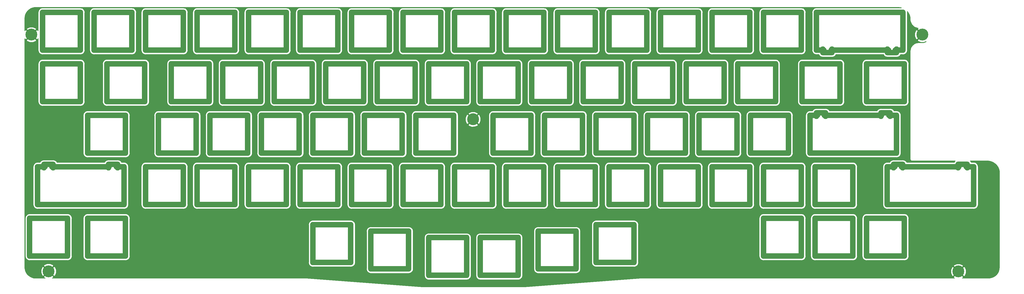
<source format=gbl>
G04 #@! TF.GenerationSoftware,KiCad,Pcbnew,5.0.2-bee76a0~70~ubuntu18.04.1*
G04 #@! TF.CreationDate,2020-04-06T01:25:33+09:00*
G04 #@! TF.ProjectId,amatelus73,616d6174-656c-4757-9337-332e6b696361,rev?*
G04 #@! TF.SameCoordinates,Original*
G04 #@! TF.FileFunction,Copper,L2,Bot*
G04 #@! TF.FilePolarity,Positive*
%FSLAX46Y46*%
G04 Gerber Fmt 4.6, Leading zero omitted, Abs format (unit mm)*
G04 Created by KiCad (PCBNEW 5.0.2-bee76a0~70~ubuntu18.04.1) date 2020年04月06日 01時25分33秒*
%MOMM*%
%LPD*%
G01*
G04 APERTURE LIST*
G04 #@! TA.AperFunction,ComponentPad*
%ADD10O,8.000000X2.000000*%
G04 #@! TD*
G04 #@! TA.AperFunction,ComponentPad*
%ADD11O,2.000000X8.000000*%
G04 #@! TD*
G04 #@! TA.AperFunction,ComponentPad*
%ADD12O,4.800000X2.000000*%
G04 #@! TD*
G04 #@! TA.AperFunction,ComponentPad*
%ADD13O,5.400000X2.000000*%
G04 #@! TD*
G04 #@! TA.AperFunction,ComponentPad*
%ADD14O,2.000000X3.300000*%
G04 #@! TD*
G04 #@! TA.AperFunction,ComponentPad*
%ADD15C,4.400000*%
G04 #@! TD*
G04 #@! TA.AperFunction,ComponentPad*
%ADD16C,0.700000*%
G04 #@! TD*
G04 #@! TA.AperFunction,ViaPad*
%ADD17C,1.200000*%
G04 #@! TD*
G04 #@! TA.AperFunction,Conductor*
%ADD18C,0.254000*%
G04 #@! TD*
G04 APERTURE END LIST*
D10*
G04 #@! TO.P,SW1,*
G04 #@! TO.N,*
X33337500Y-26337500D03*
X33337500Y-40337500D03*
D11*
X26337500Y-33337500D03*
X40337500Y-33337500D03*
D10*
X29337500Y-40337500D03*
X37337500Y-40337500D03*
X37337500Y-26337500D03*
D11*
X26337500Y-37337500D03*
X26337500Y-29337500D03*
X40337500Y-37337500D03*
X40337500Y-29337500D03*
D10*
X29337500Y-26337500D03*
G04 #@! TD*
G04 #@! TO.P,SW48,*
G04 #@! TO.N,*
X71437500Y-83487500D03*
X71437500Y-97487500D03*
D11*
X64437500Y-90487500D03*
X78437500Y-90487500D03*
D10*
X67437500Y-97487500D03*
X75437500Y-97487500D03*
X75437500Y-83487500D03*
D11*
X64437500Y-94487500D03*
X64437500Y-86487500D03*
X78437500Y-94487500D03*
X78437500Y-86487500D03*
D10*
X67437500Y-83487500D03*
G04 #@! TD*
G04 #@! TO.P,SW13,*
G04 #@! TO.N,*
X261938000Y-26337500D03*
X261938000Y-40337500D03*
D11*
X254938000Y-33337500D03*
X268938000Y-33337500D03*
D10*
X257938000Y-40337500D03*
X265938000Y-40337500D03*
X265938000Y-26337500D03*
D11*
X254938000Y-37337500D03*
X254938000Y-29337500D03*
X268938000Y-37337500D03*
X268938000Y-29337500D03*
D10*
X257938000Y-26337500D03*
G04 #@! TD*
G04 #@! TO.P,SW73,*
G04 #@! TO.N,*
X338138000Y-102538000D03*
X338138000Y-116538000D03*
D11*
X331138000Y-109538000D03*
X345138000Y-109538000D03*
D10*
X334138000Y-116538000D03*
X342138000Y-116538000D03*
X342138000Y-102538000D03*
D11*
X331138000Y-113538000D03*
X331138000Y-105538000D03*
X345138000Y-113538000D03*
X345138000Y-105538000D03*
D10*
X334138000Y-102538000D03*
G04 #@! TD*
G04 #@! TO.P,SW72,*
G04 #@! TO.N,*
X319088000Y-102538000D03*
X319088000Y-116538000D03*
D11*
X312088000Y-109538000D03*
X326088000Y-109538000D03*
D10*
X315088000Y-116538000D03*
X323088000Y-116538000D03*
X323088000Y-102538000D03*
D11*
X312088000Y-113538000D03*
X312088000Y-105538000D03*
X326088000Y-113538000D03*
X326088000Y-105538000D03*
D10*
X315088000Y-102538000D03*
G04 #@! TD*
G04 #@! TO.P,SW71,*
G04 #@! TO.N,*
X300038000Y-102538000D03*
X300038000Y-116538000D03*
D11*
X293038000Y-109538000D03*
X307038000Y-109538000D03*
D10*
X296038000Y-116538000D03*
X304038000Y-116538000D03*
X304038000Y-102538000D03*
D11*
X293038000Y-113538000D03*
X293038000Y-105538000D03*
X307038000Y-113538000D03*
X307038000Y-105538000D03*
D10*
X296038000Y-102538000D03*
G04 #@! TD*
G04 #@! TO.P,SW63,*
G04 #@! TO.N,*
X28575000Y-102538000D03*
X28575000Y-116538000D03*
D11*
X21575000Y-109538000D03*
X35575000Y-109538000D03*
D10*
X24575000Y-116538000D03*
X32575000Y-116538000D03*
X32575000Y-102538000D03*
D11*
X21575000Y-113538000D03*
X21575000Y-105538000D03*
X35575000Y-113538000D03*
X35575000Y-105538000D03*
D10*
X24575000Y-102538000D03*
G04 #@! TD*
G04 #@! TO.P,SW61,*
G04 #@! TO.N,*
X319088000Y-83487500D03*
X319088000Y-97487500D03*
D11*
X312088000Y-90487500D03*
X326088000Y-90487500D03*
D10*
X315088000Y-97487500D03*
X323088000Y-97487500D03*
X323088000Y-83487500D03*
D11*
X312088000Y-94487500D03*
X312088000Y-86487500D03*
X326088000Y-94487500D03*
X326088000Y-86487500D03*
D10*
X315088000Y-83487500D03*
G04 #@! TD*
G04 #@! TO.P,SW60,*
G04 #@! TO.N,*
X300038000Y-83487500D03*
X300038000Y-97487500D03*
D11*
X293038000Y-90487500D03*
X307038000Y-90487500D03*
D10*
X296038000Y-97487500D03*
X304038000Y-97487500D03*
X304038000Y-83487500D03*
D11*
X293038000Y-94487500D03*
X293038000Y-86487500D03*
X307038000Y-94487500D03*
X307038000Y-86487500D03*
D10*
X296038000Y-83487500D03*
G04 #@! TD*
G04 #@! TO.P,SW59,*
G04 #@! TO.N,*
X280988000Y-83487500D03*
X280988000Y-97487500D03*
D11*
X273988000Y-90487500D03*
X287988000Y-90487500D03*
D10*
X276988000Y-97487500D03*
X284988000Y-97487500D03*
X284988000Y-83487500D03*
D11*
X273988000Y-94487500D03*
X273988000Y-86487500D03*
X287988000Y-94487500D03*
X287988000Y-86487500D03*
D10*
X276988000Y-83487500D03*
G04 #@! TD*
G04 #@! TO.P,SW58,*
G04 #@! TO.N,*
X261938000Y-83487500D03*
X261938000Y-97487500D03*
D11*
X254938000Y-90487500D03*
X268938000Y-90487500D03*
D10*
X257938000Y-97487500D03*
X265938000Y-97487500D03*
X265938000Y-83487500D03*
D11*
X254938000Y-94487500D03*
X254938000Y-86487500D03*
X268938000Y-94487500D03*
X268938000Y-86487500D03*
D10*
X257938000Y-83487500D03*
G04 #@! TD*
G04 #@! TO.P,SW57,*
G04 #@! TO.N,*
X242888000Y-83487500D03*
X242888000Y-97487500D03*
D11*
X235888000Y-90487500D03*
X249888000Y-90487500D03*
D10*
X238888000Y-97487500D03*
X246888000Y-97487500D03*
X246888000Y-83487500D03*
D11*
X235888000Y-94487500D03*
X235888000Y-86487500D03*
X249888000Y-94487500D03*
X249888000Y-86487500D03*
D10*
X238888000Y-83487500D03*
G04 #@! TD*
G04 #@! TO.P,SW56,*
G04 #@! TO.N,*
X223838000Y-83487500D03*
X223838000Y-97487500D03*
D11*
X216838000Y-90487500D03*
X230838000Y-90487500D03*
D10*
X219838000Y-97487500D03*
X227838000Y-97487500D03*
X227838000Y-83487500D03*
D11*
X216838000Y-94487500D03*
X216838000Y-86487500D03*
X230838000Y-94487500D03*
X230838000Y-86487500D03*
D10*
X219838000Y-83487500D03*
G04 #@! TD*
G04 #@! TO.P,SW55,*
G04 #@! TO.N,*
X204788000Y-83487500D03*
X204788000Y-97487500D03*
D11*
X197788000Y-90487500D03*
X211788000Y-90487500D03*
D10*
X200788000Y-97487500D03*
X208788000Y-97487500D03*
X208788000Y-83487500D03*
D11*
X197788000Y-94487500D03*
X197788000Y-86487500D03*
X211788000Y-94487500D03*
X211788000Y-86487500D03*
D10*
X200788000Y-83487500D03*
G04 #@! TD*
G04 #@! TO.P,SW54,*
G04 #@! TO.N,*
X185738000Y-83487500D03*
X185738000Y-97487500D03*
D11*
X178738000Y-90487500D03*
X192738000Y-90487500D03*
D10*
X181738000Y-97487500D03*
X189738000Y-97487500D03*
X189738000Y-83487500D03*
D11*
X178738000Y-94487500D03*
X178738000Y-86487500D03*
X192738000Y-94487500D03*
X192738000Y-86487500D03*
D10*
X181738000Y-83487500D03*
G04 #@! TD*
G04 #@! TO.P,SW53,*
G04 #@! TO.N,*
X166688000Y-83487500D03*
X166688000Y-97487500D03*
D11*
X159688000Y-90487500D03*
X173688000Y-90487500D03*
D10*
X162688000Y-97487500D03*
X170688000Y-97487500D03*
X170688000Y-83487500D03*
D11*
X159688000Y-94487500D03*
X159688000Y-86487500D03*
X173688000Y-94487500D03*
X173688000Y-86487500D03*
D10*
X162688000Y-83487500D03*
G04 #@! TD*
G04 #@! TO.P,SW51,*
G04 #@! TO.N,*
X128588000Y-83487500D03*
X128588000Y-97487500D03*
D11*
X121588000Y-90487500D03*
X135588000Y-90487500D03*
D10*
X124588000Y-97487500D03*
X132588000Y-97487500D03*
X132588000Y-83487500D03*
D11*
X121588000Y-94487500D03*
X121588000Y-86487500D03*
X135588000Y-94487500D03*
X135588000Y-86487500D03*
D10*
X124588000Y-83487500D03*
G04 #@! TD*
G04 #@! TO.P,SW50,*
G04 #@! TO.N,*
X109538000Y-83487500D03*
X109538000Y-97487500D03*
D11*
X102538000Y-90487500D03*
X116538000Y-90487500D03*
D10*
X105538000Y-97487500D03*
X113538000Y-97487500D03*
X113538000Y-83487500D03*
D11*
X102538000Y-94487500D03*
X102538000Y-86487500D03*
X116538000Y-94487500D03*
X116538000Y-86487500D03*
D10*
X105538000Y-83487500D03*
G04 #@! TD*
G04 #@! TO.P,SW49,*
G04 #@! TO.N,*
X90487500Y-83487500D03*
X90487500Y-97487500D03*
D11*
X83487500Y-90487500D03*
X97487500Y-90487500D03*
D10*
X86487500Y-97487500D03*
X94487500Y-97487500D03*
X94487500Y-83487500D03*
D11*
X83487500Y-94487500D03*
X83487500Y-86487500D03*
X97487500Y-94487500D03*
X97487500Y-86487500D03*
D10*
X86487500Y-83487500D03*
G04 #@! TD*
G04 #@! TO.P,SW45,*
G04 #@! TO.N,*
X295275000Y-64437500D03*
X295275000Y-78437500D03*
D11*
X288275000Y-71437500D03*
X302275000Y-71437500D03*
D10*
X291275000Y-78437500D03*
X299275000Y-78437500D03*
X299275000Y-64437500D03*
D11*
X288275000Y-75437500D03*
X288275000Y-67437500D03*
X302275000Y-75437500D03*
X302275000Y-67437500D03*
D10*
X291275000Y-64437500D03*
G04 #@! TD*
G04 #@! TO.P,SW44,*
G04 #@! TO.N,*
X276225000Y-64437500D03*
X276225000Y-78437500D03*
D11*
X269225000Y-71437500D03*
X283225000Y-71437500D03*
D10*
X272225000Y-78437500D03*
X280225000Y-78437500D03*
X280225000Y-64437500D03*
D11*
X269225000Y-75437500D03*
X269225000Y-67437500D03*
X283225000Y-75437500D03*
X283225000Y-67437500D03*
D10*
X272225000Y-64437500D03*
G04 #@! TD*
G04 #@! TO.P,SW43,*
G04 #@! TO.N,*
X257175000Y-64437500D03*
X257175000Y-78437500D03*
D11*
X250175000Y-71437500D03*
X264175000Y-71437500D03*
D10*
X253175000Y-78437500D03*
X261175000Y-78437500D03*
X261175000Y-64437500D03*
D11*
X250175000Y-75437500D03*
X250175000Y-67437500D03*
X264175000Y-75437500D03*
X264175000Y-67437500D03*
D10*
X253175000Y-64437500D03*
G04 #@! TD*
G04 #@! TO.P,SW42,*
G04 #@! TO.N,*
X238125000Y-64437500D03*
X238125000Y-78437500D03*
D11*
X231125000Y-71437500D03*
X245125000Y-71437500D03*
D10*
X234125000Y-78437500D03*
X242125000Y-78437500D03*
X242125000Y-64437500D03*
D11*
X231125000Y-75437500D03*
X231125000Y-67437500D03*
X245125000Y-75437500D03*
X245125000Y-67437500D03*
D10*
X234125000Y-64437500D03*
G04 #@! TD*
G04 #@! TO.P,SW41,*
G04 #@! TO.N,*
X219075000Y-64437500D03*
X219075000Y-78437500D03*
D11*
X212075000Y-71437500D03*
X226075000Y-71437500D03*
D10*
X215075000Y-78437500D03*
X223075000Y-78437500D03*
X223075000Y-64437500D03*
D11*
X212075000Y-75437500D03*
X212075000Y-67437500D03*
X226075000Y-75437500D03*
X226075000Y-67437500D03*
D10*
X215075000Y-64437500D03*
G04 #@! TD*
G04 #@! TO.P,SW40,*
G04 #@! TO.N,*
X200025000Y-64437500D03*
X200025000Y-78437500D03*
D11*
X193025000Y-71437500D03*
X207025000Y-71437500D03*
D10*
X196025000Y-78437500D03*
X204025000Y-78437500D03*
X204025000Y-64437500D03*
D11*
X193025000Y-75437500D03*
X193025000Y-67437500D03*
X207025000Y-75437500D03*
X207025000Y-67437500D03*
D10*
X196025000Y-64437500D03*
G04 #@! TD*
G04 #@! TO.P,SW39,*
G04 #@! TO.N,*
X171450000Y-64437500D03*
X171450000Y-78437500D03*
D11*
X164450000Y-71437500D03*
X178450000Y-71437500D03*
D10*
X167450000Y-78437500D03*
X175450000Y-78437500D03*
X175450000Y-64437500D03*
D11*
X164450000Y-75437500D03*
X164450000Y-67437500D03*
X178450000Y-75437500D03*
X178450000Y-67437500D03*
D10*
X167450000Y-64437500D03*
G04 #@! TD*
G04 #@! TO.P,SW38,*
G04 #@! TO.N,*
X152400000Y-64437500D03*
X152400000Y-78437500D03*
D11*
X145400000Y-71437500D03*
X159400000Y-71437500D03*
D10*
X148400000Y-78437500D03*
X156400000Y-78437500D03*
X156400000Y-64437500D03*
D11*
X145400000Y-75437500D03*
X145400000Y-67437500D03*
X159400000Y-75437500D03*
X159400000Y-67437500D03*
D10*
X148400000Y-64437500D03*
G04 #@! TD*
G04 #@! TO.P,SW37,*
G04 #@! TO.N,*
X133350000Y-64437500D03*
X133350000Y-78437500D03*
D11*
X126350000Y-71437500D03*
X140350000Y-71437500D03*
D10*
X129350000Y-78437500D03*
X137350000Y-78437500D03*
X137350000Y-64437500D03*
D11*
X126350000Y-75437500D03*
X126350000Y-67437500D03*
X140350000Y-75437500D03*
X140350000Y-67437500D03*
D10*
X129350000Y-64437500D03*
G04 #@! TD*
G04 #@! TO.P,SW36,*
G04 #@! TO.N,*
X114300000Y-64437500D03*
X114300000Y-78437500D03*
D11*
X107300000Y-71437500D03*
X121300000Y-71437500D03*
D10*
X110300000Y-78437500D03*
X118300000Y-78437500D03*
X118300000Y-64437500D03*
D11*
X107300000Y-75437500D03*
X107300000Y-67437500D03*
X121300000Y-75437500D03*
X121300000Y-67437500D03*
D10*
X110300000Y-64437500D03*
G04 #@! TD*
G04 #@! TO.P,SW35,*
G04 #@! TO.N,*
X95250000Y-64437500D03*
X95250000Y-78437500D03*
D11*
X88250000Y-71437500D03*
X102250000Y-71437500D03*
D10*
X91250000Y-78437500D03*
X99250000Y-78437500D03*
X99250000Y-64437500D03*
D11*
X88250000Y-75437500D03*
X88250000Y-67437500D03*
X102250000Y-75437500D03*
X102250000Y-67437500D03*
D10*
X91250000Y-64437500D03*
G04 #@! TD*
G04 #@! TO.P,SW34,*
G04 #@! TO.N,*
X76200000Y-64437500D03*
X76200000Y-78437500D03*
D11*
X69200000Y-71437500D03*
X83200000Y-71437500D03*
D10*
X72200000Y-78437500D03*
X80200000Y-78437500D03*
X80200000Y-64437500D03*
D11*
X69200000Y-75437500D03*
X69200000Y-67437500D03*
X83200000Y-75437500D03*
X83200000Y-67437500D03*
D10*
X72200000Y-64437500D03*
G04 #@! TD*
G04 #@! TO.P,SW30,*
G04 #@! TO.N,*
X290512000Y-45387500D03*
X290512000Y-59387500D03*
D11*
X283512000Y-52387500D03*
X297512000Y-52387500D03*
D10*
X286512000Y-59387500D03*
X294512000Y-59387500D03*
X294512000Y-45387500D03*
D11*
X283512000Y-56387500D03*
X283512000Y-48387500D03*
X297512000Y-56387500D03*
X297512000Y-48387500D03*
D10*
X286512000Y-45387500D03*
G04 #@! TD*
G04 #@! TO.P,SW29,*
G04 #@! TO.N,*
X271462000Y-45387500D03*
X271462000Y-59387500D03*
D11*
X264462000Y-52387500D03*
X278462000Y-52387500D03*
D10*
X267462000Y-59387500D03*
X275462000Y-59387500D03*
X275462000Y-45387500D03*
D11*
X264462000Y-56387500D03*
X264462000Y-48387500D03*
X278462000Y-56387500D03*
X278462000Y-48387500D03*
D10*
X267462000Y-45387500D03*
G04 #@! TD*
G04 #@! TO.P,SW28,*
G04 #@! TO.N,*
X252412000Y-45387500D03*
X252412000Y-59387500D03*
D11*
X245412000Y-52387500D03*
X259412000Y-52387500D03*
D10*
X248412000Y-59387500D03*
X256412000Y-59387500D03*
X256412000Y-45387500D03*
D11*
X245412000Y-56387500D03*
X245412000Y-48387500D03*
X259412000Y-56387500D03*
X259412000Y-48387500D03*
D10*
X248412000Y-45387500D03*
G04 #@! TD*
G04 #@! TO.P,SW27,*
G04 #@! TO.N,*
X233362000Y-45387500D03*
X233362000Y-59387500D03*
D11*
X226362000Y-52387500D03*
X240362000Y-52387500D03*
D10*
X229362000Y-59387500D03*
X237362000Y-59387500D03*
X237362000Y-45387500D03*
D11*
X226362000Y-56387500D03*
X226362000Y-48387500D03*
X240362000Y-56387500D03*
X240362000Y-48387500D03*
D10*
X229362000Y-45387500D03*
G04 #@! TD*
G04 #@! TO.P,SW26,*
G04 #@! TO.N,*
X214312000Y-45387500D03*
X214312000Y-59387500D03*
D11*
X207312000Y-52387500D03*
X221312000Y-52387500D03*
D10*
X210312000Y-59387500D03*
X218312000Y-59387500D03*
X218312000Y-45387500D03*
D11*
X207312000Y-56387500D03*
X207312000Y-48387500D03*
X221312000Y-56387500D03*
X221312000Y-48387500D03*
D10*
X210312000Y-45387500D03*
G04 #@! TD*
G04 #@! TO.P,SW25,*
G04 #@! TO.N,*
X195262000Y-45387500D03*
X195262000Y-59387500D03*
D11*
X188262000Y-52387500D03*
X202262000Y-52387500D03*
D10*
X191262000Y-59387500D03*
X199262000Y-59387500D03*
X199262000Y-45387500D03*
D11*
X188262000Y-56387500D03*
X188262000Y-48387500D03*
X202262000Y-56387500D03*
X202262000Y-48387500D03*
D10*
X191262000Y-45387500D03*
G04 #@! TD*
G04 #@! TO.P,SW24,*
G04 #@! TO.N,*
X176212000Y-45387500D03*
X176212000Y-59387500D03*
D11*
X169212000Y-52387500D03*
X183212000Y-52387500D03*
D10*
X172212000Y-59387500D03*
X180212000Y-59387500D03*
X180212000Y-45387500D03*
D11*
X169212000Y-56387500D03*
X169212000Y-48387500D03*
X183212000Y-56387500D03*
X183212000Y-48387500D03*
D10*
X172212000Y-45387500D03*
G04 #@! TD*
G04 #@! TO.P,SW22,*
G04 #@! TO.N,*
X138112000Y-45387500D03*
X138112000Y-59387500D03*
D11*
X131112000Y-52387500D03*
X145112000Y-52387500D03*
D10*
X134112000Y-59387500D03*
X142112000Y-59387500D03*
X142112000Y-45387500D03*
D11*
X131112000Y-56387500D03*
X131112000Y-48387500D03*
X145112000Y-56387500D03*
X145112000Y-48387500D03*
D10*
X134112000Y-45387500D03*
G04 #@! TD*
G04 #@! TO.P,SW21,*
G04 #@! TO.N,*
X119062000Y-45387500D03*
X119062000Y-59387500D03*
D11*
X112062000Y-52387500D03*
X126062000Y-52387500D03*
D10*
X115062000Y-59387500D03*
X123062000Y-59387500D03*
X123062000Y-45387500D03*
D11*
X112062000Y-56387500D03*
X112062000Y-48387500D03*
X126062000Y-56387500D03*
X126062000Y-48387500D03*
D10*
X115062000Y-45387500D03*
G04 #@! TD*
G04 #@! TO.P,SW20,*
G04 #@! TO.N,*
X100012000Y-45387500D03*
X100012000Y-59387500D03*
D11*
X93012000Y-52387500D03*
X107012000Y-52387500D03*
D10*
X96012000Y-59387500D03*
X104012000Y-59387500D03*
X104012000Y-45387500D03*
D11*
X93012000Y-56387500D03*
X93012000Y-48387500D03*
X107012000Y-56387500D03*
X107012000Y-48387500D03*
D10*
X96012000Y-45387500D03*
G04 #@! TD*
G04 #@! TO.P,SW19,*
G04 #@! TO.N,*
X80962500Y-45387500D03*
X80962500Y-59387500D03*
D11*
X73962500Y-52387500D03*
X87962500Y-52387500D03*
D10*
X76962500Y-59387500D03*
X84962500Y-59387500D03*
X84962500Y-45387500D03*
D11*
X73962500Y-56387500D03*
X73962500Y-48387500D03*
X87962500Y-56387500D03*
X87962500Y-48387500D03*
D10*
X76962500Y-45387500D03*
G04 #@! TD*
G04 #@! TO.P,SW17,*
G04 #@! TO.N,*
X33337500Y-45387500D03*
X33337500Y-59387500D03*
D11*
X26337500Y-52387500D03*
X40337500Y-52387500D03*
D10*
X29337500Y-59387500D03*
X37337500Y-59387500D03*
X37337500Y-45387500D03*
D11*
X26337500Y-56387500D03*
X26337500Y-48387500D03*
X40337500Y-56387500D03*
X40337500Y-48387500D03*
D10*
X29337500Y-45387500D03*
G04 #@! TD*
G04 #@! TO.P,SW15,*
G04 #@! TO.N,*
X300038000Y-26337500D03*
X300038000Y-40337500D03*
D11*
X293038000Y-33337500D03*
X307038000Y-33337500D03*
D10*
X296038000Y-40337500D03*
X304038000Y-40337500D03*
X304038000Y-26337500D03*
D11*
X293038000Y-37337500D03*
X293038000Y-29337500D03*
X307038000Y-37337500D03*
X307038000Y-29337500D03*
D10*
X296038000Y-26337500D03*
G04 #@! TD*
G04 #@! TO.P,SW14,*
G04 #@! TO.N,*
X280988000Y-26337500D03*
X280988000Y-40337500D03*
D11*
X273988000Y-33337500D03*
X287988000Y-33337500D03*
D10*
X276988000Y-40337500D03*
X284988000Y-40337500D03*
X284988000Y-26337500D03*
D11*
X273988000Y-37337500D03*
X273988000Y-29337500D03*
X287988000Y-37337500D03*
X287988000Y-29337500D03*
D10*
X276988000Y-26337500D03*
G04 #@! TD*
G04 #@! TO.P,SW12,*
G04 #@! TO.N,*
X242888000Y-26337500D03*
X242888000Y-40337500D03*
D11*
X235888000Y-33337500D03*
X249888000Y-33337500D03*
D10*
X238888000Y-40337500D03*
X246888000Y-40337500D03*
X246888000Y-26337500D03*
D11*
X235888000Y-37337500D03*
X235888000Y-29337500D03*
X249888000Y-37337500D03*
X249888000Y-29337500D03*
D10*
X238888000Y-26337500D03*
G04 #@! TD*
G04 #@! TO.P,SW11,*
G04 #@! TO.N,*
X223838000Y-26337500D03*
X223838000Y-40337500D03*
D11*
X216838000Y-33337500D03*
X230838000Y-33337500D03*
D10*
X219838000Y-40337500D03*
X227838000Y-40337500D03*
X227838000Y-26337500D03*
D11*
X216838000Y-37337500D03*
X216838000Y-29337500D03*
X230838000Y-37337500D03*
X230838000Y-29337500D03*
D10*
X219838000Y-26337500D03*
G04 #@! TD*
G04 #@! TO.P,SW9,*
G04 #@! TO.N,*
X185738000Y-26337500D03*
X185738000Y-40337500D03*
D11*
X178738000Y-33337500D03*
X192738000Y-33337500D03*
D10*
X181738000Y-40337500D03*
X189738000Y-40337500D03*
X189738000Y-26337500D03*
D11*
X178738000Y-37337500D03*
X178738000Y-29337500D03*
X192738000Y-37337500D03*
X192738000Y-29337500D03*
D10*
X181738000Y-26337500D03*
G04 #@! TD*
G04 #@! TO.P,SW8,*
G04 #@! TO.N,*
X166688000Y-26337500D03*
X166688000Y-40337500D03*
D11*
X159688000Y-33337500D03*
X173688000Y-33337500D03*
D10*
X162688000Y-40337500D03*
X170688000Y-40337500D03*
X170688000Y-26337500D03*
D11*
X159688000Y-37337500D03*
X159688000Y-29337500D03*
X173688000Y-37337500D03*
X173688000Y-29337500D03*
D10*
X162688000Y-26337500D03*
G04 #@! TD*
G04 #@! TO.P,SW7,*
G04 #@! TO.N,*
X147638000Y-26337500D03*
X147638000Y-40337500D03*
D11*
X140638000Y-33337500D03*
X154638000Y-33337500D03*
D10*
X143638000Y-40337500D03*
X151638000Y-40337500D03*
X151638000Y-26337500D03*
D11*
X140638000Y-37337500D03*
X140638000Y-29337500D03*
X154638000Y-37337500D03*
X154638000Y-29337500D03*
D10*
X143638000Y-26337500D03*
G04 #@! TD*
G04 #@! TO.P,SW6,*
G04 #@! TO.N,*
X128588000Y-26337500D03*
X128588000Y-40337500D03*
D11*
X121588000Y-33337500D03*
X135588000Y-33337500D03*
D10*
X124588000Y-40337500D03*
X132588000Y-40337500D03*
X132588000Y-26337500D03*
D11*
X121588000Y-37337500D03*
X121588000Y-29337500D03*
X135588000Y-37337500D03*
X135588000Y-29337500D03*
D10*
X124588000Y-26337500D03*
G04 #@! TD*
G04 #@! TO.P,SW5,*
G04 #@! TO.N,*
X109538000Y-26337500D03*
X109538000Y-40337500D03*
D11*
X102538000Y-33337500D03*
X116538000Y-33337500D03*
D10*
X105538000Y-40337500D03*
X113538000Y-40337500D03*
X113538000Y-26337500D03*
D11*
X102538000Y-37337500D03*
X102538000Y-29337500D03*
X116538000Y-37337500D03*
X116538000Y-29337500D03*
D10*
X105538000Y-26337500D03*
G04 #@! TD*
G04 #@! TO.P,SW4,*
G04 #@! TO.N,*
X90487500Y-26337500D03*
X90487500Y-40337500D03*
D11*
X83487500Y-33337500D03*
X97487500Y-33337500D03*
D10*
X86487500Y-40337500D03*
X94487500Y-40337500D03*
X94487500Y-26337500D03*
D11*
X83487500Y-37337500D03*
X83487500Y-29337500D03*
X97487500Y-37337500D03*
X97487500Y-29337500D03*
D10*
X86487500Y-26337500D03*
G04 #@! TD*
G04 #@! TO.P,SW2,*
G04 #@! TO.N,*
X52387500Y-26337500D03*
X52387500Y-40337500D03*
D11*
X45387500Y-33337500D03*
X59387500Y-33337500D03*
D10*
X48387500Y-40337500D03*
X56387500Y-40337500D03*
X56387500Y-26337500D03*
D11*
X45387500Y-37337500D03*
X45387500Y-29337500D03*
X59387500Y-37337500D03*
X59387500Y-29337500D03*
D10*
X48387500Y-26337500D03*
G04 #@! TD*
G04 #@! TO.P,SW3,*
G04 #@! TO.N,*
X71437500Y-26337500D03*
X71437500Y-40337500D03*
D11*
X64437500Y-33337500D03*
X78437500Y-33337500D03*
D10*
X67437500Y-40337500D03*
X75437500Y-40337500D03*
X75437500Y-26337500D03*
D11*
X64437500Y-37337500D03*
X64437500Y-29337500D03*
X78437500Y-37337500D03*
X78437500Y-29337500D03*
D10*
X67437500Y-26337500D03*
G04 #@! TD*
G04 #@! TO.P,SW52,*
G04 #@! TO.N,*
X147638000Y-83487500D03*
X147638000Y-97487500D03*
D11*
X140638000Y-90487500D03*
X154638000Y-90487500D03*
D10*
X143638000Y-97487500D03*
X151638000Y-97487500D03*
X151638000Y-83487500D03*
D11*
X140638000Y-94487500D03*
X140638000Y-86487500D03*
X154638000Y-94487500D03*
X154638000Y-86487500D03*
D10*
X143638000Y-83487500D03*
G04 #@! TD*
G04 #@! TO.P,SW10,*
G04 #@! TO.N,*
X204788000Y-26337500D03*
X204788000Y-40337500D03*
D11*
X197788000Y-33337500D03*
X211788000Y-33337500D03*
D10*
X200788000Y-40337500D03*
X208788000Y-40337500D03*
X208788000Y-26337500D03*
D11*
X197788000Y-37337500D03*
X197788000Y-29337500D03*
X211788000Y-37337500D03*
X211788000Y-29337500D03*
D10*
X200788000Y-26337500D03*
G04 #@! TD*
G04 #@! TO.P,SW32,*
G04 #@! TO.N,*
X338138000Y-45387500D03*
X338138000Y-59387500D03*
D11*
X331138000Y-52387500D03*
X345138000Y-52387500D03*
D10*
X334138000Y-59387500D03*
X342138000Y-59387500D03*
X342138000Y-45387500D03*
D11*
X331138000Y-56387500D03*
X331138000Y-48387500D03*
X345138000Y-56387500D03*
X345138000Y-48387500D03*
D10*
X334138000Y-45387500D03*
G04 #@! TD*
G04 #@! TO.P,SW31,*
G04 #@! TO.N,*
X314325000Y-45387500D03*
X314325000Y-59387500D03*
D11*
X307325000Y-52387500D03*
X321325000Y-52387500D03*
D10*
X310325000Y-59387500D03*
X318325000Y-59387500D03*
X318325000Y-45387500D03*
D11*
X307325000Y-56387500D03*
X307325000Y-48387500D03*
X321325000Y-56387500D03*
X321325000Y-48387500D03*
D10*
X310325000Y-45387500D03*
G04 #@! TD*
G04 #@! TO.P,SW18,*
G04 #@! TO.N,*
X57150000Y-45387500D03*
X57150000Y-59387500D03*
D11*
X50150000Y-52387500D03*
X64150000Y-52387500D03*
D10*
X53150000Y-59387500D03*
X61150000Y-59387500D03*
X61150000Y-45387500D03*
D11*
X50150000Y-56387500D03*
X50150000Y-48387500D03*
X64150000Y-56387500D03*
X64150000Y-48387500D03*
D10*
X53150000Y-45387500D03*
G04 #@! TD*
G04 #@! TO.P,SW33,*
G04 #@! TO.N,*
X50006200Y-64437500D03*
X50006200Y-78437500D03*
D11*
X43006200Y-71437500D03*
X57006200Y-71437500D03*
D10*
X46006200Y-78437500D03*
X54006200Y-78437500D03*
X54006200Y-64437500D03*
D11*
X43006200Y-75437500D03*
X43006200Y-67437500D03*
X57006200Y-75437500D03*
X57006200Y-67437500D03*
D10*
X46006200Y-64437500D03*
G04 #@! TD*
D11*
G04 #@! TO.P,SW68,*
G04 #@! TO.N,*
X202262000Y-116681000D03*
X188262000Y-116681000D03*
D10*
X195262000Y-109681000D03*
X195262000Y-123681000D03*
D11*
X188262000Y-112681000D03*
X188262000Y-120681000D03*
X202262000Y-120681000D03*
D10*
X191262000Y-109681000D03*
X199262000Y-109681000D03*
X191262000Y-123681000D03*
X199262000Y-123681000D03*
D11*
X202262000Y-112681000D03*
G04 #@! TD*
G04 #@! TO.P,SW67,*
G04 #@! TO.N,*
X169212000Y-116681000D03*
X183212000Y-116681000D03*
D10*
X176212000Y-123681000D03*
X176212000Y-109681000D03*
D11*
X183212000Y-120681000D03*
X183212000Y-112681000D03*
X169212000Y-112681000D03*
D10*
X180212000Y-123681000D03*
X172212000Y-123681000D03*
X180212000Y-109681000D03*
X172212000Y-109681000D03*
D11*
X169212000Y-120681000D03*
G04 #@! TD*
D10*
G04 #@! TO.P,SW66,*
G04 #@! TO.N,*
X154781000Y-121300000D03*
X154781000Y-107300000D03*
D11*
X161781000Y-114300000D03*
X147781000Y-114300000D03*
D10*
X158781000Y-107300000D03*
X150781000Y-107300000D03*
X150781000Y-121300000D03*
D11*
X161781000Y-110300000D03*
X161781000Y-118300000D03*
X147781000Y-110300000D03*
X147781000Y-118300000D03*
D10*
X158781000Y-121300000D03*
G04 #@! TD*
D11*
G04 #@! TO.P,SW65,*
G04 #@! TO.N,*
X140350000Y-111919000D03*
X126350000Y-111919000D03*
D10*
X133350000Y-104919000D03*
X133350000Y-118919000D03*
D11*
X126350000Y-107919000D03*
X126350000Y-115919000D03*
X140350000Y-115919000D03*
D10*
X129350000Y-104919000D03*
X137350000Y-104919000D03*
X129350000Y-118919000D03*
X137350000Y-118919000D03*
D11*
X140350000Y-107919000D03*
G04 #@! TD*
D10*
G04 #@! TO.P,SW69,*
G04 #@! TO.N,*
X216694000Y-121300000D03*
X216694000Y-107300000D03*
D11*
X223694000Y-114300000D03*
X209694000Y-114300000D03*
D10*
X220694000Y-107300000D03*
X212694000Y-107300000D03*
X212694000Y-121300000D03*
D11*
X223694000Y-110300000D03*
X223694000Y-118300000D03*
X209694000Y-110300000D03*
X209694000Y-118300000D03*
D10*
X220694000Y-121300000D03*
G04 #@! TD*
D11*
G04 #@! TO.P,SW70,*
G04 #@! TO.N,*
X231125000Y-111919000D03*
X245125000Y-111919000D03*
D10*
X238125000Y-118919000D03*
X238125000Y-104919000D03*
D11*
X245125000Y-115919000D03*
X245125000Y-107919000D03*
X231125000Y-107919000D03*
D10*
X242125000Y-118919000D03*
X234125000Y-118919000D03*
X242125000Y-104919000D03*
X234125000Y-104919000D03*
D11*
X231125000Y-115919000D03*
G04 #@! TD*
D10*
G04 #@! TO.P,SW64,*
G04 #@! TO.N,*
X50006200Y-102538000D03*
X50006200Y-116538000D03*
D11*
X43006200Y-109538000D03*
X57006200Y-109538000D03*
D10*
X46006200Y-116538000D03*
X54006200Y-116538000D03*
X54006200Y-102538000D03*
D11*
X43006200Y-113538000D03*
X43006200Y-105538000D03*
X57006200Y-113538000D03*
X57006200Y-105538000D03*
D10*
X46006200Y-102538000D03*
G04 #@! TD*
G04 #@! TO.P,SW23,*
G04 #@! TO.N,*
X157162000Y-45387500D03*
X157162000Y-59387500D03*
D11*
X150162000Y-52387500D03*
X164162000Y-52387500D03*
D10*
X153162000Y-59387500D03*
X161162000Y-59387500D03*
X161162000Y-45387500D03*
D11*
X150162000Y-56387500D03*
X150162000Y-48387500D03*
X164162000Y-56387500D03*
X164162000Y-48387500D03*
D10*
X153162000Y-45387500D03*
G04 #@! TD*
G04 #@! TO.P,SW46,*
G04 #@! TO.N,*
X329231000Y-64437500D03*
X324231000Y-64437500D03*
X318231000Y-78437500D03*
X323231000Y-78437500D03*
X329231000Y-78437500D03*
D12*
X340831000Y-64437500D03*
D11*
X342231000Y-71437500D03*
D13*
X338181000Y-63537500D03*
D14*
X339881000Y-64187500D03*
X336481000Y-64187500D03*
X312581000Y-64187500D03*
X315981000Y-64187500D03*
D13*
X314281000Y-63537500D03*
D12*
X311631000Y-64437500D03*
D11*
X342231000Y-75437500D03*
X342231000Y-67437500D03*
D10*
X318531000Y-64437500D03*
D11*
X310231000Y-75437500D03*
X310231000Y-71437500D03*
X310231000Y-67437500D03*
D10*
X333731000Y-64437500D03*
X313231000Y-78437500D03*
X339231000Y-78437500D03*
X334231000Y-78437500D03*
G04 #@! TD*
G04 #@! TO.P,SW16,*
G04 #@! TO.N,*
X325612000Y-40337500D03*
X330612000Y-40337500D03*
X336612000Y-26337500D03*
X331612000Y-26337500D03*
X325612000Y-26337500D03*
D12*
X314012000Y-40337500D03*
D11*
X312612000Y-33337500D03*
D13*
X316662000Y-41237500D03*
D14*
X314962000Y-40587500D03*
X318362000Y-40587500D03*
X342262000Y-40587500D03*
X338862000Y-40587500D03*
D13*
X340562000Y-41237500D03*
D12*
X343212000Y-40337500D03*
D11*
X312612000Y-29337500D03*
X312612000Y-37337500D03*
D10*
X336312000Y-40337500D03*
D11*
X344612000Y-29337500D03*
X344612000Y-33337500D03*
X344612000Y-37337500D03*
D10*
X321112000Y-40337500D03*
X341612000Y-26337500D03*
X315612000Y-26337500D03*
X320612000Y-26337500D03*
G04 #@! TD*
G04 #@! TO.P,SW62,*
G04 #@! TO.N,*
X357806000Y-83487500D03*
X352806000Y-83487500D03*
X346806000Y-97487500D03*
X351806000Y-97487500D03*
X357806000Y-97487500D03*
D12*
X369406000Y-83487500D03*
D11*
X370806000Y-90487500D03*
D13*
X366756000Y-82587500D03*
D14*
X368456000Y-83237500D03*
X365056000Y-83237500D03*
X341156000Y-83237500D03*
X344556000Y-83237500D03*
D13*
X342856000Y-82587500D03*
D12*
X340206000Y-83487500D03*
D11*
X370806000Y-94487500D03*
X370806000Y-86487500D03*
D10*
X347106000Y-83487500D03*
D11*
X338806000Y-94487500D03*
X338806000Y-90487500D03*
X338806000Y-86487500D03*
D10*
X362306000Y-83487500D03*
X341806000Y-97487500D03*
X367806000Y-97487500D03*
X362806000Y-97487500D03*
G04 #@! TD*
G04 #@! TO.P,SW47,*
G04 #@! TO.N,*
X43481200Y-83487500D03*
X38481200Y-83487500D03*
X32481200Y-97487500D03*
X37481200Y-97487500D03*
X43481200Y-97487500D03*
D12*
X55081200Y-83487500D03*
D11*
X56481200Y-90487500D03*
D13*
X52431200Y-82587500D03*
D14*
X54131200Y-83237500D03*
X50731200Y-83237500D03*
X26831200Y-83237500D03*
X30231200Y-83237500D03*
D13*
X28531200Y-82587500D03*
D12*
X25881200Y-83487500D03*
D11*
X56481200Y-94487500D03*
X56481200Y-86487500D03*
D10*
X32781200Y-83487500D03*
D11*
X24481200Y-94487500D03*
X24481200Y-90487500D03*
X24481200Y-86487500D03*
D10*
X47981200Y-83487500D03*
X27481200Y-97487500D03*
X53481200Y-97487500D03*
X48481200Y-97487500D03*
G04 #@! TD*
D15*
G04 #@! TO.P,Hole2,1*
G04 #@! TO.N,GND*
X28575000Y-122174000D03*
D16*
X30225000Y-122174000D03*
X29741726Y-123340726D03*
X28575000Y-123824000D03*
X27408274Y-123340726D03*
X26925000Y-122174000D03*
X27408274Y-121007274D03*
X28575000Y-120524000D03*
X29741726Y-121007274D03*
G04 #@! TD*
D15*
G04 #@! TO.P,Hole5,1*
G04 #@! TO.N,GND*
X365125000Y-122238000D03*
D16*
X366775000Y-122238000D03*
X366291726Y-123404726D03*
X365125000Y-123888000D03*
X363958274Y-123404726D03*
X363475000Y-122238000D03*
X363958274Y-121071274D03*
X365125000Y-120588000D03*
X366291726Y-121071274D03*
G04 #@! TD*
D15*
G04 #@! TO.P,Hole1,1*
G04 #@! TO.N,GND*
X22225000Y-34607500D03*
D16*
X23875000Y-34607500D03*
X23391726Y-35774226D03*
X22225000Y-36257500D03*
X21058274Y-35774226D03*
X20575000Y-34607500D03*
X21058274Y-33440774D03*
X22225000Y-32957500D03*
X23391726Y-33440774D03*
G04 #@! TD*
D15*
G04 #@! TO.P,Hole3,1*
G04 #@! TO.N,GND*
X185610000Y-65913000D03*
D16*
X187260000Y-65913000D03*
X186776726Y-67079726D03*
X185610000Y-67563000D03*
X184443274Y-67079726D03*
X183960000Y-65913000D03*
X184443274Y-64746274D03*
X185610000Y-64263000D03*
X186776726Y-64746274D03*
G04 #@! TD*
D15*
G04 #@! TO.P,Hole4,1*
G04 #@! TO.N,GND*
X351790000Y-34607500D03*
D16*
X353440000Y-34607500D03*
X352956726Y-35774226D03*
X351790000Y-36257500D03*
X350623274Y-35774226D03*
X350140000Y-34607500D03*
X350623274Y-33440774D03*
X351790000Y-32957500D03*
X352956726Y-33440774D03*
G04 #@! TD*
D17*
G04 #@! TO.N,GND*
X189738000Y-67945000D03*
X181610000Y-67945000D03*
X189738000Y-74168000D03*
X182626000Y-69596000D03*
X184658000Y-69596000D03*
X186690000Y-69596000D03*
X188722000Y-69596000D03*
X187706000Y-71120000D03*
X185674000Y-71120000D03*
X183642000Y-71120000D03*
X184658000Y-72644000D03*
X186690000Y-72644000D03*
X189738000Y-71120000D03*
X186690000Y-75692000D03*
X182626000Y-75692000D03*
X187706000Y-77216000D03*
X188722000Y-75692000D03*
X189738000Y-77216000D03*
X184658000Y-75692000D03*
X183642000Y-77216000D03*
X184658000Y-78740000D03*
X182626000Y-78740000D03*
X185674000Y-74168000D03*
X183642000Y-74168000D03*
X181610000Y-71120000D03*
X181610000Y-74168000D03*
X181610000Y-77216000D03*
X181610000Y-80264000D03*
X187706000Y-74168000D03*
X183642000Y-80264000D03*
X185674000Y-77216000D03*
X188722000Y-72644000D03*
X182626000Y-72644000D03*
X185674000Y-80264000D03*
X186690000Y-78740000D03*
X187706000Y-80264000D03*
X188722000Y-78740000D03*
X189738000Y-80264000D03*
G04 #@! TD*
D18*
G04 #@! TO.N,GND*
G36*
X343673430Y-24593952D02*
X344070216Y-24702500D01*
X312773031Y-24702500D01*
X312612000Y-24670469D01*
X312450969Y-24702500D01*
X311974055Y-24797364D01*
X311433231Y-25158731D01*
X311071864Y-25699555D01*
X310944969Y-26337500D01*
X310977000Y-26498531D01*
X310977001Y-30176469D01*
X310977000Y-34176468D01*
X310977000Y-34176470D01*
X310977001Y-40176464D01*
X310944969Y-40337500D01*
X311071864Y-40975445D01*
X311433231Y-41516269D01*
X311974055Y-41877636D01*
X312450969Y-41972500D01*
X312612000Y-42004531D01*
X312773031Y-41972500D01*
X313486714Y-41972500D01*
X313783231Y-42416269D01*
X314324055Y-42777636D01*
X314962000Y-42904531D01*
X315123031Y-42872500D01*
X318200969Y-42872500D01*
X318362000Y-42904531D01*
X318523031Y-42872500D01*
X318999945Y-42777636D01*
X319540769Y-42416269D01*
X319837286Y-41972500D01*
X337386714Y-41972500D01*
X337683231Y-42416269D01*
X338224055Y-42777636D01*
X338862000Y-42904531D01*
X339023031Y-42872500D01*
X342100969Y-42872500D01*
X342262000Y-42904531D01*
X342423031Y-42872500D01*
X342899945Y-42777636D01*
X343440769Y-42416269D01*
X343737286Y-41972500D01*
X344450969Y-41972500D01*
X344612000Y-42004531D01*
X345249945Y-41877636D01*
X345790769Y-41516269D01*
X346152136Y-40975445D01*
X346247000Y-40498531D01*
X346247000Y-40498530D01*
X346279031Y-40337500D01*
X346247000Y-40176469D01*
X346247000Y-34056860D01*
X348952391Y-34056860D01*
X348957670Y-35184681D01*
X349379112Y-36202132D01*
X349770618Y-36447277D01*
X351610395Y-34607500D01*
X349770618Y-32767723D01*
X349379112Y-33012868D01*
X348952391Y-34056860D01*
X346247000Y-34056860D01*
X346247000Y-26498531D01*
X346279031Y-26337500D01*
X346226646Y-26074140D01*
X346294241Y-26143893D01*
X346727337Y-26788408D01*
X347039449Y-27499418D01*
X347221511Y-28257765D01*
X347270747Y-28990928D01*
X347275362Y-29137789D01*
X347277117Y-29148872D01*
X347276413Y-29160068D01*
X347287588Y-29248528D01*
X347406892Y-29873944D01*
X347420697Y-29916430D01*
X347429066Y-29960305D01*
X347461889Y-30043207D01*
X347732980Y-30619304D01*
X347756916Y-30657021D01*
X347775934Y-30697436D01*
X347828343Y-30769571D01*
X348234185Y-31260151D01*
X348266754Y-31290736D01*
X348295222Y-31325147D01*
X348363915Y-31381975D01*
X348363922Y-31381982D01*
X348363926Y-31381984D01*
X348879019Y-31756221D01*
X348918165Y-31777742D01*
X348954301Y-31803996D01*
X349034965Y-31841954D01*
X349034978Y-31841961D01*
X349034985Y-31841963D01*
X349626960Y-32076343D01*
X349670236Y-32087454D01*
X349711758Y-32103894D01*
X349799330Y-32120600D01*
X349799342Y-32120603D01*
X349799349Y-32120603D01*
X350243431Y-32176704D01*
X350195368Y-32196612D01*
X349950223Y-32588118D01*
X351790000Y-34427895D01*
X351804143Y-34413753D01*
X351983748Y-34593358D01*
X351969605Y-34607500D01*
X351983748Y-34621643D01*
X351804143Y-34801248D01*
X351790000Y-34787105D01*
X349950223Y-36626882D01*
X350195368Y-37018388D01*
X351239360Y-37445109D01*
X352367181Y-37439830D01*
X353175475Y-37105024D01*
X353097239Y-37176619D01*
X352693701Y-37391748D01*
X352225153Y-37505643D01*
X352023981Y-37517000D01*
X350450074Y-37517000D01*
X350430573Y-37520879D01*
X350389256Y-37524013D01*
X349758663Y-37611936D01*
X349715539Y-37623602D01*
X349671303Y-37629770D01*
X349586870Y-37658411D01*
X349586865Y-37658412D01*
X349586862Y-37658413D01*
X348997950Y-37900395D01*
X348959087Y-37922416D01*
X348917768Y-37939394D01*
X348843106Y-37988135D01*
X348332871Y-38368974D01*
X348300701Y-38399973D01*
X348264909Y-38426688D01*
X348204714Y-38492465D01*
X347805220Y-38988229D01*
X347781772Y-39026250D01*
X347753745Y-39061031D01*
X347711799Y-39139712D01*
X347448147Y-39719251D01*
X347434891Y-39761909D01*
X347416395Y-39802566D01*
X347395334Y-39889206D01*
X347311288Y-40362833D01*
X347311195Y-40362973D01*
X347270000Y-40570075D01*
X347270001Y-80575069D01*
X347256091Y-80645000D01*
X347311195Y-80922028D01*
X347468119Y-81156881D01*
X347702972Y-81313805D01*
X347910074Y-81355000D01*
X347910075Y-81355000D01*
X347980000Y-81368909D01*
X348049926Y-81355000D01*
X363957645Y-81355000D01*
X363877231Y-81408731D01*
X363580714Y-81852500D01*
X346031286Y-81852500D01*
X345734769Y-81408731D01*
X345193945Y-81047364D01*
X344717031Y-80952500D01*
X344556000Y-80920469D01*
X344394969Y-80952500D01*
X341317031Y-80952500D01*
X341156000Y-80920469D01*
X340994969Y-80952500D01*
X340518055Y-81047364D01*
X339977231Y-81408731D01*
X339680714Y-81852500D01*
X338967031Y-81852500D01*
X338806000Y-81820469D01*
X338644969Y-81852500D01*
X338168055Y-81947364D01*
X337627231Y-82308731D01*
X337265864Y-82849555D01*
X337138969Y-83487500D01*
X337171001Y-83648536D01*
X337171000Y-87326468D01*
X337171000Y-87326470D01*
X337171001Y-91326469D01*
X337171000Y-97326469D01*
X337138969Y-97487500D01*
X337265864Y-98125445D01*
X337627231Y-98666269D01*
X338168055Y-99027636D01*
X338806000Y-99154531D01*
X338967031Y-99122500D01*
X370644969Y-99122500D01*
X370806000Y-99154531D01*
X370967031Y-99122500D01*
X371443945Y-99027636D01*
X371984769Y-98666269D01*
X372346136Y-98125445D01*
X372473031Y-97487500D01*
X372441000Y-97326469D01*
X372441000Y-83648531D01*
X372473031Y-83487500D01*
X372346136Y-82849555D01*
X371984769Y-82308731D01*
X371443945Y-81947364D01*
X370967031Y-81852500D01*
X370806000Y-81820469D01*
X370644969Y-81852500D01*
X369931286Y-81852500D01*
X369634769Y-81408731D01*
X369554355Y-81355000D01*
X375888382Y-81355000D01*
X376693358Y-81426842D01*
X377442277Y-81631723D01*
X378143072Y-81965986D01*
X378773605Y-82419069D01*
X379313934Y-82976645D01*
X379746989Y-83621099D01*
X380059073Y-84332044D01*
X380241640Y-85092493D01*
X380290001Y-85751044D01*
X380290000Y-120617454D01*
X380219200Y-121387965D01*
X380018044Y-122101210D01*
X379690272Y-122765866D01*
X379246872Y-123359651D01*
X378702685Y-123862691D01*
X378075940Y-124258139D01*
X377387625Y-124532748D01*
X376647026Y-124680064D01*
X376218908Y-124702500D01*
X366590201Y-124702500D01*
X366719632Y-124648888D01*
X366964777Y-124257382D01*
X365125000Y-122417605D01*
X363285223Y-124257382D01*
X363530368Y-124648888D01*
X363661532Y-124702500D01*
X247693501Y-124702500D01*
X247667286Y-124699275D01*
X247623748Y-124702500D01*
X247580074Y-124702500D01*
X247554159Y-124707655D01*
X204761248Y-127877500D01*
X166713766Y-127877500D01*
X123920841Y-124707655D01*
X123894926Y-124702500D01*
X123851252Y-124702500D01*
X123807714Y-124699275D01*
X123781499Y-124702500D01*
X29885692Y-124702500D01*
X30169632Y-124584888D01*
X30414777Y-124193382D01*
X28575000Y-122353605D01*
X26735223Y-124193382D01*
X26980368Y-124584888D01*
X27268111Y-124702500D01*
X23845046Y-124702500D01*
X23074535Y-124631700D01*
X22361290Y-124430544D01*
X21696634Y-124102772D01*
X21102849Y-123659372D01*
X20599809Y-123115185D01*
X20204361Y-122488440D01*
X19929752Y-121800125D01*
X19894591Y-121623360D01*
X25737391Y-121623360D01*
X25742670Y-122751181D01*
X26164112Y-123768632D01*
X26555618Y-124013777D01*
X28395395Y-122174000D01*
X28754605Y-122174000D01*
X30594382Y-124013777D01*
X30985888Y-123768632D01*
X31412609Y-122724640D01*
X31407330Y-121596819D01*
X30985888Y-120579368D01*
X30594382Y-120334223D01*
X28754605Y-122174000D01*
X28395395Y-122174000D01*
X26555618Y-120334223D01*
X26164112Y-120579368D01*
X25737391Y-121623360D01*
X19894591Y-121623360D01*
X19782436Y-121059526D01*
X19760000Y-120631408D01*
X19760000Y-120154618D01*
X26735223Y-120154618D01*
X28575000Y-121994395D01*
X30414777Y-120154618D01*
X30169632Y-119763112D01*
X29125640Y-119336391D01*
X27997819Y-119341670D01*
X26980368Y-119763112D01*
X26735223Y-120154618D01*
X19760000Y-120154618D01*
X19760000Y-102538000D01*
X19907969Y-102538000D01*
X19940001Y-102699036D01*
X19940000Y-108699030D01*
X19940001Y-108699033D01*
X19940000Y-112699030D01*
X19940001Y-112699033D01*
X19940000Y-116376969D01*
X19907969Y-116538000D01*
X20034864Y-117175945D01*
X20264734Y-117519970D01*
X20396231Y-117716769D01*
X20937055Y-118078136D01*
X21575000Y-118205031D01*
X21736031Y-118173000D01*
X35413969Y-118173000D01*
X35575000Y-118205031D01*
X35736031Y-118173000D01*
X36212945Y-118078136D01*
X36753769Y-117716769D01*
X37115136Y-117175945D01*
X37242031Y-116538000D01*
X37210000Y-116376969D01*
X37210000Y-102699031D01*
X37242031Y-102538000D01*
X41339169Y-102538000D01*
X41371201Y-102699036D01*
X41371200Y-108699030D01*
X41371201Y-108699033D01*
X41371200Y-112699030D01*
X41371201Y-112699033D01*
X41371200Y-116376969D01*
X41339169Y-116538000D01*
X41466064Y-117175945D01*
X41695934Y-117519970D01*
X41827431Y-117716769D01*
X42368255Y-118078136D01*
X43006200Y-118205031D01*
X43167231Y-118173000D01*
X56845169Y-118173000D01*
X57006200Y-118205031D01*
X57167231Y-118173000D01*
X57644145Y-118078136D01*
X58184969Y-117716769D01*
X58546336Y-117175945D01*
X58673231Y-116538000D01*
X58641200Y-116376969D01*
X58641200Y-104919000D01*
X124682969Y-104919000D01*
X124715001Y-105080036D01*
X124715000Y-111080030D01*
X124715001Y-111080033D01*
X124715000Y-115080030D01*
X124715001Y-115080033D01*
X124715000Y-118757969D01*
X124682969Y-118919000D01*
X124809864Y-119556945D01*
X125099587Y-119990546D01*
X125171231Y-120097769D01*
X125712055Y-120459136D01*
X126350000Y-120586031D01*
X126511031Y-120554000D01*
X140188969Y-120554000D01*
X140350000Y-120586031D01*
X140511031Y-120554000D01*
X140987945Y-120459136D01*
X141528769Y-120097769D01*
X141890136Y-119556945D01*
X142017031Y-118919000D01*
X141985000Y-118757969D01*
X141985000Y-107300000D01*
X146113969Y-107300000D01*
X146146000Y-107461031D01*
X146146001Y-111138967D01*
X146146000Y-111138970D01*
X146146001Y-115138967D01*
X146146000Y-115138970D01*
X146146001Y-121138964D01*
X146113969Y-121300000D01*
X146240864Y-121937945D01*
X146602231Y-122478769D01*
X147143055Y-122840136D01*
X147619969Y-122935000D01*
X147781000Y-122967031D01*
X147942031Y-122935000D01*
X161619969Y-122935000D01*
X161781000Y-122967031D01*
X162100800Y-122903419D01*
X162418945Y-122840136D01*
X162959769Y-122478769D01*
X163321136Y-121937945D01*
X163398310Y-121549965D01*
X163416000Y-121461031D01*
X163448031Y-121300000D01*
X163416000Y-121138969D01*
X163416000Y-109681000D01*
X167544969Y-109681000D01*
X167577000Y-109842031D01*
X167577001Y-113519967D01*
X167577000Y-113519970D01*
X167577001Y-117519967D01*
X167577000Y-117519970D01*
X167577001Y-123519964D01*
X167544969Y-123681000D01*
X167671864Y-124318945D01*
X168033231Y-124859769D01*
X168574055Y-125221136D01*
X169050969Y-125316000D01*
X169212000Y-125348031D01*
X169373031Y-125316000D01*
X183050969Y-125316000D01*
X183212000Y-125348031D01*
X183721160Y-125246753D01*
X183849945Y-125221136D01*
X184390769Y-124859769D01*
X184752136Y-124318945D01*
X184785590Y-124150761D01*
X184847000Y-123842031D01*
X184847000Y-123842030D01*
X184879031Y-123681000D01*
X184847000Y-123519969D01*
X184847000Y-109842031D01*
X184879031Y-109681000D01*
X186594969Y-109681000D01*
X186627001Y-109842036D01*
X186627000Y-115842030D01*
X186627001Y-115842033D01*
X186627000Y-119842030D01*
X186627001Y-119842033D01*
X186627000Y-123519969D01*
X186594969Y-123681000D01*
X186721864Y-124318945D01*
X187083231Y-124859769D01*
X187624055Y-125221136D01*
X187752841Y-125246753D01*
X188262000Y-125348031D01*
X188423031Y-125316000D01*
X202100969Y-125316000D01*
X202262000Y-125348031D01*
X202423031Y-125316000D01*
X202899945Y-125221136D01*
X203440769Y-124859769D01*
X203802136Y-124318945D01*
X203835590Y-124150761D01*
X203897000Y-123842031D01*
X203897000Y-123842030D01*
X203929031Y-123681000D01*
X203897000Y-123519969D01*
X203897000Y-109842031D01*
X203929031Y-109681000D01*
X203802136Y-109043055D01*
X203440769Y-108502231D01*
X202899945Y-108140864D01*
X202423031Y-108046000D01*
X202262000Y-108013969D01*
X202100969Y-108046000D01*
X188423031Y-108046000D01*
X188262000Y-108013969D01*
X188100969Y-108046000D01*
X187624055Y-108140864D01*
X187083231Y-108502231D01*
X186721864Y-109043055D01*
X186594969Y-109681000D01*
X184879031Y-109681000D01*
X184752136Y-109043055D01*
X184390769Y-108502231D01*
X183849945Y-108140864D01*
X183373031Y-108046000D01*
X183212000Y-108013969D01*
X183050969Y-108046000D01*
X169373031Y-108046000D01*
X169212000Y-108013969D01*
X169050969Y-108046000D01*
X168574055Y-108140864D01*
X168033231Y-108502231D01*
X167671864Y-109043055D01*
X167544969Y-109681000D01*
X163416000Y-109681000D01*
X163416000Y-107461031D01*
X163448031Y-107300000D01*
X208026969Y-107300000D01*
X208059000Y-107461031D01*
X208059001Y-111138967D01*
X208059000Y-111138970D01*
X208059001Y-115138967D01*
X208059000Y-115138970D01*
X208059001Y-121138964D01*
X208026969Y-121300000D01*
X208153864Y-121937945D01*
X208515231Y-122478769D01*
X209056055Y-122840136D01*
X209532969Y-122935000D01*
X209694000Y-122967031D01*
X209855031Y-122935000D01*
X223532969Y-122935000D01*
X223694000Y-122967031D01*
X224013800Y-122903419D01*
X224331945Y-122840136D01*
X224872769Y-122478769D01*
X225234136Y-121937945D01*
X225283980Y-121687360D01*
X362287391Y-121687360D01*
X362292670Y-122815181D01*
X362714112Y-123832632D01*
X363105618Y-124077777D01*
X364945395Y-122238000D01*
X365304605Y-122238000D01*
X367144382Y-124077777D01*
X367535888Y-123832632D01*
X367962609Y-122788640D01*
X367957330Y-121660819D01*
X367535888Y-120643368D01*
X367144382Y-120398223D01*
X365304605Y-122238000D01*
X364945395Y-122238000D01*
X363105618Y-120398223D01*
X362714112Y-120643368D01*
X362287391Y-121687360D01*
X225283980Y-121687360D01*
X225311310Y-121549965D01*
X225329000Y-121461031D01*
X225361031Y-121300000D01*
X225329000Y-121138969D01*
X225329000Y-107461031D01*
X225361031Y-107300000D01*
X225234136Y-106662055D01*
X224872769Y-106121231D01*
X224331945Y-105759864D01*
X223855031Y-105665000D01*
X223694000Y-105632969D01*
X223532969Y-105665000D01*
X209855031Y-105665000D01*
X209694000Y-105632969D01*
X209532969Y-105665000D01*
X209056055Y-105759864D01*
X208515231Y-106121231D01*
X208153864Y-106662055D01*
X208026969Y-107300000D01*
X163448031Y-107300000D01*
X163321136Y-106662055D01*
X162959769Y-106121231D01*
X162418945Y-105759864D01*
X161942031Y-105665000D01*
X161781000Y-105632969D01*
X161619969Y-105665000D01*
X147942031Y-105665000D01*
X147781000Y-105632969D01*
X147619969Y-105665000D01*
X147143055Y-105759864D01*
X146602231Y-106121231D01*
X146240864Y-106662055D01*
X146113969Y-107300000D01*
X141985000Y-107300000D01*
X141985000Y-105080031D01*
X142017031Y-104919000D01*
X229457969Y-104919000D01*
X229490000Y-105080031D01*
X229490001Y-108757967D01*
X229490000Y-108757970D01*
X229490001Y-112757967D01*
X229490000Y-112757970D01*
X229490001Y-118757964D01*
X229457969Y-118919000D01*
X229584864Y-119556945D01*
X229946231Y-120097769D01*
X230487055Y-120459136D01*
X230963969Y-120554000D01*
X231125000Y-120586031D01*
X231286031Y-120554000D01*
X244963969Y-120554000D01*
X245125000Y-120586031D01*
X245762945Y-120459136D01*
X246122905Y-120218618D01*
X363285223Y-120218618D01*
X365125000Y-122058395D01*
X366964777Y-120218618D01*
X366719632Y-119827112D01*
X365675640Y-119400391D01*
X364547819Y-119405670D01*
X363530368Y-119827112D01*
X363285223Y-120218618D01*
X246122905Y-120218618D01*
X246303769Y-120097769D01*
X246665136Y-119556945D01*
X246760000Y-119080031D01*
X246760000Y-119080030D01*
X246792031Y-118919000D01*
X246760000Y-118757969D01*
X246760000Y-105080031D01*
X246792031Y-104919000D01*
X246665136Y-104281055D01*
X246303769Y-103740231D01*
X245762945Y-103378864D01*
X245286031Y-103284000D01*
X245125000Y-103251969D01*
X244963969Y-103284000D01*
X231286031Y-103284000D01*
X231125000Y-103251969D01*
X230963969Y-103284000D01*
X230487055Y-103378864D01*
X229946231Y-103740231D01*
X229584864Y-104281055D01*
X229457969Y-104919000D01*
X142017031Y-104919000D01*
X141890136Y-104281055D01*
X141528769Y-103740231D01*
X140987945Y-103378864D01*
X140511031Y-103284000D01*
X140350000Y-103251969D01*
X140188969Y-103284000D01*
X126511031Y-103284000D01*
X126350000Y-103251969D01*
X126188969Y-103284000D01*
X125712055Y-103378864D01*
X125171231Y-103740231D01*
X124809864Y-104281055D01*
X124682969Y-104919000D01*
X58641200Y-104919000D01*
X58641200Y-102699031D01*
X58673231Y-102538000D01*
X291370969Y-102538000D01*
X291403001Y-102699036D01*
X291403000Y-108699030D01*
X291403001Y-108699033D01*
X291403000Y-112699030D01*
X291403001Y-112699033D01*
X291403000Y-116376969D01*
X291370969Y-116538000D01*
X291497864Y-117175945D01*
X291727734Y-117519970D01*
X291859231Y-117716769D01*
X292400055Y-118078136D01*
X293038000Y-118205031D01*
X293199031Y-118173000D01*
X306876969Y-118173000D01*
X307038000Y-118205031D01*
X307199031Y-118173000D01*
X307675945Y-118078136D01*
X308216769Y-117716769D01*
X308578136Y-117175945D01*
X308705031Y-116538000D01*
X308673000Y-116376969D01*
X308673000Y-102699031D01*
X308705031Y-102538000D01*
X310420969Y-102538000D01*
X310453001Y-102699036D01*
X310453000Y-108699030D01*
X310453001Y-108699033D01*
X310453000Y-112699030D01*
X310453001Y-112699033D01*
X310453000Y-116376969D01*
X310420969Y-116538000D01*
X310547864Y-117175945D01*
X310777734Y-117519970D01*
X310909231Y-117716769D01*
X311450055Y-118078136D01*
X312088000Y-118205031D01*
X312249031Y-118173000D01*
X325926969Y-118173000D01*
X326088000Y-118205031D01*
X326249031Y-118173000D01*
X326725945Y-118078136D01*
X327266769Y-117716769D01*
X327628136Y-117175945D01*
X327755031Y-116538000D01*
X327723000Y-116376969D01*
X327723000Y-102699031D01*
X327755031Y-102538000D01*
X329470969Y-102538000D01*
X329503001Y-102699036D01*
X329503000Y-108699030D01*
X329503001Y-108699033D01*
X329503000Y-112699030D01*
X329503001Y-112699033D01*
X329503000Y-116376969D01*
X329470969Y-116538000D01*
X329597864Y-117175945D01*
X329827734Y-117519970D01*
X329959231Y-117716769D01*
X330500055Y-118078136D01*
X331138000Y-118205031D01*
X331299031Y-118173000D01*
X344976969Y-118173000D01*
X345138000Y-118205031D01*
X345299031Y-118173000D01*
X345775945Y-118078136D01*
X346316769Y-117716769D01*
X346678136Y-117175945D01*
X346805031Y-116538000D01*
X346773000Y-116376969D01*
X346773000Y-102699031D01*
X346805031Y-102538000D01*
X346678136Y-101900055D01*
X346316769Y-101359231D01*
X345775945Y-100997864D01*
X345299031Y-100903000D01*
X345138000Y-100870969D01*
X344976969Y-100903000D01*
X331299031Y-100903000D01*
X331138000Y-100870969D01*
X330976969Y-100903000D01*
X330500055Y-100997864D01*
X329959231Y-101359231D01*
X329597864Y-101900055D01*
X329470969Y-102538000D01*
X327755031Y-102538000D01*
X327628136Y-101900055D01*
X327266769Y-101359231D01*
X326725945Y-100997864D01*
X326249031Y-100903000D01*
X326088000Y-100870969D01*
X325926969Y-100903000D01*
X312249031Y-100903000D01*
X312088000Y-100870969D01*
X311926969Y-100903000D01*
X311450055Y-100997864D01*
X310909231Y-101359231D01*
X310547864Y-101900055D01*
X310420969Y-102538000D01*
X308705031Y-102538000D01*
X308578136Y-101900055D01*
X308216769Y-101359231D01*
X307675945Y-100997864D01*
X307199031Y-100903000D01*
X307038000Y-100870969D01*
X306876969Y-100903000D01*
X293199031Y-100903000D01*
X293038000Y-100870969D01*
X292876969Y-100903000D01*
X292400055Y-100997864D01*
X291859231Y-101359231D01*
X291497864Y-101900055D01*
X291370969Y-102538000D01*
X58673231Y-102538000D01*
X58546336Y-101900055D01*
X58184969Y-101359231D01*
X57644145Y-100997864D01*
X57167231Y-100903000D01*
X57006200Y-100870969D01*
X56845169Y-100903000D01*
X43167231Y-100903000D01*
X43006200Y-100870969D01*
X42845169Y-100903000D01*
X42368255Y-100997864D01*
X41827431Y-101359231D01*
X41466064Y-101900055D01*
X41339169Y-102538000D01*
X37242031Y-102538000D01*
X37115136Y-101900055D01*
X36753769Y-101359231D01*
X36212945Y-100997864D01*
X35736031Y-100903000D01*
X35575000Y-100870969D01*
X35413969Y-100903000D01*
X21736031Y-100903000D01*
X21575000Y-100870969D01*
X21413969Y-100903000D01*
X20937055Y-100997864D01*
X20396231Y-101359231D01*
X20034864Y-101900055D01*
X19907969Y-102538000D01*
X19760000Y-102538000D01*
X19760000Y-83487500D01*
X22814169Y-83487500D01*
X22846201Y-83648536D01*
X22846200Y-87326468D01*
X22846200Y-87326470D01*
X22846201Y-91326469D01*
X22846200Y-97326469D01*
X22814169Y-97487500D01*
X22941064Y-98125445D01*
X23302431Y-98666269D01*
X23843255Y-99027636D01*
X24481200Y-99154531D01*
X24642231Y-99122500D01*
X56320169Y-99122500D01*
X56481200Y-99154531D01*
X56642231Y-99122500D01*
X57119145Y-99027636D01*
X57659969Y-98666269D01*
X58021336Y-98125445D01*
X58148231Y-97487500D01*
X58116200Y-97326469D01*
X58116200Y-83648531D01*
X58148231Y-83487500D01*
X62770469Y-83487500D01*
X62802501Y-83648536D01*
X62802500Y-89648530D01*
X62802501Y-89648533D01*
X62802500Y-93648530D01*
X62802501Y-93648533D01*
X62802500Y-97326469D01*
X62770469Y-97487500D01*
X62897364Y-98125445D01*
X63258731Y-98666269D01*
X63799555Y-99027636D01*
X64437500Y-99154531D01*
X64598531Y-99122500D01*
X78276469Y-99122500D01*
X78437500Y-99154531D01*
X78598531Y-99122500D01*
X79075445Y-99027636D01*
X79616269Y-98666269D01*
X79977636Y-98125445D01*
X80104531Y-97487500D01*
X80072500Y-97326469D01*
X80072500Y-83648531D01*
X80104531Y-83487500D01*
X81820469Y-83487500D01*
X81852501Y-83648536D01*
X81852500Y-89648530D01*
X81852501Y-89648533D01*
X81852500Y-93648530D01*
X81852501Y-93648533D01*
X81852500Y-97326469D01*
X81820469Y-97487500D01*
X81947364Y-98125445D01*
X82308731Y-98666269D01*
X82849555Y-99027636D01*
X83487500Y-99154531D01*
X83648531Y-99122500D01*
X97326469Y-99122500D01*
X97487500Y-99154531D01*
X97648531Y-99122500D01*
X98125445Y-99027636D01*
X98666269Y-98666269D01*
X99027636Y-98125445D01*
X99154531Y-97487500D01*
X99122500Y-97326469D01*
X99122500Y-83648531D01*
X99154531Y-83487500D01*
X100870969Y-83487500D01*
X100903001Y-83648536D01*
X100903000Y-89648530D01*
X100903001Y-89648533D01*
X100903000Y-93648530D01*
X100903001Y-93648533D01*
X100903000Y-97326469D01*
X100870969Y-97487500D01*
X100997864Y-98125445D01*
X101359231Y-98666269D01*
X101900055Y-99027636D01*
X102538000Y-99154531D01*
X102699031Y-99122500D01*
X116376969Y-99122500D01*
X116538000Y-99154531D01*
X116699031Y-99122500D01*
X117175945Y-99027636D01*
X117716769Y-98666269D01*
X118078136Y-98125445D01*
X118205031Y-97487500D01*
X118173000Y-97326469D01*
X118173000Y-83648531D01*
X118205031Y-83487500D01*
X119920969Y-83487500D01*
X119953001Y-83648536D01*
X119953000Y-89648530D01*
X119953001Y-89648533D01*
X119953000Y-93648530D01*
X119953001Y-93648533D01*
X119953000Y-97326469D01*
X119920969Y-97487500D01*
X120047864Y-98125445D01*
X120409231Y-98666269D01*
X120950055Y-99027636D01*
X121588000Y-99154531D01*
X121749031Y-99122500D01*
X135426969Y-99122500D01*
X135588000Y-99154531D01*
X135749031Y-99122500D01*
X136225945Y-99027636D01*
X136766769Y-98666269D01*
X137128136Y-98125445D01*
X137255031Y-97487500D01*
X137223000Y-97326469D01*
X137223000Y-83648531D01*
X137255031Y-83487500D01*
X138970969Y-83487500D01*
X139003001Y-83648536D01*
X139003000Y-89648530D01*
X139003001Y-89648533D01*
X139003000Y-93648530D01*
X139003001Y-93648533D01*
X139003000Y-97326469D01*
X138970969Y-97487500D01*
X139097864Y-98125445D01*
X139459231Y-98666269D01*
X140000055Y-99027636D01*
X140638000Y-99154531D01*
X140799031Y-99122500D01*
X154476969Y-99122500D01*
X154638000Y-99154531D01*
X154799031Y-99122500D01*
X155275945Y-99027636D01*
X155816769Y-98666269D01*
X156178136Y-98125445D01*
X156305031Y-97487500D01*
X156273000Y-97326469D01*
X156273000Y-83648531D01*
X156305031Y-83487500D01*
X158020969Y-83487500D01*
X158053001Y-83648536D01*
X158053000Y-89648530D01*
X158053001Y-89648533D01*
X158053000Y-93648530D01*
X158053001Y-93648533D01*
X158053000Y-97326469D01*
X158020969Y-97487500D01*
X158147864Y-98125445D01*
X158509231Y-98666269D01*
X159050055Y-99027636D01*
X159688000Y-99154531D01*
X159849031Y-99122500D01*
X173526969Y-99122500D01*
X173688000Y-99154531D01*
X173849031Y-99122500D01*
X174325945Y-99027636D01*
X174866769Y-98666269D01*
X175228136Y-98125445D01*
X175355031Y-97487500D01*
X175323000Y-97326469D01*
X175323000Y-83648531D01*
X175355031Y-83487500D01*
X177070969Y-83487500D01*
X177103001Y-83648536D01*
X177103000Y-89648530D01*
X177103001Y-89648533D01*
X177103000Y-93648530D01*
X177103001Y-93648533D01*
X177103000Y-97326469D01*
X177070969Y-97487500D01*
X177197864Y-98125445D01*
X177559231Y-98666269D01*
X178100055Y-99027636D01*
X178738000Y-99154531D01*
X178899031Y-99122500D01*
X192576969Y-99122500D01*
X192738000Y-99154531D01*
X192899031Y-99122500D01*
X193375945Y-99027636D01*
X193916769Y-98666269D01*
X194278136Y-98125445D01*
X194405031Y-97487500D01*
X194373000Y-97326469D01*
X194373000Y-83648531D01*
X194405031Y-83487500D01*
X196120969Y-83487500D01*
X196153001Y-83648536D01*
X196153000Y-89648530D01*
X196153001Y-89648533D01*
X196153000Y-93648530D01*
X196153001Y-93648533D01*
X196153000Y-97326469D01*
X196120969Y-97487500D01*
X196247864Y-98125445D01*
X196609231Y-98666269D01*
X197150055Y-99027636D01*
X197788000Y-99154531D01*
X197949031Y-99122500D01*
X211626969Y-99122500D01*
X211788000Y-99154531D01*
X211949031Y-99122500D01*
X212425945Y-99027636D01*
X212966769Y-98666269D01*
X213328136Y-98125445D01*
X213455031Y-97487500D01*
X213423000Y-97326469D01*
X213423000Y-83648531D01*
X213455031Y-83487500D01*
X215170969Y-83487500D01*
X215203001Y-83648536D01*
X215203000Y-89648530D01*
X215203001Y-89648533D01*
X215203000Y-93648530D01*
X215203001Y-93648533D01*
X215203000Y-97326469D01*
X215170969Y-97487500D01*
X215297864Y-98125445D01*
X215659231Y-98666269D01*
X216200055Y-99027636D01*
X216838000Y-99154531D01*
X216999031Y-99122500D01*
X230676969Y-99122500D01*
X230838000Y-99154531D01*
X230999031Y-99122500D01*
X231475945Y-99027636D01*
X232016769Y-98666269D01*
X232378136Y-98125445D01*
X232505031Y-97487500D01*
X232473000Y-97326469D01*
X232473000Y-83648531D01*
X232505031Y-83487500D01*
X234220969Y-83487500D01*
X234253001Y-83648536D01*
X234253000Y-89648530D01*
X234253001Y-89648533D01*
X234253000Y-93648530D01*
X234253001Y-93648533D01*
X234253000Y-97326469D01*
X234220969Y-97487500D01*
X234347864Y-98125445D01*
X234709231Y-98666269D01*
X235250055Y-99027636D01*
X235888000Y-99154531D01*
X236049031Y-99122500D01*
X249726969Y-99122500D01*
X249888000Y-99154531D01*
X250049031Y-99122500D01*
X250525945Y-99027636D01*
X251066769Y-98666269D01*
X251428136Y-98125445D01*
X251555031Y-97487500D01*
X251523000Y-97326469D01*
X251523000Y-83648531D01*
X251555031Y-83487500D01*
X253270969Y-83487500D01*
X253303001Y-83648536D01*
X253303000Y-89648530D01*
X253303001Y-89648533D01*
X253303000Y-93648530D01*
X253303001Y-93648533D01*
X253303000Y-97326469D01*
X253270969Y-97487500D01*
X253397864Y-98125445D01*
X253759231Y-98666269D01*
X254300055Y-99027636D01*
X254938000Y-99154531D01*
X255099031Y-99122500D01*
X268776969Y-99122500D01*
X268938000Y-99154531D01*
X269099031Y-99122500D01*
X269575945Y-99027636D01*
X270116769Y-98666269D01*
X270478136Y-98125445D01*
X270605031Y-97487500D01*
X270573000Y-97326469D01*
X270573000Y-83648531D01*
X270605031Y-83487500D01*
X272320969Y-83487500D01*
X272353001Y-83648536D01*
X272353000Y-89648530D01*
X272353001Y-89648533D01*
X272353000Y-93648530D01*
X272353001Y-93648533D01*
X272353000Y-97326469D01*
X272320969Y-97487500D01*
X272447864Y-98125445D01*
X272809231Y-98666269D01*
X273350055Y-99027636D01*
X273988000Y-99154531D01*
X274149031Y-99122500D01*
X287826969Y-99122500D01*
X287988000Y-99154531D01*
X288149031Y-99122500D01*
X288625945Y-99027636D01*
X289166769Y-98666269D01*
X289528136Y-98125445D01*
X289655031Y-97487500D01*
X289623000Y-97326469D01*
X289623000Y-83648531D01*
X289655031Y-83487500D01*
X291370969Y-83487500D01*
X291403001Y-83648536D01*
X291403000Y-89648530D01*
X291403001Y-89648533D01*
X291403000Y-93648530D01*
X291403001Y-93648533D01*
X291403000Y-97326469D01*
X291370969Y-97487500D01*
X291497864Y-98125445D01*
X291859231Y-98666269D01*
X292400055Y-99027636D01*
X293038000Y-99154531D01*
X293199031Y-99122500D01*
X306876969Y-99122500D01*
X307038000Y-99154531D01*
X307199031Y-99122500D01*
X307675945Y-99027636D01*
X308216769Y-98666269D01*
X308578136Y-98125445D01*
X308705031Y-97487500D01*
X308673000Y-97326469D01*
X308673000Y-83648531D01*
X308705031Y-83487500D01*
X310420969Y-83487500D01*
X310453001Y-83648536D01*
X310453000Y-89648530D01*
X310453001Y-89648533D01*
X310453000Y-93648530D01*
X310453001Y-93648533D01*
X310453000Y-97326469D01*
X310420969Y-97487500D01*
X310547864Y-98125445D01*
X310909231Y-98666269D01*
X311450055Y-99027636D01*
X312088000Y-99154531D01*
X312249031Y-99122500D01*
X325926969Y-99122500D01*
X326088000Y-99154531D01*
X326249031Y-99122500D01*
X326725945Y-99027636D01*
X327266769Y-98666269D01*
X327628136Y-98125445D01*
X327755031Y-97487500D01*
X327723000Y-97326469D01*
X327723000Y-83648531D01*
X327755031Y-83487500D01*
X327628136Y-82849555D01*
X327266769Y-82308731D01*
X326725945Y-81947364D01*
X326249031Y-81852500D01*
X326088000Y-81820469D01*
X325926969Y-81852500D01*
X312249031Y-81852500D01*
X312088000Y-81820469D01*
X311926969Y-81852500D01*
X311450055Y-81947364D01*
X310909231Y-82308731D01*
X310547864Y-82849555D01*
X310420969Y-83487500D01*
X308705031Y-83487500D01*
X308578136Y-82849555D01*
X308216769Y-82308731D01*
X307675945Y-81947364D01*
X307199031Y-81852500D01*
X307038000Y-81820469D01*
X306876969Y-81852500D01*
X293199031Y-81852500D01*
X293038000Y-81820469D01*
X292876969Y-81852500D01*
X292400055Y-81947364D01*
X291859231Y-82308731D01*
X291497864Y-82849555D01*
X291370969Y-83487500D01*
X289655031Y-83487500D01*
X289528136Y-82849555D01*
X289166769Y-82308731D01*
X288625945Y-81947364D01*
X288149031Y-81852500D01*
X287988000Y-81820469D01*
X287826969Y-81852500D01*
X274149031Y-81852500D01*
X273988000Y-81820469D01*
X273826969Y-81852500D01*
X273350055Y-81947364D01*
X272809231Y-82308731D01*
X272447864Y-82849555D01*
X272320969Y-83487500D01*
X270605031Y-83487500D01*
X270478136Y-82849555D01*
X270116769Y-82308731D01*
X269575945Y-81947364D01*
X269099031Y-81852500D01*
X268938000Y-81820469D01*
X268776969Y-81852500D01*
X255099031Y-81852500D01*
X254938000Y-81820469D01*
X254776969Y-81852500D01*
X254300055Y-81947364D01*
X253759231Y-82308731D01*
X253397864Y-82849555D01*
X253270969Y-83487500D01*
X251555031Y-83487500D01*
X251428136Y-82849555D01*
X251066769Y-82308731D01*
X250525945Y-81947364D01*
X250049031Y-81852500D01*
X249888000Y-81820469D01*
X249726969Y-81852500D01*
X236049031Y-81852500D01*
X235888000Y-81820469D01*
X235726969Y-81852500D01*
X235250055Y-81947364D01*
X234709231Y-82308731D01*
X234347864Y-82849555D01*
X234220969Y-83487500D01*
X232505031Y-83487500D01*
X232378136Y-82849555D01*
X232016769Y-82308731D01*
X231475945Y-81947364D01*
X230999031Y-81852500D01*
X230838000Y-81820469D01*
X230676969Y-81852500D01*
X216999031Y-81852500D01*
X216838000Y-81820469D01*
X216676969Y-81852500D01*
X216200055Y-81947364D01*
X215659231Y-82308731D01*
X215297864Y-82849555D01*
X215170969Y-83487500D01*
X213455031Y-83487500D01*
X213328136Y-82849555D01*
X212966769Y-82308731D01*
X212425945Y-81947364D01*
X211949031Y-81852500D01*
X211788000Y-81820469D01*
X211626969Y-81852500D01*
X197949031Y-81852500D01*
X197788000Y-81820469D01*
X197626969Y-81852500D01*
X197150055Y-81947364D01*
X196609231Y-82308731D01*
X196247864Y-82849555D01*
X196120969Y-83487500D01*
X194405031Y-83487500D01*
X194278136Y-82849555D01*
X193916769Y-82308731D01*
X193375945Y-81947364D01*
X192899031Y-81852500D01*
X192738000Y-81820469D01*
X192576969Y-81852500D01*
X178899031Y-81852500D01*
X178738000Y-81820469D01*
X178576969Y-81852500D01*
X178100055Y-81947364D01*
X177559231Y-82308731D01*
X177197864Y-82849555D01*
X177070969Y-83487500D01*
X175355031Y-83487500D01*
X175228136Y-82849555D01*
X174866769Y-82308731D01*
X174325945Y-81947364D01*
X173849031Y-81852500D01*
X173688000Y-81820469D01*
X173526969Y-81852500D01*
X159849031Y-81852500D01*
X159688000Y-81820469D01*
X159526969Y-81852500D01*
X159050055Y-81947364D01*
X158509231Y-82308731D01*
X158147864Y-82849555D01*
X158020969Y-83487500D01*
X156305031Y-83487500D01*
X156178136Y-82849555D01*
X155816769Y-82308731D01*
X155275945Y-81947364D01*
X154799031Y-81852500D01*
X154638000Y-81820469D01*
X154476969Y-81852500D01*
X140799031Y-81852500D01*
X140638000Y-81820469D01*
X140476969Y-81852500D01*
X140000055Y-81947364D01*
X139459231Y-82308731D01*
X139097864Y-82849555D01*
X138970969Y-83487500D01*
X137255031Y-83487500D01*
X137128136Y-82849555D01*
X136766769Y-82308731D01*
X136225945Y-81947364D01*
X135749031Y-81852500D01*
X135588000Y-81820469D01*
X135426969Y-81852500D01*
X121749031Y-81852500D01*
X121588000Y-81820469D01*
X121426969Y-81852500D01*
X120950055Y-81947364D01*
X120409231Y-82308731D01*
X120047864Y-82849555D01*
X119920969Y-83487500D01*
X118205031Y-83487500D01*
X118078136Y-82849555D01*
X117716769Y-82308731D01*
X117175945Y-81947364D01*
X116699031Y-81852500D01*
X116538000Y-81820469D01*
X116376969Y-81852500D01*
X102699031Y-81852500D01*
X102538000Y-81820469D01*
X102376969Y-81852500D01*
X101900055Y-81947364D01*
X101359231Y-82308731D01*
X100997864Y-82849555D01*
X100870969Y-83487500D01*
X99154531Y-83487500D01*
X99027636Y-82849555D01*
X98666269Y-82308731D01*
X98125445Y-81947364D01*
X97648531Y-81852500D01*
X97487500Y-81820469D01*
X97326469Y-81852500D01*
X83648531Y-81852500D01*
X83487500Y-81820469D01*
X83326469Y-81852500D01*
X82849555Y-81947364D01*
X82308731Y-82308731D01*
X81947364Y-82849555D01*
X81820469Y-83487500D01*
X80104531Y-83487500D01*
X79977636Y-82849555D01*
X79616269Y-82308731D01*
X79075445Y-81947364D01*
X78598531Y-81852500D01*
X78437500Y-81820469D01*
X78276469Y-81852500D01*
X64598531Y-81852500D01*
X64437500Y-81820469D01*
X64276469Y-81852500D01*
X63799555Y-81947364D01*
X63258731Y-82308731D01*
X62897364Y-82849555D01*
X62770469Y-83487500D01*
X58148231Y-83487500D01*
X58021336Y-82849555D01*
X57659969Y-82308731D01*
X57119145Y-81947364D01*
X56642231Y-81852500D01*
X56481200Y-81820469D01*
X56320169Y-81852500D01*
X55606486Y-81852500D01*
X55309969Y-81408731D01*
X54769145Y-81047364D01*
X54292231Y-80952500D01*
X54131200Y-80920469D01*
X53970169Y-80952500D01*
X50892231Y-80952500D01*
X50731200Y-80920469D01*
X50570169Y-80952500D01*
X50093255Y-81047364D01*
X49552431Y-81408731D01*
X49255914Y-81852500D01*
X31706486Y-81852500D01*
X31409969Y-81408731D01*
X30869145Y-81047364D01*
X30392231Y-80952500D01*
X30231200Y-80920469D01*
X30070169Y-80952500D01*
X26992231Y-80952500D01*
X26831200Y-80920469D01*
X26670169Y-80952500D01*
X26193255Y-81047364D01*
X25652431Y-81408731D01*
X25355914Y-81852500D01*
X24642231Y-81852500D01*
X24481200Y-81820469D01*
X24320169Y-81852500D01*
X23843255Y-81947364D01*
X23302431Y-82308731D01*
X22941064Y-82849555D01*
X22814169Y-83487500D01*
X19760000Y-83487500D01*
X19760000Y-64437500D01*
X41339169Y-64437500D01*
X41371201Y-64598536D01*
X41371200Y-70598530D01*
X41371201Y-70598533D01*
X41371200Y-74598530D01*
X41371201Y-74598533D01*
X41371200Y-78276469D01*
X41339169Y-78437500D01*
X41466064Y-79075445D01*
X41827431Y-79616269D01*
X42368255Y-79977636D01*
X42824663Y-80068421D01*
X43006200Y-80104531D01*
X43167231Y-80072500D01*
X56845169Y-80072500D01*
X57006200Y-80104531D01*
X57167231Y-80072500D01*
X57644145Y-79977636D01*
X58184969Y-79616269D01*
X58546336Y-79075445D01*
X58673231Y-78437500D01*
X58641200Y-78276469D01*
X58641200Y-64598531D01*
X58673231Y-64437500D01*
X67532969Y-64437500D01*
X67565001Y-64598536D01*
X67565000Y-70598530D01*
X67565001Y-70598533D01*
X67565000Y-74598530D01*
X67565001Y-74598533D01*
X67565000Y-78276469D01*
X67532969Y-78437500D01*
X67659864Y-79075445D01*
X68021231Y-79616269D01*
X68562055Y-79977636D01*
X69018463Y-80068421D01*
X69200000Y-80104531D01*
X69361031Y-80072500D01*
X83038969Y-80072500D01*
X83200000Y-80104531D01*
X83361031Y-80072500D01*
X83837945Y-79977636D01*
X84378769Y-79616269D01*
X84740136Y-79075445D01*
X84867031Y-78437500D01*
X84835000Y-78276469D01*
X84835000Y-64598531D01*
X84867031Y-64437500D01*
X86582969Y-64437500D01*
X86615001Y-64598536D01*
X86615000Y-70598530D01*
X86615001Y-70598533D01*
X86615000Y-74598530D01*
X86615001Y-74598533D01*
X86615000Y-78276469D01*
X86582969Y-78437500D01*
X86709864Y-79075445D01*
X87071231Y-79616269D01*
X87612055Y-79977636D01*
X88068463Y-80068421D01*
X88250000Y-80104531D01*
X88411031Y-80072500D01*
X102088969Y-80072500D01*
X102250000Y-80104531D01*
X102411031Y-80072500D01*
X102887945Y-79977636D01*
X103428769Y-79616269D01*
X103790136Y-79075445D01*
X103917031Y-78437500D01*
X103885000Y-78276469D01*
X103885000Y-64598531D01*
X103917031Y-64437500D01*
X105632969Y-64437500D01*
X105665001Y-64598536D01*
X105665000Y-70598530D01*
X105665001Y-70598533D01*
X105665000Y-74598530D01*
X105665001Y-74598533D01*
X105665000Y-78276469D01*
X105632969Y-78437500D01*
X105759864Y-79075445D01*
X106121231Y-79616269D01*
X106662055Y-79977636D01*
X107118463Y-80068421D01*
X107300000Y-80104531D01*
X107461031Y-80072500D01*
X121138969Y-80072500D01*
X121300000Y-80104531D01*
X121461031Y-80072500D01*
X121937945Y-79977636D01*
X122478769Y-79616269D01*
X122840136Y-79075445D01*
X122967031Y-78437500D01*
X122935000Y-78276469D01*
X122935000Y-64598531D01*
X122967031Y-64437500D01*
X124682969Y-64437500D01*
X124715001Y-64598536D01*
X124715000Y-70598530D01*
X124715001Y-70598533D01*
X124715000Y-74598530D01*
X124715001Y-74598533D01*
X124715000Y-78276469D01*
X124682969Y-78437500D01*
X124809864Y-79075445D01*
X125171231Y-79616269D01*
X125712055Y-79977636D01*
X126168463Y-80068421D01*
X126350000Y-80104531D01*
X126511031Y-80072500D01*
X140188969Y-80072500D01*
X140350000Y-80104531D01*
X140511031Y-80072500D01*
X140987945Y-79977636D01*
X141528769Y-79616269D01*
X141890136Y-79075445D01*
X142017031Y-78437500D01*
X141985000Y-78276469D01*
X141985000Y-64598531D01*
X142017031Y-64437500D01*
X143732969Y-64437500D01*
X143765001Y-64598536D01*
X143765000Y-70598530D01*
X143765001Y-70598533D01*
X143765000Y-74598530D01*
X143765001Y-74598533D01*
X143765000Y-78276469D01*
X143732969Y-78437500D01*
X143859864Y-79075445D01*
X144221231Y-79616269D01*
X144762055Y-79977636D01*
X145218463Y-80068421D01*
X145400000Y-80104531D01*
X145561031Y-80072500D01*
X159238969Y-80072500D01*
X159400000Y-80104531D01*
X159561031Y-80072500D01*
X160037945Y-79977636D01*
X160578769Y-79616269D01*
X160940136Y-79075445D01*
X161067031Y-78437500D01*
X161035000Y-78276469D01*
X161035000Y-64598531D01*
X161067031Y-64437500D01*
X162782969Y-64437500D01*
X162815001Y-64598536D01*
X162815000Y-70598530D01*
X162815001Y-70598533D01*
X162815000Y-74598530D01*
X162815001Y-74598533D01*
X162815000Y-78276469D01*
X162782969Y-78437500D01*
X162909864Y-79075445D01*
X163271231Y-79616269D01*
X163812055Y-79977636D01*
X164268463Y-80068421D01*
X164450000Y-80104531D01*
X164611031Y-80072500D01*
X178288969Y-80072500D01*
X178450000Y-80104531D01*
X178611031Y-80072500D01*
X179087945Y-79977636D01*
X179628769Y-79616269D01*
X179990136Y-79075445D01*
X180117031Y-78437500D01*
X180085000Y-78276469D01*
X180085000Y-67932382D01*
X183770223Y-67932382D01*
X184015368Y-68323888D01*
X185059360Y-68750609D01*
X186187181Y-68745330D01*
X187204632Y-68323888D01*
X187449777Y-67932382D01*
X185610000Y-66092605D01*
X183770223Y-67932382D01*
X180085000Y-67932382D01*
X180085000Y-65362360D01*
X182772391Y-65362360D01*
X182777670Y-66490181D01*
X183199112Y-67507632D01*
X183590618Y-67752777D01*
X185430395Y-65913000D01*
X185789605Y-65913000D01*
X187629382Y-67752777D01*
X188020888Y-67507632D01*
X188447609Y-66463640D01*
X188442330Y-65335819D01*
X188070235Y-64437500D01*
X191357969Y-64437500D01*
X191390001Y-64598536D01*
X191390000Y-70598530D01*
X191390001Y-70598533D01*
X191390000Y-74598530D01*
X191390001Y-74598533D01*
X191390000Y-78276469D01*
X191357969Y-78437500D01*
X191484864Y-79075445D01*
X191846231Y-79616269D01*
X192387055Y-79977636D01*
X192843463Y-80068421D01*
X193025000Y-80104531D01*
X193186031Y-80072500D01*
X206863969Y-80072500D01*
X207025000Y-80104531D01*
X207186031Y-80072500D01*
X207662945Y-79977636D01*
X208203769Y-79616269D01*
X208565136Y-79075445D01*
X208692031Y-78437500D01*
X208660000Y-78276469D01*
X208660000Y-64598531D01*
X208692031Y-64437500D01*
X210407969Y-64437500D01*
X210440001Y-64598536D01*
X210440000Y-70598530D01*
X210440001Y-70598533D01*
X210440000Y-74598530D01*
X210440001Y-74598533D01*
X210440000Y-78276469D01*
X210407969Y-78437500D01*
X210534864Y-79075445D01*
X210896231Y-79616269D01*
X211437055Y-79977636D01*
X211893463Y-80068421D01*
X212075000Y-80104531D01*
X212236031Y-80072500D01*
X225913969Y-80072500D01*
X226075000Y-80104531D01*
X226236031Y-80072500D01*
X226712945Y-79977636D01*
X227253769Y-79616269D01*
X227615136Y-79075445D01*
X227742031Y-78437500D01*
X227710000Y-78276469D01*
X227710000Y-64598531D01*
X227742031Y-64437500D01*
X229457969Y-64437500D01*
X229490001Y-64598536D01*
X229490000Y-70598530D01*
X229490001Y-70598533D01*
X229490000Y-74598530D01*
X229490001Y-74598533D01*
X229490000Y-78276469D01*
X229457969Y-78437500D01*
X229584864Y-79075445D01*
X229946231Y-79616269D01*
X230487055Y-79977636D01*
X230943463Y-80068421D01*
X231125000Y-80104531D01*
X231286031Y-80072500D01*
X244963969Y-80072500D01*
X245125000Y-80104531D01*
X245286031Y-80072500D01*
X245762945Y-79977636D01*
X246303769Y-79616269D01*
X246665136Y-79075445D01*
X246792031Y-78437500D01*
X246760000Y-78276469D01*
X246760000Y-64598531D01*
X246792031Y-64437500D01*
X248507969Y-64437500D01*
X248540001Y-64598536D01*
X248540000Y-70598530D01*
X248540001Y-70598533D01*
X248540000Y-74598530D01*
X248540001Y-74598533D01*
X248540000Y-78276469D01*
X248507969Y-78437500D01*
X248634864Y-79075445D01*
X248996231Y-79616269D01*
X249537055Y-79977636D01*
X249993463Y-80068421D01*
X250175000Y-80104531D01*
X250336031Y-80072500D01*
X264013969Y-80072500D01*
X264175000Y-80104531D01*
X264336031Y-80072500D01*
X264812945Y-79977636D01*
X265353769Y-79616269D01*
X265715136Y-79075445D01*
X265842031Y-78437500D01*
X265810000Y-78276469D01*
X265810000Y-64598531D01*
X265842031Y-64437500D01*
X267557969Y-64437500D01*
X267590001Y-64598536D01*
X267590000Y-70598530D01*
X267590001Y-70598533D01*
X267590000Y-74598530D01*
X267590001Y-74598533D01*
X267590000Y-78276469D01*
X267557969Y-78437500D01*
X267684864Y-79075445D01*
X268046231Y-79616269D01*
X268587055Y-79977636D01*
X269043463Y-80068421D01*
X269225000Y-80104531D01*
X269386031Y-80072500D01*
X283063969Y-80072500D01*
X283225000Y-80104531D01*
X283386031Y-80072500D01*
X283862945Y-79977636D01*
X284403769Y-79616269D01*
X284765136Y-79075445D01*
X284892031Y-78437500D01*
X284860000Y-78276469D01*
X284860000Y-64598531D01*
X284892031Y-64437500D01*
X286607969Y-64437500D01*
X286640001Y-64598536D01*
X286640000Y-70598530D01*
X286640001Y-70598533D01*
X286640000Y-74598530D01*
X286640001Y-74598533D01*
X286640000Y-78276469D01*
X286607969Y-78437500D01*
X286734864Y-79075445D01*
X287096231Y-79616269D01*
X287637055Y-79977636D01*
X288093463Y-80068421D01*
X288275000Y-80104531D01*
X288436031Y-80072500D01*
X302113969Y-80072500D01*
X302275000Y-80104531D01*
X302436031Y-80072500D01*
X302912945Y-79977636D01*
X303453769Y-79616269D01*
X303815136Y-79075445D01*
X303942031Y-78437500D01*
X303910000Y-78276469D01*
X303910000Y-64598531D01*
X303942031Y-64437500D01*
X308563969Y-64437500D01*
X308596001Y-64598536D01*
X308596000Y-68276468D01*
X308596000Y-68276470D01*
X308596001Y-72276469D01*
X308596000Y-78276469D01*
X308563969Y-78437500D01*
X308690864Y-79075445D01*
X309052231Y-79616269D01*
X309593055Y-79977636D01*
X310049463Y-80068421D01*
X310231000Y-80104531D01*
X310392031Y-80072500D01*
X342069969Y-80072500D01*
X342231000Y-80104531D01*
X342392031Y-80072500D01*
X342868945Y-79977636D01*
X343409769Y-79616269D01*
X343771136Y-79075445D01*
X343898031Y-78437500D01*
X343866000Y-78276469D01*
X343866000Y-64598531D01*
X343898031Y-64437500D01*
X343841625Y-64153925D01*
X343771136Y-63799555D01*
X343409769Y-63258731D01*
X342868945Y-62897364D01*
X342231000Y-62770469D01*
X342069969Y-62802500D01*
X341356286Y-62802500D01*
X341059769Y-62358731D01*
X340518945Y-61997364D01*
X340042031Y-61902500D01*
X339881000Y-61870469D01*
X339719969Y-61902500D01*
X336642031Y-61902500D01*
X336481000Y-61870469D01*
X336319969Y-61902500D01*
X335843055Y-61997364D01*
X335302231Y-62358731D01*
X335005714Y-62802500D01*
X317456286Y-62802500D01*
X317159769Y-62358731D01*
X316618945Y-61997364D01*
X316142031Y-61902500D01*
X315981000Y-61870469D01*
X315819969Y-61902500D01*
X312742031Y-61902500D01*
X312581000Y-61870469D01*
X312419969Y-61902500D01*
X311943055Y-61997364D01*
X311402231Y-62358731D01*
X311105714Y-62802500D01*
X310392031Y-62802500D01*
X310231000Y-62770469D01*
X310069969Y-62802500D01*
X309593055Y-62897364D01*
X309052231Y-63258731D01*
X308690864Y-63799555D01*
X308563969Y-64437500D01*
X303942031Y-64437500D01*
X303885625Y-64153925D01*
X303815136Y-63799555D01*
X303453769Y-63258731D01*
X302912945Y-62897364D01*
X302275000Y-62770469D01*
X302113969Y-62802500D01*
X288436031Y-62802500D01*
X288275000Y-62770469D01*
X288113969Y-62802500D01*
X287637055Y-62897364D01*
X287096231Y-63258731D01*
X286734864Y-63799555D01*
X286607969Y-64437500D01*
X284892031Y-64437500D01*
X284835625Y-64153925D01*
X284765136Y-63799555D01*
X284403769Y-63258731D01*
X283862945Y-62897364D01*
X283225000Y-62770469D01*
X283063969Y-62802500D01*
X269386031Y-62802500D01*
X269225000Y-62770469D01*
X269063969Y-62802500D01*
X268587055Y-62897364D01*
X268046231Y-63258731D01*
X267684864Y-63799555D01*
X267557969Y-64437500D01*
X265842031Y-64437500D01*
X265785625Y-64153925D01*
X265715136Y-63799555D01*
X265353769Y-63258731D01*
X264812945Y-62897364D01*
X264175000Y-62770469D01*
X264013969Y-62802500D01*
X250336031Y-62802500D01*
X250175000Y-62770469D01*
X250013969Y-62802500D01*
X249537055Y-62897364D01*
X248996231Y-63258731D01*
X248634864Y-63799555D01*
X248507969Y-64437500D01*
X246792031Y-64437500D01*
X246735625Y-64153925D01*
X246665136Y-63799555D01*
X246303769Y-63258731D01*
X245762945Y-62897364D01*
X245125000Y-62770469D01*
X244963969Y-62802500D01*
X231286031Y-62802500D01*
X231125000Y-62770469D01*
X230963969Y-62802500D01*
X230487055Y-62897364D01*
X229946231Y-63258731D01*
X229584864Y-63799555D01*
X229457969Y-64437500D01*
X227742031Y-64437500D01*
X227685625Y-64153925D01*
X227615136Y-63799555D01*
X227253769Y-63258731D01*
X226712945Y-62897364D01*
X226075000Y-62770469D01*
X225913969Y-62802500D01*
X212236031Y-62802500D01*
X212075000Y-62770469D01*
X211913969Y-62802500D01*
X211437055Y-62897364D01*
X210896231Y-63258731D01*
X210534864Y-63799555D01*
X210407969Y-64437500D01*
X208692031Y-64437500D01*
X208635625Y-64153925D01*
X208565136Y-63799555D01*
X208203769Y-63258731D01*
X207662945Y-62897364D01*
X207025000Y-62770469D01*
X206863969Y-62802500D01*
X193186031Y-62802500D01*
X193025000Y-62770469D01*
X192863969Y-62802500D01*
X192387055Y-62897364D01*
X191846231Y-63258731D01*
X191484864Y-63799555D01*
X191357969Y-64437500D01*
X188070235Y-64437500D01*
X188020888Y-64318368D01*
X187629382Y-64073223D01*
X185789605Y-65913000D01*
X185430395Y-65913000D01*
X183590618Y-64073223D01*
X183199112Y-64318368D01*
X182772391Y-65362360D01*
X180085000Y-65362360D01*
X180085000Y-64598531D01*
X180117031Y-64437500D01*
X180060625Y-64153925D01*
X180008847Y-63893618D01*
X183770223Y-63893618D01*
X185610000Y-65733395D01*
X187449777Y-63893618D01*
X187204632Y-63502112D01*
X186160640Y-63075391D01*
X185032819Y-63080670D01*
X184015368Y-63502112D01*
X183770223Y-63893618D01*
X180008847Y-63893618D01*
X179990136Y-63799555D01*
X179628769Y-63258731D01*
X179087945Y-62897364D01*
X178450000Y-62770469D01*
X178288969Y-62802500D01*
X164611031Y-62802500D01*
X164450000Y-62770469D01*
X164288969Y-62802500D01*
X163812055Y-62897364D01*
X163271231Y-63258731D01*
X162909864Y-63799555D01*
X162782969Y-64437500D01*
X161067031Y-64437500D01*
X161010625Y-64153925D01*
X160940136Y-63799555D01*
X160578769Y-63258731D01*
X160037945Y-62897364D01*
X159400000Y-62770469D01*
X159238969Y-62802500D01*
X145561031Y-62802500D01*
X145400000Y-62770469D01*
X145238969Y-62802500D01*
X144762055Y-62897364D01*
X144221231Y-63258731D01*
X143859864Y-63799555D01*
X143732969Y-64437500D01*
X142017031Y-64437500D01*
X141960625Y-64153925D01*
X141890136Y-63799555D01*
X141528769Y-63258731D01*
X140987945Y-62897364D01*
X140350000Y-62770469D01*
X140188969Y-62802500D01*
X126511031Y-62802500D01*
X126350000Y-62770469D01*
X126188969Y-62802500D01*
X125712055Y-62897364D01*
X125171231Y-63258731D01*
X124809864Y-63799555D01*
X124682969Y-64437500D01*
X122967031Y-64437500D01*
X122910625Y-64153925D01*
X122840136Y-63799555D01*
X122478769Y-63258731D01*
X121937945Y-62897364D01*
X121300000Y-62770469D01*
X121138969Y-62802500D01*
X107461031Y-62802500D01*
X107300000Y-62770469D01*
X107138969Y-62802500D01*
X106662055Y-62897364D01*
X106121231Y-63258731D01*
X105759864Y-63799555D01*
X105632969Y-64437500D01*
X103917031Y-64437500D01*
X103860625Y-64153925D01*
X103790136Y-63799555D01*
X103428769Y-63258731D01*
X102887945Y-62897364D01*
X102250000Y-62770469D01*
X102088969Y-62802500D01*
X88411031Y-62802500D01*
X88250000Y-62770469D01*
X88088969Y-62802500D01*
X87612055Y-62897364D01*
X87071231Y-63258731D01*
X86709864Y-63799555D01*
X86582969Y-64437500D01*
X84867031Y-64437500D01*
X84810625Y-64153925D01*
X84740136Y-63799555D01*
X84378769Y-63258731D01*
X83837945Y-62897364D01*
X83200000Y-62770469D01*
X83038969Y-62802500D01*
X69361031Y-62802500D01*
X69200000Y-62770469D01*
X69038969Y-62802500D01*
X68562055Y-62897364D01*
X68021231Y-63258731D01*
X67659864Y-63799555D01*
X67532969Y-64437500D01*
X58673231Y-64437500D01*
X58616825Y-64153925D01*
X58546336Y-63799555D01*
X58184969Y-63258731D01*
X57644145Y-62897364D01*
X57006200Y-62770469D01*
X56845169Y-62802500D01*
X43167231Y-62802500D01*
X43006200Y-62770469D01*
X42845169Y-62802500D01*
X42368255Y-62897364D01*
X41827431Y-63258731D01*
X41466064Y-63799555D01*
X41339169Y-64437500D01*
X19760000Y-64437500D01*
X19760000Y-45387500D01*
X24670469Y-45387500D01*
X24702501Y-45548536D01*
X24702500Y-51548530D01*
X24702501Y-51548533D01*
X24702500Y-55548530D01*
X24702501Y-55548533D01*
X24702500Y-59226469D01*
X24670469Y-59387500D01*
X24797364Y-60025445D01*
X25158731Y-60566269D01*
X25699555Y-60927636D01*
X26337500Y-61054531D01*
X26498531Y-61022500D01*
X40176469Y-61022500D01*
X40337500Y-61054531D01*
X40498531Y-61022500D01*
X40975445Y-60927636D01*
X41516269Y-60566269D01*
X41877636Y-60025445D01*
X42004531Y-59387500D01*
X41972500Y-59226469D01*
X41972500Y-45548531D01*
X42004531Y-45387500D01*
X48482969Y-45387500D01*
X48515001Y-45548536D01*
X48515000Y-51548530D01*
X48515001Y-51548533D01*
X48515000Y-55548530D01*
X48515001Y-55548533D01*
X48515000Y-59226469D01*
X48482969Y-59387500D01*
X48609864Y-60025445D01*
X48971231Y-60566269D01*
X49512055Y-60927636D01*
X50150000Y-61054531D01*
X50311031Y-61022500D01*
X63988969Y-61022500D01*
X64150000Y-61054531D01*
X64311031Y-61022500D01*
X64787945Y-60927636D01*
X65328769Y-60566269D01*
X65690136Y-60025445D01*
X65817031Y-59387500D01*
X65785000Y-59226469D01*
X65785000Y-45548531D01*
X65817031Y-45387500D01*
X72295469Y-45387500D01*
X72327501Y-45548536D01*
X72327500Y-51548530D01*
X72327501Y-51548533D01*
X72327500Y-55548530D01*
X72327501Y-55548533D01*
X72327500Y-59226469D01*
X72295469Y-59387500D01*
X72422364Y-60025445D01*
X72783731Y-60566269D01*
X73324555Y-60927636D01*
X73962500Y-61054531D01*
X74123531Y-61022500D01*
X87801469Y-61022500D01*
X87962500Y-61054531D01*
X88123531Y-61022500D01*
X88600445Y-60927636D01*
X89141269Y-60566269D01*
X89502636Y-60025445D01*
X89629531Y-59387500D01*
X89597500Y-59226469D01*
X89597500Y-45548531D01*
X89629531Y-45387500D01*
X91344969Y-45387500D01*
X91377001Y-45548536D01*
X91377000Y-51548530D01*
X91377001Y-51548533D01*
X91377000Y-55548530D01*
X91377001Y-55548533D01*
X91377000Y-59226469D01*
X91344969Y-59387500D01*
X91471864Y-60025445D01*
X91833231Y-60566269D01*
X92374055Y-60927636D01*
X93012000Y-61054531D01*
X93173031Y-61022500D01*
X106850969Y-61022500D01*
X107012000Y-61054531D01*
X107173031Y-61022500D01*
X107649945Y-60927636D01*
X108190769Y-60566269D01*
X108552136Y-60025445D01*
X108679031Y-59387500D01*
X108647000Y-59226469D01*
X108647000Y-45548531D01*
X108679031Y-45387500D01*
X110394969Y-45387500D01*
X110427001Y-45548536D01*
X110427000Y-51548530D01*
X110427001Y-51548533D01*
X110427000Y-55548530D01*
X110427001Y-55548533D01*
X110427000Y-59226469D01*
X110394969Y-59387500D01*
X110521864Y-60025445D01*
X110883231Y-60566269D01*
X111424055Y-60927636D01*
X112062000Y-61054531D01*
X112223031Y-61022500D01*
X125900969Y-61022500D01*
X126062000Y-61054531D01*
X126223031Y-61022500D01*
X126699945Y-60927636D01*
X127240769Y-60566269D01*
X127602136Y-60025445D01*
X127729031Y-59387500D01*
X127697000Y-59226469D01*
X127697000Y-45548531D01*
X127729031Y-45387500D01*
X129444969Y-45387500D01*
X129477001Y-45548536D01*
X129477000Y-51548530D01*
X129477001Y-51548533D01*
X129477000Y-55548530D01*
X129477001Y-55548533D01*
X129477000Y-59226469D01*
X129444969Y-59387500D01*
X129571864Y-60025445D01*
X129933231Y-60566269D01*
X130474055Y-60927636D01*
X131112000Y-61054531D01*
X131273031Y-61022500D01*
X144950969Y-61022500D01*
X145112000Y-61054531D01*
X145273031Y-61022500D01*
X145749945Y-60927636D01*
X146290769Y-60566269D01*
X146652136Y-60025445D01*
X146779031Y-59387500D01*
X146747000Y-59226469D01*
X146747000Y-45548531D01*
X146779031Y-45387500D01*
X148494969Y-45387500D01*
X148527001Y-45548536D01*
X148527000Y-51548530D01*
X148527001Y-51548533D01*
X148527000Y-55548530D01*
X148527001Y-55548533D01*
X148527000Y-59226469D01*
X148494969Y-59387500D01*
X148621864Y-60025445D01*
X148983231Y-60566269D01*
X149524055Y-60927636D01*
X150162000Y-61054531D01*
X150323031Y-61022500D01*
X164000969Y-61022500D01*
X164162000Y-61054531D01*
X164323031Y-61022500D01*
X164799945Y-60927636D01*
X165340769Y-60566269D01*
X165702136Y-60025445D01*
X165829031Y-59387500D01*
X165797000Y-59226469D01*
X165797000Y-45548531D01*
X165829031Y-45387500D01*
X167544969Y-45387500D01*
X167577001Y-45548536D01*
X167577000Y-51548530D01*
X167577001Y-51548533D01*
X167577000Y-55548530D01*
X167577001Y-55548533D01*
X167577000Y-59226469D01*
X167544969Y-59387500D01*
X167671864Y-60025445D01*
X168033231Y-60566269D01*
X168574055Y-60927636D01*
X169212000Y-61054531D01*
X169373031Y-61022500D01*
X183050969Y-61022500D01*
X183212000Y-61054531D01*
X183373031Y-61022500D01*
X183849945Y-60927636D01*
X184390769Y-60566269D01*
X184752136Y-60025445D01*
X184879031Y-59387500D01*
X184847000Y-59226469D01*
X184847000Y-45548531D01*
X184879031Y-45387500D01*
X186594969Y-45387500D01*
X186627001Y-45548536D01*
X186627000Y-51548530D01*
X186627001Y-51548533D01*
X186627000Y-55548530D01*
X186627001Y-55548533D01*
X186627000Y-59226469D01*
X186594969Y-59387500D01*
X186721864Y-60025445D01*
X187083231Y-60566269D01*
X187624055Y-60927636D01*
X188262000Y-61054531D01*
X188423031Y-61022500D01*
X202100969Y-61022500D01*
X202262000Y-61054531D01*
X202423031Y-61022500D01*
X202899945Y-60927636D01*
X203440769Y-60566269D01*
X203802136Y-60025445D01*
X203929031Y-59387500D01*
X203897000Y-59226469D01*
X203897000Y-45548531D01*
X203929031Y-45387500D01*
X205644969Y-45387500D01*
X205677001Y-45548536D01*
X205677000Y-51548530D01*
X205677001Y-51548533D01*
X205677000Y-55548530D01*
X205677001Y-55548533D01*
X205677000Y-59226469D01*
X205644969Y-59387500D01*
X205771864Y-60025445D01*
X206133231Y-60566269D01*
X206674055Y-60927636D01*
X207312000Y-61054531D01*
X207473031Y-61022500D01*
X221150969Y-61022500D01*
X221312000Y-61054531D01*
X221473031Y-61022500D01*
X221949945Y-60927636D01*
X222490769Y-60566269D01*
X222852136Y-60025445D01*
X222979031Y-59387500D01*
X222947000Y-59226469D01*
X222947000Y-45548531D01*
X222979031Y-45387500D01*
X224694969Y-45387500D01*
X224727001Y-45548536D01*
X224727000Y-51548530D01*
X224727001Y-51548533D01*
X224727000Y-55548530D01*
X224727001Y-55548533D01*
X224727000Y-59226469D01*
X224694969Y-59387500D01*
X224821864Y-60025445D01*
X225183231Y-60566269D01*
X225724055Y-60927636D01*
X226362000Y-61054531D01*
X226523031Y-61022500D01*
X240200969Y-61022500D01*
X240362000Y-61054531D01*
X240523031Y-61022500D01*
X240999945Y-60927636D01*
X241540769Y-60566269D01*
X241902136Y-60025445D01*
X242029031Y-59387500D01*
X241997000Y-59226469D01*
X241997000Y-45548531D01*
X242029031Y-45387500D01*
X243744969Y-45387500D01*
X243777001Y-45548536D01*
X243777000Y-51548530D01*
X243777001Y-51548533D01*
X243777000Y-55548530D01*
X243777001Y-55548533D01*
X243777000Y-59226469D01*
X243744969Y-59387500D01*
X243871864Y-60025445D01*
X244233231Y-60566269D01*
X244774055Y-60927636D01*
X245412000Y-61054531D01*
X245573031Y-61022500D01*
X259250969Y-61022500D01*
X259412000Y-61054531D01*
X259573031Y-61022500D01*
X260049945Y-60927636D01*
X260590769Y-60566269D01*
X260952136Y-60025445D01*
X261079031Y-59387500D01*
X261047000Y-59226469D01*
X261047000Y-45548531D01*
X261079031Y-45387500D01*
X262794969Y-45387500D01*
X262827001Y-45548536D01*
X262827000Y-51548530D01*
X262827001Y-51548533D01*
X262827000Y-55548530D01*
X262827001Y-55548533D01*
X262827000Y-59226469D01*
X262794969Y-59387500D01*
X262921864Y-60025445D01*
X263283231Y-60566269D01*
X263824055Y-60927636D01*
X264462000Y-61054531D01*
X264623031Y-61022500D01*
X278300969Y-61022500D01*
X278462000Y-61054531D01*
X278623031Y-61022500D01*
X279099945Y-60927636D01*
X279640769Y-60566269D01*
X280002136Y-60025445D01*
X280129031Y-59387500D01*
X280097000Y-59226469D01*
X280097000Y-45548531D01*
X280129031Y-45387500D01*
X281844969Y-45387500D01*
X281877001Y-45548536D01*
X281877000Y-51548530D01*
X281877001Y-51548533D01*
X281877000Y-55548530D01*
X281877001Y-55548533D01*
X281877000Y-59226469D01*
X281844969Y-59387500D01*
X281971864Y-60025445D01*
X282333231Y-60566269D01*
X282874055Y-60927636D01*
X283512000Y-61054531D01*
X283673031Y-61022500D01*
X297350969Y-61022500D01*
X297512000Y-61054531D01*
X297673031Y-61022500D01*
X298149945Y-60927636D01*
X298690769Y-60566269D01*
X299052136Y-60025445D01*
X299179031Y-59387500D01*
X299147000Y-59226469D01*
X299147000Y-45548531D01*
X299179031Y-45387500D01*
X305657969Y-45387500D01*
X305690001Y-45548536D01*
X305690000Y-51548530D01*
X305690001Y-51548533D01*
X305690000Y-55548530D01*
X305690001Y-55548533D01*
X305690000Y-59226469D01*
X305657969Y-59387500D01*
X305784864Y-60025445D01*
X306146231Y-60566269D01*
X306687055Y-60927636D01*
X307325000Y-61054531D01*
X307486031Y-61022500D01*
X321163969Y-61022500D01*
X321325000Y-61054531D01*
X321486031Y-61022500D01*
X321962945Y-60927636D01*
X322503769Y-60566269D01*
X322865136Y-60025445D01*
X322992031Y-59387500D01*
X322960000Y-59226469D01*
X322960000Y-45548531D01*
X322992031Y-45387500D01*
X329470969Y-45387500D01*
X329503001Y-45548536D01*
X329503000Y-51548530D01*
X329503001Y-51548533D01*
X329503000Y-55548530D01*
X329503001Y-55548533D01*
X329503000Y-59226469D01*
X329470969Y-59387500D01*
X329597864Y-60025445D01*
X329959231Y-60566269D01*
X330500055Y-60927636D01*
X331138000Y-61054531D01*
X331299031Y-61022500D01*
X344976969Y-61022500D01*
X345138000Y-61054531D01*
X345299031Y-61022500D01*
X345775945Y-60927636D01*
X346316769Y-60566269D01*
X346678136Y-60025445D01*
X346805031Y-59387500D01*
X346773000Y-59226469D01*
X346773000Y-45548531D01*
X346805031Y-45387500D01*
X346678136Y-44749555D01*
X346316769Y-44208731D01*
X345775945Y-43847364D01*
X345299031Y-43752500D01*
X345138000Y-43720469D01*
X344976969Y-43752500D01*
X331299031Y-43752500D01*
X331138000Y-43720469D01*
X330976969Y-43752500D01*
X330500055Y-43847364D01*
X329959231Y-44208731D01*
X329597864Y-44749555D01*
X329470969Y-45387500D01*
X322992031Y-45387500D01*
X322865136Y-44749555D01*
X322503769Y-44208731D01*
X321962945Y-43847364D01*
X321486031Y-43752500D01*
X321325000Y-43720469D01*
X321163969Y-43752500D01*
X307486031Y-43752500D01*
X307325000Y-43720469D01*
X307163969Y-43752500D01*
X306687055Y-43847364D01*
X306146231Y-44208731D01*
X305784864Y-44749555D01*
X305657969Y-45387500D01*
X299179031Y-45387500D01*
X299052136Y-44749555D01*
X298690769Y-44208731D01*
X298149945Y-43847364D01*
X297673031Y-43752500D01*
X297512000Y-43720469D01*
X297350969Y-43752500D01*
X283673031Y-43752500D01*
X283512000Y-43720469D01*
X283350969Y-43752500D01*
X282874055Y-43847364D01*
X282333231Y-44208731D01*
X281971864Y-44749555D01*
X281844969Y-45387500D01*
X280129031Y-45387500D01*
X280002136Y-44749555D01*
X279640769Y-44208731D01*
X279099945Y-43847364D01*
X278623031Y-43752500D01*
X278462000Y-43720469D01*
X278300969Y-43752500D01*
X264623031Y-43752500D01*
X264462000Y-43720469D01*
X264300969Y-43752500D01*
X263824055Y-43847364D01*
X263283231Y-44208731D01*
X262921864Y-44749555D01*
X262794969Y-45387500D01*
X261079031Y-45387500D01*
X260952136Y-44749555D01*
X260590769Y-44208731D01*
X260049945Y-43847364D01*
X259573031Y-43752500D01*
X259412000Y-43720469D01*
X259250969Y-43752500D01*
X245573031Y-43752500D01*
X245412000Y-43720469D01*
X245250969Y-43752500D01*
X244774055Y-43847364D01*
X244233231Y-44208731D01*
X243871864Y-44749555D01*
X243744969Y-45387500D01*
X242029031Y-45387500D01*
X241902136Y-44749555D01*
X241540769Y-44208731D01*
X240999945Y-43847364D01*
X240523031Y-43752500D01*
X240362000Y-43720469D01*
X240200969Y-43752500D01*
X226523031Y-43752500D01*
X226362000Y-43720469D01*
X226200969Y-43752500D01*
X225724055Y-43847364D01*
X225183231Y-44208731D01*
X224821864Y-44749555D01*
X224694969Y-45387500D01*
X222979031Y-45387500D01*
X222852136Y-44749555D01*
X222490769Y-44208731D01*
X221949945Y-43847364D01*
X221473031Y-43752500D01*
X221312000Y-43720469D01*
X221150969Y-43752500D01*
X207473031Y-43752500D01*
X207312000Y-43720469D01*
X207150969Y-43752500D01*
X206674055Y-43847364D01*
X206133231Y-44208731D01*
X205771864Y-44749555D01*
X205644969Y-45387500D01*
X203929031Y-45387500D01*
X203802136Y-44749555D01*
X203440769Y-44208731D01*
X202899945Y-43847364D01*
X202423031Y-43752500D01*
X202262000Y-43720469D01*
X202100969Y-43752500D01*
X188423031Y-43752500D01*
X188262000Y-43720469D01*
X188100969Y-43752500D01*
X187624055Y-43847364D01*
X187083231Y-44208731D01*
X186721864Y-44749555D01*
X186594969Y-45387500D01*
X184879031Y-45387500D01*
X184752136Y-44749555D01*
X184390769Y-44208731D01*
X183849945Y-43847364D01*
X183373031Y-43752500D01*
X183212000Y-43720469D01*
X183050969Y-43752500D01*
X169373031Y-43752500D01*
X169212000Y-43720469D01*
X169050969Y-43752500D01*
X168574055Y-43847364D01*
X168033231Y-44208731D01*
X167671864Y-44749555D01*
X167544969Y-45387500D01*
X165829031Y-45387500D01*
X165702136Y-44749555D01*
X165340769Y-44208731D01*
X164799945Y-43847364D01*
X164323031Y-43752500D01*
X164162000Y-43720469D01*
X164000969Y-43752500D01*
X150323031Y-43752500D01*
X150162000Y-43720469D01*
X150000969Y-43752500D01*
X149524055Y-43847364D01*
X148983231Y-44208731D01*
X148621864Y-44749555D01*
X148494969Y-45387500D01*
X146779031Y-45387500D01*
X146652136Y-44749555D01*
X146290769Y-44208731D01*
X145749945Y-43847364D01*
X145273031Y-43752500D01*
X145112000Y-43720469D01*
X144950969Y-43752500D01*
X131273031Y-43752500D01*
X131112000Y-43720469D01*
X130950969Y-43752500D01*
X130474055Y-43847364D01*
X129933231Y-44208731D01*
X129571864Y-44749555D01*
X129444969Y-45387500D01*
X127729031Y-45387500D01*
X127602136Y-44749555D01*
X127240769Y-44208731D01*
X126699945Y-43847364D01*
X126223031Y-43752500D01*
X126062000Y-43720469D01*
X125900969Y-43752500D01*
X112223031Y-43752500D01*
X112062000Y-43720469D01*
X111900969Y-43752500D01*
X111424055Y-43847364D01*
X110883231Y-44208731D01*
X110521864Y-44749555D01*
X110394969Y-45387500D01*
X108679031Y-45387500D01*
X108552136Y-44749555D01*
X108190769Y-44208731D01*
X107649945Y-43847364D01*
X107173031Y-43752500D01*
X107012000Y-43720469D01*
X106850969Y-43752500D01*
X93173031Y-43752500D01*
X93012000Y-43720469D01*
X92850969Y-43752500D01*
X92374055Y-43847364D01*
X91833231Y-44208731D01*
X91471864Y-44749555D01*
X91344969Y-45387500D01*
X89629531Y-45387500D01*
X89502636Y-44749555D01*
X89141269Y-44208731D01*
X88600445Y-43847364D01*
X88123531Y-43752500D01*
X87962500Y-43720469D01*
X87801469Y-43752500D01*
X74123531Y-43752500D01*
X73962500Y-43720469D01*
X73801469Y-43752500D01*
X73324555Y-43847364D01*
X72783731Y-44208731D01*
X72422364Y-44749555D01*
X72295469Y-45387500D01*
X65817031Y-45387500D01*
X65690136Y-44749555D01*
X65328769Y-44208731D01*
X64787945Y-43847364D01*
X64311031Y-43752500D01*
X64150000Y-43720469D01*
X63988969Y-43752500D01*
X50311031Y-43752500D01*
X50150000Y-43720469D01*
X49988969Y-43752500D01*
X49512055Y-43847364D01*
X48971231Y-44208731D01*
X48609864Y-44749555D01*
X48482969Y-45387500D01*
X42004531Y-45387500D01*
X41877636Y-44749555D01*
X41516269Y-44208731D01*
X40975445Y-43847364D01*
X40498531Y-43752500D01*
X40337500Y-43720469D01*
X40176469Y-43752500D01*
X26498531Y-43752500D01*
X26337500Y-43720469D01*
X26176469Y-43752500D01*
X25699555Y-43847364D01*
X25158731Y-44208731D01*
X24797364Y-44749555D01*
X24670469Y-45387500D01*
X19760000Y-45387500D01*
X19760000Y-36626882D01*
X20385223Y-36626882D01*
X20630368Y-37018388D01*
X21674360Y-37445109D01*
X22802181Y-37439830D01*
X23819632Y-37018388D01*
X24064777Y-36626882D01*
X22225000Y-34787105D01*
X20385223Y-36626882D01*
X19760000Y-36626882D01*
X19760000Y-36071494D01*
X19814112Y-36202132D01*
X20205618Y-36447277D01*
X22045395Y-34607500D01*
X22404605Y-34607500D01*
X24244382Y-36447277D01*
X24635888Y-36202132D01*
X24702500Y-36039163D01*
X24702500Y-36498530D01*
X24702501Y-36498533D01*
X24702500Y-40176469D01*
X24670469Y-40337500D01*
X24797364Y-40975445D01*
X25047700Y-41350099D01*
X25158731Y-41516269D01*
X25699555Y-41877636D01*
X26337500Y-42004531D01*
X26498531Y-41972500D01*
X40176469Y-41972500D01*
X40337500Y-42004531D01*
X40498531Y-41972500D01*
X40975445Y-41877636D01*
X41516269Y-41516269D01*
X41877636Y-40975445D01*
X42004531Y-40337500D01*
X41972500Y-40176469D01*
X41972500Y-26498531D01*
X42004531Y-26337500D01*
X43720469Y-26337500D01*
X43752501Y-26498536D01*
X43752500Y-32498530D01*
X43752501Y-32498533D01*
X43752500Y-36498530D01*
X43752501Y-36498533D01*
X43752500Y-40176469D01*
X43720469Y-40337500D01*
X43847364Y-40975445D01*
X44097700Y-41350099D01*
X44208731Y-41516269D01*
X44749555Y-41877636D01*
X45387500Y-42004531D01*
X45548531Y-41972500D01*
X59226469Y-41972500D01*
X59387500Y-42004531D01*
X59548531Y-41972500D01*
X60025445Y-41877636D01*
X60566269Y-41516269D01*
X60927636Y-40975445D01*
X61054531Y-40337500D01*
X61022500Y-40176469D01*
X61022500Y-26498531D01*
X61054531Y-26337500D01*
X62770469Y-26337500D01*
X62802501Y-26498536D01*
X62802500Y-32498530D01*
X62802501Y-32498533D01*
X62802500Y-36498530D01*
X62802501Y-36498533D01*
X62802500Y-40176469D01*
X62770469Y-40337500D01*
X62897364Y-40975445D01*
X63147700Y-41350099D01*
X63258731Y-41516269D01*
X63799555Y-41877636D01*
X64437500Y-42004531D01*
X64598531Y-41972500D01*
X78276469Y-41972500D01*
X78437500Y-42004531D01*
X78598531Y-41972500D01*
X79075445Y-41877636D01*
X79616269Y-41516269D01*
X79977636Y-40975445D01*
X80104531Y-40337500D01*
X80072500Y-40176469D01*
X80072500Y-26498531D01*
X80104531Y-26337500D01*
X81820469Y-26337500D01*
X81852501Y-26498536D01*
X81852500Y-32498530D01*
X81852501Y-32498533D01*
X81852500Y-36498530D01*
X81852501Y-36498533D01*
X81852500Y-40176469D01*
X81820469Y-40337500D01*
X81947364Y-40975445D01*
X82197700Y-41350099D01*
X82308731Y-41516269D01*
X82849555Y-41877636D01*
X83487500Y-42004531D01*
X83648531Y-41972500D01*
X97326469Y-41972500D01*
X97487500Y-42004531D01*
X97648531Y-41972500D01*
X98125445Y-41877636D01*
X98666269Y-41516269D01*
X99027636Y-40975445D01*
X99154531Y-40337500D01*
X99122500Y-40176469D01*
X99122500Y-26498531D01*
X99154531Y-26337500D01*
X100870969Y-26337500D01*
X100903001Y-26498536D01*
X100903000Y-32498530D01*
X100903001Y-32498533D01*
X100903000Y-36498530D01*
X100903001Y-36498533D01*
X100903000Y-40176469D01*
X100870969Y-40337500D01*
X100997864Y-40975445D01*
X101248200Y-41350099D01*
X101359231Y-41516269D01*
X101900055Y-41877636D01*
X102538000Y-42004531D01*
X102699031Y-41972500D01*
X116376969Y-41972500D01*
X116538000Y-42004531D01*
X116699031Y-41972500D01*
X117175945Y-41877636D01*
X117716769Y-41516269D01*
X118078136Y-40975445D01*
X118205031Y-40337500D01*
X118173000Y-40176469D01*
X118173000Y-26498531D01*
X118205031Y-26337500D01*
X119920969Y-26337500D01*
X119953001Y-26498536D01*
X119953000Y-32498530D01*
X119953001Y-32498533D01*
X119953000Y-36498530D01*
X119953001Y-36498533D01*
X119953000Y-40176469D01*
X119920969Y-40337500D01*
X120047864Y-40975445D01*
X120298200Y-41350099D01*
X120409231Y-41516269D01*
X120950055Y-41877636D01*
X121588000Y-42004531D01*
X121749031Y-41972500D01*
X135426969Y-41972500D01*
X135588000Y-42004531D01*
X135749031Y-41972500D01*
X136225945Y-41877636D01*
X136766769Y-41516269D01*
X137128136Y-40975445D01*
X137255031Y-40337500D01*
X137223000Y-40176469D01*
X137223000Y-26498531D01*
X137255031Y-26337500D01*
X138970969Y-26337500D01*
X139003001Y-26498536D01*
X139003000Y-32498530D01*
X139003001Y-32498533D01*
X139003000Y-36498530D01*
X139003001Y-36498533D01*
X139003000Y-40176469D01*
X138970969Y-40337500D01*
X139097864Y-40975445D01*
X139348200Y-41350099D01*
X139459231Y-41516269D01*
X140000055Y-41877636D01*
X140638000Y-42004531D01*
X140799031Y-41972500D01*
X154476969Y-41972500D01*
X154638000Y-42004531D01*
X154799031Y-41972500D01*
X155275945Y-41877636D01*
X155816769Y-41516269D01*
X156178136Y-40975445D01*
X156305031Y-40337500D01*
X156273000Y-40176469D01*
X156273000Y-26498531D01*
X156305031Y-26337500D01*
X158020969Y-26337500D01*
X158053001Y-26498536D01*
X158053000Y-32498530D01*
X158053001Y-32498533D01*
X158053000Y-36498530D01*
X158053001Y-36498533D01*
X158053000Y-40176469D01*
X158020969Y-40337500D01*
X158147864Y-40975445D01*
X158398200Y-41350099D01*
X158509231Y-41516269D01*
X159050055Y-41877636D01*
X159688000Y-42004531D01*
X159849031Y-41972500D01*
X173526969Y-41972500D01*
X173688000Y-42004531D01*
X173849031Y-41972500D01*
X174325945Y-41877636D01*
X174866769Y-41516269D01*
X175228136Y-40975445D01*
X175355031Y-40337500D01*
X175323000Y-40176469D01*
X175323000Y-26498531D01*
X175355031Y-26337500D01*
X177070969Y-26337500D01*
X177103001Y-26498536D01*
X177103000Y-32498530D01*
X177103001Y-32498533D01*
X177103000Y-36498530D01*
X177103001Y-36498533D01*
X177103000Y-40176469D01*
X177070969Y-40337500D01*
X177197864Y-40975445D01*
X177448200Y-41350099D01*
X177559231Y-41516269D01*
X178100055Y-41877636D01*
X178738000Y-42004531D01*
X178899031Y-41972500D01*
X192576969Y-41972500D01*
X192738000Y-42004531D01*
X192899031Y-41972500D01*
X193375945Y-41877636D01*
X193916769Y-41516269D01*
X194278136Y-40975445D01*
X194405031Y-40337500D01*
X194373000Y-40176469D01*
X194373000Y-26498531D01*
X194405031Y-26337500D01*
X196120969Y-26337500D01*
X196153001Y-26498536D01*
X196153000Y-32498530D01*
X196153001Y-32498533D01*
X196153000Y-36498530D01*
X196153001Y-36498533D01*
X196153000Y-40176469D01*
X196120969Y-40337500D01*
X196247864Y-40975445D01*
X196498200Y-41350099D01*
X196609231Y-41516269D01*
X197150055Y-41877636D01*
X197788000Y-42004531D01*
X197949031Y-41972500D01*
X211626969Y-41972500D01*
X211788000Y-42004531D01*
X211949031Y-41972500D01*
X212425945Y-41877636D01*
X212966769Y-41516269D01*
X213328136Y-40975445D01*
X213455031Y-40337500D01*
X213423000Y-40176469D01*
X213423000Y-26498531D01*
X213455031Y-26337500D01*
X215170969Y-26337500D01*
X215203001Y-26498536D01*
X215203000Y-32498530D01*
X215203001Y-32498533D01*
X215203000Y-36498530D01*
X215203001Y-36498533D01*
X215203000Y-40176469D01*
X215170969Y-40337500D01*
X215297864Y-40975445D01*
X215548200Y-41350099D01*
X215659231Y-41516269D01*
X216200055Y-41877636D01*
X216838000Y-42004531D01*
X216999031Y-41972500D01*
X230676969Y-41972500D01*
X230838000Y-42004531D01*
X230999031Y-41972500D01*
X231475945Y-41877636D01*
X232016769Y-41516269D01*
X232378136Y-40975445D01*
X232505031Y-40337500D01*
X232473000Y-40176469D01*
X232473000Y-26498531D01*
X232505031Y-26337500D01*
X234220969Y-26337500D01*
X234253001Y-26498536D01*
X234253000Y-32498530D01*
X234253001Y-32498533D01*
X234253000Y-36498530D01*
X234253001Y-36498533D01*
X234253000Y-40176469D01*
X234220969Y-40337500D01*
X234347864Y-40975445D01*
X234598200Y-41350099D01*
X234709231Y-41516269D01*
X235250055Y-41877636D01*
X235888000Y-42004531D01*
X236049031Y-41972500D01*
X249726969Y-41972500D01*
X249888000Y-42004531D01*
X250049031Y-41972500D01*
X250525945Y-41877636D01*
X251066769Y-41516269D01*
X251428136Y-40975445D01*
X251555031Y-40337500D01*
X251523000Y-40176469D01*
X251523000Y-26498531D01*
X251555031Y-26337500D01*
X253270969Y-26337500D01*
X253303001Y-26498536D01*
X253303000Y-32498530D01*
X253303001Y-32498533D01*
X253303000Y-36498530D01*
X253303001Y-36498533D01*
X253303000Y-40176469D01*
X253270969Y-40337500D01*
X253397864Y-40975445D01*
X253648200Y-41350099D01*
X253759231Y-41516269D01*
X254300055Y-41877636D01*
X254938000Y-42004531D01*
X255099031Y-41972500D01*
X268776969Y-41972500D01*
X268938000Y-42004531D01*
X269099031Y-41972500D01*
X269575945Y-41877636D01*
X270116769Y-41516269D01*
X270478136Y-40975445D01*
X270605031Y-40337500D01*
X270573000Y-40176469D01*
X270573000Y-26498531D01*
X270605031Y-26337500D01*
X272320969Y-26337500D01*
X272353001Y-26498536D01*
X272353000Y-32498530D01*
X272353001Y-32498533D01*
X272353000Y-36498530D01*
X272353001Y-36498533D01*
X272353000Y-40176469D01*
X272320969Y-40337500D01*
X272447864Y-40975445D01*
X272698200Y-41350099D01*
X272809231Y-41516269D01*
X273350055Y-41877636D01*
X273988000Y-42004531D01*
X274149031Y-41972500D01*
X287826969Y-41972500D01*
X287988000Y-42004531D01*
X288149031Y-41972500D01*
X288625945Y-41877636D01*
X289166769Y-41516269D01*
X289528136Y-40975445D01*
X289655031Y-40337500D01*
X289623000Y-40176469D01*
X289623000Y-26498531D01*
X289655031Y-26337500D01*
X291370969Y-26337500D01*
X291403001Y-26498536D01*
X291403000Y-32498530D01*
X291403001Y-32498533D01*
X291403000Y-36498530D01*
X291403001Y-36498533D01*
X291403000Y-40176469D01*
X291370969Y-40337500D01*
X291497864Y-40975445D01*
X291748200Y-41350099D01*
X291859231Y-41516269D01*
X292400055Y-41877636D01*
X293038000Y-42004531D01*
X293199031Y-41972500D01*
X306876969Y-41972500D01*
X307038000Y-42004531D01*
X307199031Y-41972500D01*
X307675945Y-41877636D01*
X308216769Y-41516269D01*
X308578136Y-40975445D01*
X308705031Y-40337500D01*
X308673000Y-40176469D01*
X308673000Y-26498531D01*
X308705031Y-26337500D01*
X308611726Y-25868421D01*
X308578136Y-25699555D01*
X308216769Y-25158731D01*
X307675945Y-24797364D01*
X307297813Y-24722149D01*
X307199031Y-24702500D01*
X307038000Y-24670469D01*
X306876969Y-24702500D01*
X293199031Y-24702500D01*
X293038000Y-24670469D01*
X292876969Y-24702500D01*
X292400055Y-24797364D01*
X291859231Y-25158731D01*
X291497864Y-25699555D01*
X291370969Y-26337500D01*
X289655031Y-26337500D01*
X289561726Y-25868421D01*
X289528136Y-25699555D01*
X289166769Y-25158731D01*
X288625945Y-24797364D01*
X288247813Y-24722149D01*
X288149031Y-24702500D01*
X287988000Y-24670469D01*
X287826969Y-24702500D01*
X274149031Y-24702500D01*
X273988000Y-24670469D01*
X273826969Y-24702500D01*
X273350055Y-24797364D01*
X272809231Y-25158731D01*
X272447864Y-25699555D01*
X272320969Y-26337500D01*
X270605031Y-26337500D01*
X270511726Y-25868421D01*
X270478136Y-25699555D01*
X270116769Y-25158731D01*
X269575945Y-24797364D01*
X269197813Y-24722149D01*
X269099031Y-24702500D01*
X268938000Y-24670469D01*
X268776969Y-24702500D01*
X255099031Y-24702500D01*
X254938000Y-24670469D01*
X254776969Y-24702500D01*
X254300055Y-24797364D01*
X253759231Y-25158731D01*
X253397864Y-25699555D01*
X253270969Y-26337500D01*
X251555031Y-26337500D01*
X251461726Y-25868421D01*
X251428136Y-25699555D01*
X251066769Y-25158731D01*
X250525945Y-24797364D01*
X250147813Y-24722149D01*
X250049031Y-24702500D01*
X249888000Y-24670469D01*
X249726969Y-24702500D01*
X236049031Y-24702500D01*
X235888000Y-24670469D01*
X235726969Y-24702500D01*
X235250055Y-24797364D01*
X234709231Y-25158731D01*
X234347864Y-25699555D01*
X234220969Y-26337500D01*
X232505031Y-26337500D01*
X232411726Y-25868421D01*
X232378136Y-25699555D01*
X232016769Y-25158731D01*
X231475945Y-24797364D01*
X231097813Y-24722149D01*
X230999031Y-24702500D01*
X230838000Y-24670469D01*
X230676969Y-24702500D01*
X216999031Y-24702500D01*
X216838000Y-24670469D01*
X216676969Y-24702500D01*
X216200055Y-24797364D01*
X215659231Y-25158731D01*
X215297864Y-25699555D01*
X215170969Y-26337500D01*
X213455031Y-26337500D01*
X213361726Y-25868421D01*
X213328136Y-25699555D01*
X212966769Y-25158731D01*
X212425945Y-24797364D01*
X212047813Y-24722149D01*
X211949031Y-24702500D01*
X211788000Y-24670469D01*
X211626969Y-24702500D01*
X197949031Y-24702500D01*
X197788000Y-24670469D01*
X197626969Y-24702500D01*
X197150055Y-24797364D01*
X196609231Y-25158731D01*
X196247864Y-25699555D01*
X196120969Y-26337500D01*
X194405031Y-26337500D01*
X194311726Y-25868421D01*
X194278136Y-25699555D01*
X193916769Y-25158731D01*
X193375945Y-24797364D01*
X192997813Y-24722149D01*
X192899031Y-24702500D01*
X192738000Y-24670469D01*
X192576969Y-24702500D01*
X178899031Y-24702500D01*
X178738000Y-24670469D01*
X178576969Y-24702500D01*
X178100055Y-24797364D01*
X177559231Y-25158731D01*
X177197864Y-25699555D01*
X177070969Y-26337500D01*
X175355031Y-26337500D01*
X175261726Y-25868421D01*
X175228136Y-25699555D01*
X174866769Y-25158731D01*
X174325945Y-24797364D01*
X173947813Y-24722149D01*
X173849031Y-24702500D01*
X173688000Y-24670469D01*
X173526969Y-24702500D01*
X159849031Y-24702500D01*
X159688000Y-24670469D01*
X159526969Y-24702500D01*
X159050055Y-24797364D01*
X158509231Y-25158731D01*
X158147864Y-25699555D01*
X158020969Y-26337500D01*
X156305031Y-26337500D01*
X156211726Y-25868421D01*
X156178136Y-25699555D01*
X155816769Y-25158731D01*
X155275945Y-24797364D01*
X154897813Y-24722149D01*
X154799031Y-24702500D01*
X154638000Y-24670469D01*
X154476969Y-24702500D01*
X140799031Y-24702500D01*
X140638000Y-24670469D01*
X140476969Y-24702500D01*
X140000055Y-24797364D01*
X139459231Y-25158731D01*
X139097864Y-25699555D01*
X138970969Y-26337500D01*
X137255031Y-26337500D01*
X137161726Y-25868421D01*
X137128136Y-25699555D01*
X136766769Y-25158731D01*
X136225945Y-24797364D01*
X135847813Y-24722149D01*
X135749031Y-24702500D01*
X135588000Y-24670469D01*
X135426969Y-24702500D01*
X121749031Y-24702500D01*
X121588000Y-24670469D01*
X121426969Y-24702500D01*
X120950055Y-24797364D01*
X120409231Y-25158731D01*
X120047864Y-25699555D01*
X119920969Y-26337500D01*
X118205031Y-26337500D01*
X118111726Y-25868421D01*
X118078136Y-25699555D01*
X117716769Y-25158731D01*
X117175945Y-24797364D01*
X116797813Y-24722149D01*
X116699031Y-24702500D01*
X116538000Y-24670469D01*
X116376969Y-24702500D01*
X102699031Y-24702500D01*
X102538000Y-24670469D01*
X102376969Y-24702500D01*
X101900055Y-24797364D01*
X101359231Y-25158731D01*
X100997864Y-25699555D01*
X100870969Y-26337500D01*
X99154531Y-26337500D01*
X99061226Y-25868421D01*
X99027636Y-25699555D01*
X98666269Y-25158731D01*
X98125445Y-24797364D01*
X97747313Y-24722149D01*
X97648531Y-24702500D01*
X97487500Y-24670469D01*
X97326469Y-24702500D01*
X83648531Y-24702500D01*
X83487500Y-24670469D01*
X83326469Y-24702500D01*
X82849555Y-24797364D01*
X82308731Y-25158731D01*
X81947364Y-25699555D01*
X81820469Y-26337500D01*
X80104531Y-26337500D01*
X80011226Y-25868421D01*
X79977636Y-25699555D01*
X79616269Y-25158731D01*
X79075445Y-24797364D01*
X78697313Y-24722149D01*
X78598531Y-24702500D01*
X78437500Y-24670469D01*
X78276469Y-24702500D01*
X64598531Y-24702500D01*
X64437500Y-24670469D01*
X64276469Y-24702500D01*
X63799555Y-24797364D01*
X63258731Y-25158731D01*
X62897364Y-25699555D01*
X62770469Y-26337500D01*
X61054531Y-26337500D01*
X60961226Y-25868421D01*
X60927636Y-25699555D01*
X60566269Y-25158731D01*
X60025445Y-24797364D01*
X59647313Y-24722149D01*
X59548531Y-24702500D01*
X59387500Y-24670469D01*
X59226469Y-24702500D01*
X45548531Y-24702500D01*
X45387500Y-24670469D01*
X45226469Y-24702500D01*
X44749555Y-24797364D01*
X44208731Y-25158731D01*
X43847364Y-25699555D01*
X43720469Y-26337500D01*
X42004531Y-26337500D01*
X41911226Y-25868421D01*
X41877636Y-25699555D01*
X41516269Y-25158731D01*
X40975445Y-24797364D01*
X40597313Y-24722149D01*
X40498531Y-24702500D01*
X40337500Y-24670469D01*
X40176469Y-24702500D01*
X26498531Y-24702500D01*
X26337500Y-24670469D01*
X26176469Y-24702500D01*
X25699555Y-24797364D01*
X25158731Y-25158731D01*
X24797364Y-25699555D01*
X24670469Y-26337500D01*
X24702501Y-26498536D01*
X24702500Y-32498530D01*
X24702501Y-32498533D01*
X24702501Y-33173685D01*
X24635888Y-33012868D01*
X24244382Y-32767723D01*
X22404605Y-34607500D01*
X22045395Y-34607500D01*
X20205618Y-32767723D01*
X19814112Y-33012868D01*
X19760000Y-33145255D01*
X19760000Y-32588118D01*
X20385223Y-32588118D01*
X22225000Y-34427895D01*
X24064777Y-32588118D01*
X23819632Y-32196612D01*
X22775640Y-31769891D01*
X21647819Y-31775170D01*
X20630368Y-32196612D01*
X20385223Y-32588118D01*
X19760000Y-32588118D01*
X19760000Y-28607547D01*
X19830800Y-27837035D01*
X20031956Y-27123790D01*
X20359728Y-26459134D01*
X20803128Y-25865350D01*
X21347318Y-25362307D01*
X21974060Y-24966861D01*
X22662379Y-24692250D01*
X23402973Y-24544936D01*
X23831092Y-24522500D01*
X342872830Y-24522500D01*
X343673430Y-24593952D01*
X343673430Y-24593952D01*
G37*
X343673430Y-24593952D02*
X344070216Y-24702500D01*
X312773031Y-24702500D01*
X312612000Y-24670469D01*
X312450969Y-24702500D01*
X311974055Y-24797364D01*
X311433231Y-25158731D01*
X311071864Y-25699555D01*
X310944969Y-26337500D01*
X310977000Y-26498531D01*
X310977001Y-30176469D01*
X310977000Y-34176468D01*
X310977000Y-34176470D01*
X310977001Y-40176464D01*
X310944969Y-40337500D01*
X311071864Y-40975445D01*
X311433231Y-41516269D01*
X311974055Y-41877636D01*
X312450969Y-41972500D01*
X312612000Y-42004531D01*
X312773031Y-41972500D01*
X313486714Y-41972500D01*
X313783231Y-42416269D01*
X314324055Y-42777636D01*
X314962000Y-42904531D01*
X315123031Y-42872500D01*
X318200969Y-42872500D01*
X318362000Y-42904531D01*
X318523031Y-42872500D01*
X318999945Y-42777636D01*
X319540769Y-42416269D01*
X319837286Y-41972500D01*
X337386714Y-41972500D01*
X337683231Y-42416269D01*
X338224055Y-42777636D01*
X338862000Y-42904531D01*
X339023031Y-42872500D01*
X342100969Y-42872500D01*
X342262000Y-42904531D01*
X342423031Y-42872500D01*
X342899945Y-42777636D01*
X343440769Y-42416269D01*
X343737286Y-41972500D01*
X344450969Y-41972500D01*
X344612000Y-42004531D01*
X345249945Y-41877636D01*
X345790769Y-41516269D01*
X346152136Y-40975445D01*
X346247000Y-40498531D01*
X346247000Y-40498530D01*
X346279031Y-40337500D01*
X346247000Y-40176469D01*
X346247000Y-34056860D01*
X348952391Y-34056860D01*
X348957670Y-35184681D01*
X349379112Y-36202132D01*
X349770618Y-36447277D01*
X351610395Y-34607500D01*
X349770618Y-32767723D01*
X349379112Y-33012868D01*
X348952391Y-34056860D01*
X346247000Y-34056860D01*
X346247000Y-26498531D01*
X346279031Y-26337500D01*
X346226646Y-26074140D01*
X346294241Y-26143893D01*
X346727337Y-26788408D01*
X347039449Y-27499418D01*
X347221511Y-28257765D01*
X347270747Y-28990928D01*
X347275362Y-29137789D01*
X347277117Y-29148872D01*
X347276413Y-29160068D01*
X347287588Y-29248528D01*
X347406892Y-29873944D01*
X347420697Y-29916430D01*
X347429066Y-29960305D01*
X347461889Y-30043207D01*
X347732980Y-30619304D01*
X347756916Y-30657021D01*
X347775934Y-30697436D01*
X347828343Y-30769571D01*
X348234185Y-31260151D01*
X348266754Y-31290736D01*
X348295222Y-31325147D01*
X348363915Y-31381975D01*
X348363922Y-31381982D01*
X348363926Y-31381984D01*
X348879019Y-31756221D01*
X348918165Y-31777742D01*
X348954301Y-31803996D01*
X349034965Y-31841954D01*
X349034978Y-31841961D01*
X349034985Y-31841963D01*
X349626960Y-32076343D01*
X349670236Y-32087454D01*
X349711758Y-32103894D01*
X349799330Y-32120600D01*
X349799342Y-32120603D01*
X349799349Y-32120603D01*
X350243431Y-32176704D01*
X350195368Y-32196612D01*
X349950223Y-32588118D01*
X351790000Y-34427895D01*
X351804143Y-34413753D01*
X351983748Y-34593358D01*
X351969605Y-34607500D01*
X351983748Y-34621643D01*
X351804143Y-34801248D01*
X351790000Y-34787105D01*
X349950223Y-36626882D01*
X350195368Y-37018388D01*
X351239360Y-37445109D01*
X352367181Y-37439830D01*
X353175475Y-37105024D01*
X353097239Y-37176619D01*
X352693701Y-37391748D01*
X352225153Y-37505643D01*
X352023981Y-37517000D01*
X350450074Y-37517000D01*
X350430573Y-37520879D01*
X350389256Y-37524013D01*
X349758663Y-37611936D01*
X349715539Y-37623602D01*
X349671303Y-37629770D01*
X349586870Y-37658411D01*
X349586865Y-37658412D01*
X349586862Y-37658413D01*
X348997950Y-37900395D01*
X348959087Y-37922416D01*
X348917768Y-37939394D01*
X348843106Y-37988135D01*
X348332871Y-38368974D01*
X348300701Y-38399973D01*
X348264909Y-38426688D01*
X348204714Y-38492465D01*
X347805220Y-38988229D01*
X347781772Y-39026250D01*
X347753745Y-39061031D01*
X347711799Y-39139712D01*
X347448147Y-39719251D01*
X347434891Y-39761909D01*
X347416395Y-39802566D01*
X347395334Y-39889206D01*
X347311288Y-40362833D01*
X347311195Y-40362973D01*
X347270000Y-40570075D01*
X347270001Y-80575069D01*
X347256091Y-80645000D01*
X347311195Y-80922028D01*
X347468119Y-81156881D01*
X347702972Y-81313805D01*
X347910074Y-81355000D01*
X347910075Y-81355000D01*
X347980000Y-81368909D01*
X348049926Y-81355000D01*
X363957645Y-81355000D01*
X363877231Y-81408731D01*
X363580714Y-81852500D01*
X346031286Y-81852500D01*
X345734769Y-81408731D01*
X345193945Y-81047364D01*
X344717031Y-80952500D01*
X344556000Y-80920469D01*
X344394969Y-80952500D01*
X341317031Y-80952500D01*
X341156000Y-80920469D01*
X340994969Y-80952500D01*
X340518055Y-81047364D01*
X339977231Y-81408731D01*
X339680714Y-81852500D01*
X338967031Y-81852500D01*
X338806000Y-81820469D01*
X338644969Y-81852500D01*
X338168055Y-81947364D01*
X337627231Y-82308731D01*
X337265864Y-82849555D01*
X337138969Y-83487500D01*
X337171001Y-83648536D01*
X337171000Y-87326468D01*
X337171000Y-87326470D01*
X337171001Y-91326469D01*
X337171000Y-97326469D01*
X337138969Y-97487500D01*
X337265864Y-98125445D01*
X337627231Y-98666269D01*
X338168055Y-99027636D01*
X338806000Y-99154531D01*
X338967031Y-99122500D01*
X370644969Y-99122500D01*
X370806000Y-99154531D01*
X370967031Y-99122500D01*
X371443945Y-99027636D01*
X371984769Y-98666269D01*
X372346136Y-98125445D01*
X372473031Y-97487500D01*
X372441000Y-97326469D01*
X372441000Y-83648531D01*
X372473031Y-83487500D01*
X372346136Y-82849555D01*
X371984769Y-82308731D01*
X371443945Y-81947364D01*
X370967031Y-81852500D01*
X370806000Y-81820469D01*
X370644969Y-81852500D01*
X369931286Y-81852500D01*
X369634769Y-81408731D01*
X369554355Y-81355000D01*
X375888382Y-81355000D01*
X376693358Y-81426842D01*
X377442277Y-81631723D01*
X378143072Y-81965986D01*
X378773605Y-82419069D01*
X379313934Y-82976645D01*
X379746989Y-83621099D01*
X380059073Y-84332044D01*
X380241640Y-85092493D01*
X380290001Y-85751044D01*
X380290000Y-120617454D01*
X380219200Y-121387965D01*
X380018044Y-122101210D01*
X379690272Y-122765866D01*
X379246872Y-123359651D01*
X378702685Y-123862691D01*
X378075940Y-124258139D01*
X377387625Y-124532748D01*
X376647026Y-124680064D01*
X376218908Y-124702500D01*
X366590201Y-124702500D01*
X366719632Y-124648888D01*
X366964777Y-124257382D01*
X365125000Y-122417605D01*
X363285223Y-124257382D01*
X363530368Y-124648888D01*
X363661532Y-124702500D01*
X247693501Y-124702500D01*
X247667286Y-124699275D01*
X247623748Y-124702500D01*
X247580074Y-124702500D01*
X247554159Y-124707655D01*
X204761248Y-127877500D01*
X166713766Y-127877500D01*
X123920841Y-124707655D01*
X123894926Y-124702500D01*
X123851252Y-124702500D01*
X123807714Y-124699275D01*
X123781499Y-124702500D01*
X29885692Y-124702500D01*
X30169632Y-124584888D01*
X30414777Y-124193382D01*
X28575000Y-122353605D01*
X26735223Y-124193382D01*
X26980368Y-124584888D01*
X27268111Y-124702500D01*
X23845046Y-124702500D01*
X23074535Y-124631700D01*
X22361290Y-124430544D01*
X21696634Y-124102772D01*
X21102849Y-123659372D01*
X20599809Y-123115185D01*
X20204361Y-122488440D01*
X19929752Y-121800125D01*
X19894591Y-121623360D01*
X25737391Y-121623360D01*
X25742670Y-122751181D01*
X26164112Y-123768632D01*
X26555618Y-124013777D01*
X28395395Y-122174000D01*
X28754605Y-122174000D01*
X30594382Y-124013777D01*
X30985888Y-123768632D01*
X31412609Y-122724640D01*
X31407330Y-121596819D01*
X30985888Y-120579368D01*
X30594382Y-120334223D01*
X28754605Y-122174000D01*
X28395395Y-122174000D01*
X26555618Y-120334223D01*
X26164112Y-120579368D01*
X25737391Y-121623360D01*
X19894591Y-121623360D01*
X19782436Y-121059526D01*
X19760000Y-120631408D01*
X19760000Y-120154618D01*
X26735223Y-120154618D01*
X28575000Y-121994395D01*
X30414777Y-120154618D01*
X30169632Y-119763112D01*
X29125640Y-119336391D01*
X27997819Y-119341670D01*
X26980368Y-119763112D01*
X26735223Y-120154618D01*
X19760000Y-120154618D01*
X19760000Y-102538000D01*
X19907969Y-102538000D01*
X19940001Y-102699036D01*
X19940000Y-108699030D01*
X19940001Y-108699033D01*
X19940000Y-112699030D01*
X19940001Y-112699033D01*
X19940000Y-116376969D01*
X19907969Y-116538000D01*
X20034864Y-117175945D01*
X20264734Y-117519970D01*
X20396231Y-117716769D01*
X20937055Y-118078136D01*
X21575000Y-118205031D01*
X21736031Y-118173000D01*
X35413969Y-118173000D01*
X35575000Y-118205031D01*
X35736031Y-118173000D01*
X36212945Y-118078136D01*
X36753769Y-117716769D01*
X37115136Y-117175945D01*
X37242031Y-116538000D01*
X37210000Y-116376969D01*
X37210000Y-102699031D01*
X37242031Y-102538000D01*
X41339169Y-102538000D01*
X41371201Y-102699036D01*
X41371200Y-108699030D01*
X41371201Y-108699033D01*
X41371200Y-112699030D01*
X41371201Y-112699033D01*
X41371200Y-116376969D01*
X41339169Y-116538000D01*
X41466064Y-117175945D01*
X41695934Y-117519970D01*
X41827431Y-117716769D01*
X42368255Y-118078136D01*
X43006200Y-118205031D01*
X43167231Y-118173000D01*
X56845169Y-118173000D01*
X57006200Y-118205031D01*
X57167231Y-118173000D01*
X57644145Y-118078136D01*
X58184969Y-117716769D01*
X58546336Y-117175945D01*
X58673231Y-116538000D01*
X58641200Y-116376969D01*
X58641200Y-104919000D01*
X124682969Y-104919000D01*
X124715001Y-105080036D01*
X124715000Y-111080030D01*
X124715001Y-111080033D01*
X124715000Y-115080030D01*
X124715001Y-115080033D01*
X124715000Y-118757969D01*
X124682969Y-118919000D01*
X124809864Y-119556945D01*
X125099587Y-119990546D01*
X125171231Y-120097769D01*
X125712055Y-120459136D01*
X126350000Y-120586031D01*
X126511031Y-120554000D01*
X140188969Y-120554000D01*
X140350000Y-120586031D01*
X140511031Y-120554000D01*
X140987945Y-120459136D01*
X141528769Y-120097769D01*
X141890136Y-119556945D01*
X142017031Y-118919000D01*
X141985000Y-118757969D01*
X141985000Y-107300000D01*
X146113969Y-107300000D01*
X146146000Y-107461031D01*
X146146001Y-111138967D01*
X146146000Y-111138970D01*
X146146001Y-115138967D01*
X146146000Y-115138970D01*
X146146001Y-121138964D01*
X146113969Y-121300000D01*
X146240864Y-121937945D01*
X146602231Y-122478769D01*
X147143055Y-122840136D01*
X147619969Y-122935000D01*
X147781000Y-122967031D01*
X147942031Y-122935000D01*
X161619969Y-122935000D01*
X161781000Y-122967031D01*
X162100800Y-122903419D01*
X162418945Y-122840136D01*
X162959769Y-122478769D01*
X163321136Y-121937945D01*
X163398310Y-121549965D01*
X163416000Y-121461031D01*
X163448031Y-121300000D01*
X163416000Y-121138969D01*
X163416000Y-109681000D01*
X167544969Y-109681000D01*
X167577000Y-109842031D01*
X167577001Y-113519967D01*
X167577000Y-113519970D01*
X167577001Y-117519967D01*
X167577000Y-117519970D01*
X167577001Y-123519964D01*
X167544969Y-123681000D01*
X167671864Y-124318945D01*
X168033231Y-124859769D01*
X168574055Y-125221136D01*
X169050969Y-125316000D01*
X169212000Y-125348031D01*
X169373031Y-125316000D01*
X183050969Y-125316000D01*
X183212000Y-125348031D01*
X183721160Y-125246753D01*
X183849945Y-125221136D01*
X184390769Y-124859769D01*
X184752136Y-124318945D01*
X184785590Y-124150761D01*
X184847000Y-123842031D01*
X184847000Y-123842030D01*
X184879031Y-123681000D01*
X184847000Y-123519969D01*
X184847000Y-109842031D01*
X184879031Y-109681000D01*
X186594969Y-109681000D01*
X186627001Y-109842036D01*
X186627000Y-115842030D01*
X186627001Y-115842033D01*
X186627000Y-119842030D01*
X186627001Y-119842033D01*
X186627000Y-123519969D01*
X186594969Y-123681000D01*
X186721864Y-124318945D01*
X187083231Y-124859769D01*
X187624055Y-125221136D01*
X187752841Y-125246753D01*
X188262000Y-125348031D01*
X188423031Y-125316000D01*
X202100969Y-125316000D01*
X202262000Y-125348031D01*
X202423031Y-125316000D01*
X202899945Y-125221136D01*
X203440769Y-124859769D01*
X203802136Y-124318945D01*
X203835590Y-124150761D01*
X203897000Y-123842031D01*
X203897000Y-123842030D01*
X203929031Y-123681000D01*
X203897000Y-123519969D01*
X203897000Y-109842031D01*
X203929031Y-109681000D01*
X203802136Y-109043055D01*
X203440769Y-108502231D01*
X202899945Y-108140864D01*
X202423031Y-108046000D01*
X202262000Y-108013969D01*
X202100969Y-108046000D01*
X188423031Y-108046000D01*
X188262000Y-108013969D01*
X188100969Y-108046000D01*
X187624055Y-108140864D01*
X187083231Y-108502231D01*
X186721864Y-109043055D01*
X186594969Y-109681000D01*
X184879031Y-109681000D01*
X184752136Y-109043055D01*
X184390769Y-108502231D01*
X183849945Y-108140864D01*
X183373031Y-108046000D01*
X183212000Y-108013969D01*
X183050969Y-108046000D01*
X169373031Y-108046000D01*
X169212000Y-108013969D01*
X169050969Y-108046000D01*
X168574055Y-108140864D01*
X168033231Y-108502231D01*
X167671864Y-109043055D01*
X167544969Y-109681000D01*
X163416000Y-109681000D01*
X163416000Y-107461031D01*
X163448031Y-107300000D01*
X208026969Y-107300000D01*
X208059000Y-107461031D01*
X208059001Y-111138967D01*
X208059000Y-111138970D01*
X208059001Y-115138967D01*
X208059000Y-115138970D01*
X208059001Y-121138964D01*
X208026969Y-121300000D01*
X208153864Y-121937945D01*
X208515231Y-122478769D01*
X209056055Y-122840136D01*
X209532969Y-122935000D01*
X209694000Y-122967031D01*
X209855031Y-122935000D01*
X223532969Y-122935000D01*
X223694000Y-122967031D01*
X224013800Y-122903419D01*
X224331945Y-122840136D01*
X224872769Y-122478769D01*
X225234136Y-121937945D01*
X225283980Y-121687360D01*
X362287391Y-121687360D01*
X362292670Y-122815181D01*
X362714112Y-123832632D01*
X363105618Y-124077777D01*
X364945395Y-122238000D01*
X365304605Y-122238000D01*
X367144382Y-124077777D01*
X367535888Y-123832632D01*
X367962609Y-122788640D01*
X367957330Y-121660819D01*
X367535888Y-120643368D01*
X367144382Y-120398223D01*
X365304605Y-122238000D01*
X364945395Y-122238000D01*
X363105618Y-120398223D01*
X362714112Y-120643368D01*
X362287391Y-121687360D01*
X225283980Y-121687360D01*
X225311310Y-121549965D01*
X225329000Y-121461031D01*
X225361031Y-121300000D01*
X225329000Y-121138969D01*
X225329000Y-107461031D01*
X225361031Y-107300000D01*
X225234136Y-106662055D01*
X224872769Y-106121231D01*
X224331945Y-105759864D01*
X223855031Y-105665000D01*
X223694000Y-105632969D01*
X223532969Y-105665000D01*
X209855031Y-105665000D01*
X209694000Y-105632969D01*
X209532969Y-105665000D01*
X209056055Y-105759864D01*
X208515231Y-106121231D01*
X208153864Y-106662055D01*
X208026969Y-107300000D01*
X163448031Y-107300000D01*
X163321136Y-106662055D01*
X162959769Y-106121231D01*
X162418945Y-105759864D01*
X161942031Y-105665000D01*
X161781000Y-105632969D01*
X161619969Y-105665000D01*
X147942031Y-105665000D01*
X147781000Y-105632969D01*
X147619969Y-105665000D01*
X147143055Y-105759864D01*
X146602231Y-106121231D01*
X146240864Y-106662055D01*
X146113969Y-107300000D01*
X141985000Y-107300000D01*
X141985000Y-105080031D01*
X142017031Y-104919000D01*
X229457969Y-104919000D01*
X229490000Y-105080031D01*
X229490001Y-108757967D01*
X229490000Y-108757970D01*
X229490001Y-112757967D01*
X229490000Y-112757970D01*
X229490001Y-118757964D01*
X229457969Y-118919000D01*
X229584864Y-119556945D01*
X229946231Y-120097769D01*
X230487055Y-120459136D01*
X230963969Y-120554000D01*
X231125000Y-120586031D01*
X231286031Y-120554000D01*
X244963969Y-120554000D01*
X245125000Y-120586031D01*
X245762945Y-120459136D01*
X246122905Y-120218618D01*
X363285223Y-120218618D01*
X365125000Y-122058395D01*
X366964777Y-120218618D01*
X366719632Y-119827112D01*
X365675640Y-119400391D01*
X364547819Y-119405670D01*
X363530368Y-119827112D01*
X363285223Y-120218618D01*
X246122905Y-120218618D01*
X246303769Y-120097769D01*
X246665136Y-119556945D01*
X246760000Y-119080031D01*
X246760000Y-119080030D01*
X246792031Y-118919000D01*
X246760000Y-118757969D01*
X246760000Y-105080031D01*
X246792031Y-104919000D01*
X246665136Y-104281055D01*
X246303769Y-103740231D01*
X245762945Y-103378864D01*
X245286031Y-103284000D01*
X245125000Y-103251969D01*
X244963969Y-103284000D01*
X231286031Y-103284000D01*
X231125000Y-103251969D01*
X230963969Y-103284000D01*
X230487055Y-103378864D01*
X229946231Y-103740231D01*
X229584864Y-104281055D01*
X229457969Y-104919000D01*
X142017031Y-104919000D01*
X141890136Y-104281055D01*
X141528769Y-103740231D01*
X140987945Y-103378864D01*
X140511031Y-103284000D01*
X140350000Y-103251969D01*
X140188969Y-103284000D01*
X126511031Y-103284000D01*
X126350000Y-103251969D01*
X126188969Y-103284000D01*
X125712055Y-103378864D01*
X125171231Y-103740231D01*
X124809864Y-104281055D01*
X124682969Y-104919000D01*
X58641200Y-104919000D01*
X58641200Y-102699031D01*
X58673231Y-102538000D01*
X291370969Y-102538000D01*
X291403001Y-102699036D01*
X291403000Y-108699030D01*
X291403001Y-108699033D01*
X291403000Y-112699030D01*
X291403001Y-112699033D01*
X291403000Y-116376969D01*
X291370969Y-116538000D01*
X291497864Y-117175945D01*
X291727734Y-117519970D01*
X291859231Y-117716769D01*
X292400055Y-118078136D01*
X293038000Y-118205031D01*
X293199031Y-118173000D01*
X306876969Y-118173000D01*
X307038000Y-118205031D01*
X307199031Y-118173000D01*
X307675945Y-118078136D01*
X308216769Y-117716769D01*
X308578136Y-117175945D01*
X308705031Y-116538000D01*
X308673000Y-116376969D01*
X308673000Y-102699031D01*
X308705031Y-102538000D01*
X310420969Y-102538000D01*
X310453001Y-102699036D01*
X310453000Y-108699030D01*
X310453001Y-108699033D01*
X310453000Y-112699030D01*
X310453001Y-112699033D01*
X310453000Y-116376969D01*
X310420969Y-116538000D01*
X310547864Y-117175945D01*
X310777734Y-117519970D01*
X310909231Y-117716769D01*
X311450055Y-118078136D01*
X312088000Y-118205031D01*
X312249031Y-118173000D01*
X325926969Y-118173000D01*
X326088000Y-118205031D01*
X326249031Y-118173000D01*
X326725945Y-118078136D01*
X327266769Y-117716769D01*
X327628136Y-117175945D01*
X327755031Y-116538000D01*
X327723000Y-116376969D01*
X327723000Y-102699031D01*
X327755031Y-102538000D01*
X329470969Y-102538000D01*
X329503001Y-102699036D01*
X329503000Y-108699030D01*
X329503001Y-108699033D01*
X329503000Y-112699030D01*
X329503001Y-112699033D01*
X329503000Y-116376969D01*
X329470969Y-116538000D01*
X329597864Y-117175945D01*
X329827734Y-117519970D01*
X329959231Y-117716769D01*
X330500055Y-118078136D01*
X331138000Y-118205031D01*
X331299031Y-118173000D01*
X344976969Y-118173000D01*
X345138000Y-118205031D01*
X345299031Y-118173000D01*
X345775945Y-118078136D01*
X346316769Y-117716769D01*
X346678136Y-117175945D01*
X346805031Y-116538000D01*
X346773000Y-116376969D01*
X346773000Y-102699031D01*
X346805031Y-102538000D01*
X346678136Y-101900055D01*
X346316769Y-101359231D01*
X345775945Y-100997864D01*
X345299031Y-100903000D01*
X345138000Y-100870969D01*
X344976969Y-100903000D01*
X331299031Y-100903000D01*
X331138000Y-100870969D01*
X330976969Y-100903000D01*
X330500055Y-100997864D01*
X329959231Y-101359231D01*
X329597864Y-101900055D01*
X329470969Y-102538000D01*
X327755031Y-102538000D01*
X327628136Y-101900055D01*
X327266769Y-101359231D01*
X326725945Y-100997864D01*
X326249031Y-100903000D01*
X326088000Y-100870969D01*
X325926969Y-100903000D01*
X312249031Y-100903000D01*
X312088000Y-100870969D01*
X311926969Y-100903000D01*
X311450055Y-100997864D01*
X310909231Y-101359231D01*
X310547864Y-101900055D01*
X310420969Y-102538000D01*
X308705031Y-102538000D01*
X308578136Y-101900055D01*
X308216769Y-101359231D01*
X307675945Y-100997864D01*
X307199031Y-100903000D01*
X307038000Y-100870969D01*
X306876969Y-100903000D01*
X293199031Y-100903000D01*
X293038000Y-100870969D01*
X292876969Y-100903000D01*
X292400055Y-100997864D01*
X291859231Y-101359231D01*
X291497864Y-101900055D01*
X291370969Y-102538000D01*
X58673231Y-102538000D01*
X58546336Y-101900055D01*
X58184969Y-101359231D01*
X57644145Y-100997864D01*
X57167231Y-100903000D01*
X57006200Y-100870969D01*
X56845169Y-100903000D01*
X43167231Y-100903000D01*
X43006200Y-100870969D01*
X42845169Y-100903000D01*
X42368255Y-100997864D01*
X41827431Y-101359231D01*
X41466064Y-101900055D01*
X41339169Y-102538000D01*
X37242031Y-102538000D01*
X37115136Y-101900055D01*
X36753769Y-101359231D01*
X36212945Y-100997864D01*
X35736031Y-100903000D01*
X35575000Y-100870969D01*
X35413969Y-100903000D01*
X21736031Y-100903000D01*
X21575000Y-100870969D01*
X21413969Y-100903000D01*
X20937055Y-100997864D01*
X20396231Y-101359231D01*
X20034864Y-101900055D01*
X19907969Y-102538000D01*
X19760000Y-102538000D01*
X19760000Y-83487500D01*
X22814169Y-83487500D01*
X22846201Y-83648536D01*
X22846200Y-87326468D01*
X22846200Y-87326470D01*
X22846201Y-91326469D01*
X22846200Y-97326469D01*
X22814169Y-97487500D01*
X22941064Y-98125445D01*
X23302431Y-98666269D01*
X23843255Y-99027636D01*
X24481200Y-99154531D01*
X24642231Y-99122500D01*
X56320169Y-99122500D01*
X56481200Y-99154531D01*
X56642231Y-99122500D01*
X57119145Y-99027636D01*
X57659969Y-98666269D01*
X58021336Y-98125445D01*
X58148231Y-97487500D01*
X58116200Y-97326469D01*
X58116200Y-83648531D01*
X58148231Y-83487500D01*
X62770469Y-83487500D01*
X62802501Y-83648536D01*
X62802500Y-89648530D01*
X62802501Y-89648533D01*
X62802500Y-93648530D01*
X62802501Y-93648533D01*
X62802500Y-97326469D01*
X62770469Y-97487500D01*
X62897364Y-98125445D01*
X63258731Y-98666269D01*
X63799555Y-99027636D01*
X64437500Y-99154531D01*
X64598531Y-99122500D01*
X78276469Y-99122500D01*
X78437500Y-99154531D01*
X78598531Y-99122500D01*
X79075445Y-99027636D01*
X79616269Y-98666269D01*
X79977636Y-98125445D01*
X80104531Y-97487500D01*
X80072500Y-97326469D01*
X80072500Y-83648531D01*
X80104531Y-83487500D01*
X81820469Y-83487500D01*
X81852501Y-83648536D01*
X81852500Y-89648530D01*
X81852501Y-89648533D01*
X81852500Y-93648530D01*
X81852501Y-93648533D01*
X81852500Y-97326469D01*
X81820469Y-97487500D01*
X81947364Y-98125445D01*
X82308731Y-98666269D01*
X82849555Y-99027636D01*
X83487500Y-99154531D01*
X83648531Y-99122500D01*
X97326469Y-99122500D01*
X97487500Y-99154531D01*
X97648531Y-99122500D01*
X98125445Y-99027636D01*
X98666269Y-98666269D01*
X99027636Y-98125445D01*
X99154531Y-97487500D01*
X99122500Y-97326469D01*
X99122500Y-83648531D01*
X99154531Y-83487500D01*
X100870969Y-83487500D01*
X100903001Y-83648536D01*
X100903000Y-89648530D01*
X100903001Y-89648533D01*
X100903000Y-93648530D01*
X100903001Y-93648533D01*
X100903000Y-97326469D01*
X100870969Y-97487500D01*
X100997864Y-98125445D01*
X101359231Y-98666269D01*
X101900055Y-99027636D01*
X102538000Y-99154531D01*
X102699031Y-99122500D01*
X116376969Y-99122500D01*
X116538000Y-99154531D01*
X116699031Y-99122500D01*
X117175945Y-99027636D01*
X117716769Y-98666269D01*
X118078136Y-98125445D01*
X118205031Y-97487500D01*
X118173000Y-97326469D01*
X118173000Y-83648531D01*
X118205031Y-83487500D01*
X119920969Y-83487500D01*
X119953001Y-83648536D01*
X119953000Y-89648530D01*
X119953001Y-89648533D01*
X119953000Y-93648530D01*
X119953001Y-93648533D01*
X119953000Y-97326469D01*
X119920969Y-97487500D01*
X120047864Y-98125445D01*
X120409231Y-98666269D01*
X120950055Y-99027636D01*
X121588000Y-99154531D01*
X121749031Y-99122500D01*
X135426969Y-99122500D01*
X135588000Y-99154531D01*
X135749031Y-99122500D01*
X136225945Y-99027636D01*
X136766769Y-98666269D01*
X137128136Y-98125445D01*
X137255031Y-97487500D01*
X137223000Y-97326469D01*
X137223000Y-83648531D01*
X137255031Y-83487500D01*
X138970969Y-83487500D01*
X139003001Y-83648536D01*
X139003000Y-89648530D01*
X139003001Y-89648533D01*
X139003000Y-93648530D01*
X139003001Y-93648533D01*
X139003000Y-97326469D01*
X138970969Y-97487500D01*
X139097864Y-98125445D01*
X139459231Y-98666269D01*
X140000055Y-99027636D01*
X140638000Y-99154531D01*
X140799031Y-99122500D01*
X154476969Y-99122500D01*
X154638000Y-99154531D01*
X154799031Y-99122500D01*
X155275945Y-99027636D01*
X155816769Y-98666269D01*
X156178136Y-98125445D01*
X156305031Y-97487500D01*
X156273000Y-97326469D01*
X156273000Y-83648531D01*
X156305031Y-83487500D01*
X158020969Y-83487500D01*
X158053001Y-83648536D01*
X158053000Y-89648530D01*
X158053001Y-89648533D01*
X158053000Y-93648530D01*
X158053001Y-93648533D01*
X158053000Y-97326469D01*
X158020969Y-97487500D01*
X158147864Y-98125445D01*
X158509231Y-98666269D01*
X159050055Y-99027636D01*
X159688000Y-99154531D01*
X159849031Y-99122500D01*
X173526969Y-99122500D01*
X173688000Y-99154531D01*
X173849031Y-99122500D01*
X174325945Y-99027636D01*
X174866769Y-98666269D01*
X175228136Y-98125445D01*
X175355031Y-97487500D01*
X175323000Y-97326469D01*
X175323000Y-83648531D01*
X175355031Y-83487500D01*
X177070969Y-83487500D01*
X177103001Y-83648536D01*
X177103000Y-89648530D01*
X177103001Y-89648533D01*
X177103000Y-93648530D01*
X177103001Y-93648533D01*
X177103000Y-97326469D01*
X177070969Y-97487500D01*
X177197864Y-98125445D01*
X177559231Y-98666269D01*
X178100055Y-99027636D01*
X178738000Y-99154531D01*
X178899031Y-99122500D01*
X192576969Y-99122500D01*
X192738000Y-99154531D01*
X192899031Y-99122500D01*
X193375945Y-99027636D01*
X193916769Y-98666269D01*
X194278136Y-98125445D01*
X194405031Y-97487500D01*
X194373000Y-97326469D01*
X194373000Y-83648531D01*
X194405031Y-83487500D01*
X196120969Y-83487500D01*
X196153001Y-83648536D01*
X196153000Y-89648530D01*
X196153001Y-89648533D01*
X196153000Y-93648530D01*
X196153001Y-93648533D01*
X196153000Y-97326469D01*
X196120969Y-97487500D01*
X196247864Y-98125445D01*
X196609231Y-98666269D01*
X197150055Y-99027636D01*
X197788000Y-99154531D01*
X197949031Y-99122500D01*
X211626969Y-99122500D01*
X211788000Y-99154531D01*
X211949031Y-99122500D01*
X212425945Y-99027636D01*
X212966769Y-98666269D01*
X213328136Y-98125445D01*
X213455031Y-97487500D01*
X213423000Y-97326469D01*
X213423000Y-83648531D01*
X213455031Y-83487500D01*
X215170969Y-83487500D01*
X215203001Y-83648536D01*
X215203000Y-89648530D01*
X215203001Y-89648533D01*
X215203000Y-93648530D01*
X215203001Y-93648533D01*
X215203000Y-97326469D01*
X215170969Y-97487500D01*
X215297864Y-98125445D01*
X215659231Y-98666269D01*
X216200055Y-99027636D01*
X216838000Y-99154531D01*
X216999031Y-99122500D01*
X230676969Y-99122500D01*
X230838000Y-99154531D01*
X230999031Y-99122500D01*
X231475945Y-99027636D01*
X232016769Y-98666269D01*
X232378136Y-98125445D01*
X232505031Y-97487500D01*
X232473000Y-97326469D01*
X232473000Y-83648531D01*
X232505031Y-83487500D01*
X234220969Y-83487500D01*
X234253001Y-83648536D01*
X234253000Y-89648530D01*
X234253001Y-89648533D01*
X234253000Y-93648530D01*
X234253001Y-93648533D01*
X234253000Y-97326469D01*
X234220969Y-97487500D01*
X234347864Y-98125445D01*
X234709231Y-98666269D01*
X235250055Y-99027636D01*
X235888000Y-99154531D01*
X236049031Y-99122500D01*
X249726969Y-99122500D01*
X249888000Y-99154531D01*
X250049031Y-99122500D01*
X250525945Y-99027636D01*
X251066769Y-98666269D01*
X251428136Y-98125445D01*
X251555031Y-97487500D01*
X251523000Y-97326469D01*
X251523000Y-83648531D01*
X251555031Y-83487500D01*
X253270969Y-83487500D01*
X253303001Y-83648536D01*
X253303000Y-89648530D01*
X253303001Y-89648533D01*
X253303000Y-93648530D01*
X253303001Y-93648533D01*
X253303000Y-97326469D01*
X253270969Y-97487500D01*
X253397864Y-98125445D01*
X253759231Y-98666269D01*
X254300055Y-99027636D01*
X254938000Y-99154531D01*
X255099031Y-99122500D01*
X268776969Y-99122500D01*
X268938000Y-99154531D01*
X269099031Y-99122500D01*
X269575945Y-99027636D01*
X270116769Y-98666269D01*
X270478136Y-98125445D01*
X270605031Y-97487500D01*
X270573000Y-97326469D01*
X270573000Y-83648531D01*
X270605031Y-83487500D01*
X272320969Y-83487500D01*
X272353001Y-83648536D01*
X272353000Y-89648530D01*
X272353001Y-89648533D01*
X272353000Y-93648530D01*
X272353001Y-93648533D01*
X272353000Y-97326469D01*
X272320969Y-97487500D01*
X272447864Y-98125445D01*
X272809231Y-98666269D01*
X273350055Y-99027636D01*
X273988000Y-99154531D01*
X274149031Y-99122500D01*
X287826969Y-99122500D01*
X287988000Y-99154531D01*
X288149031Y-99122500D01*
X288625945Y-99027636D01*
X289166769Y-98666269D01*
X289528136Y-98125445D01*
X289655031Y-97487500D01*
X289623000Y-97326469D01*
X289623000Y-83648531D01*
X289655031Y-83487500D01*
X291370969Y-83487500D01*
X291403001Y-83648536D01*
X291403000Y-89648530D01*
X291403001Y-89648533D01*
X291403000Y-93648530D01*
X291403001Y-93648533D01*
X291403000Y-97326469D01*
X291370969Y-97487500D01*
X291497864Y-98125445D01*
X291859231Y-98666269D01*
X292400055Y-99027636D01*
X293038000Y-99154531D01*
X293199031Y-99122500D01*
X306876969Y-99122500D01*
X307038000Y-99154531D01*
X307199031Y-99122500D01*
X307675945Y-99027636D01*
X308216769Y-98666269D01*
X308578136Y-98125445D01*
X308705031Y-97487500D01*
X308673000Y-97326469D01*
X308673000Y-83648531D01*
X308705031Y-83487500D01*
X310420969Y-83487500D01*
X310453001Y-83648536D01*
X310453000Y-89648530D01*
X310453001Y-89648533D01*
X310453000Y-93648530D01*
X310453001Y-93648533D01*
X310453000Y-97326469D01*
X310420969Y-97487500D01*
X310547864Y-98125445D01*
X310909231Y-98666269D01*
X311450055Y-99027636D01*
X312088000Y-99154531D01*
X312249031Y-99122500D01*
X325926969Y-99122500D01*
X326088000Y-99154531D01*
X326249031Y-99122500D01*
X326725945Y-99027636D01*
X327266769Y-98666269D01*
X327628136Y-98125445D01*
X327755031Y-97487500D01*
X327723000Y-97326469D01*
X327723000Y-83648531D01*
X327755031Y-83487500D01*
X327628136Y-82849555D01*
X327266769Y-82308731D01*
X326725945Y-81947364D01*
X326249031Y-81852500D01*
X326088000Y-81820469D01*
X325926969Y-81852500D01*
X312249031Y-81852500D01*
X312088000Y-81820469D01*
X311926969Y-81852500D01*
X311450055Y-81947364D01*
X310909231Y-82308731D01*
X310547864Y-82849555D01*
X310420969Y-83487500D01*
X308705031Y-83487500D01*
X308578136Y-82849555D01*
X308216769Y-82308731D01*
X307675945Y-81947364D01*
X307199031Y-81852500D01*
X307038000Y-81820469D01*
X306876969Y-81852500D01*
X293199031Y-81852500D01*
X293038000Y-81820469D01*
X292876969Y-81852500D01*
X292400055Y-81947364D01*
X291859231Y-82308731D01*
X291497864Y-82849555D01*
X291370969Y-83487500D01*
X289655031Y-83487500D01*
X289528136Y-82849555D01*
X289166769Y-82308731D01*
X288625945Y-81947364D01*
X288149031Y-81852500D01*
X287988000Y-81820469D01*
X287826969Y-81852500D01*
X274149031Y-81852500D01*
X273988000Y-81820469D01*
X273826969Y-81852500D01*
X273350055Y-81947364D01*
X272809231Y-82308731D01*
X272447864Y-82849555D01*
X272320969Y-83487500D01*
X270605031Y-83487500D01*
X270478136Y-82849555D01*
X270116769Y-82308731D01*
X269575945Y-81947364D01*
X269099031Y-81852500D01*
X268938000Y-81820469D01*
X268776969Y-81852500D01*
X255099031Y-81852500D01*
X254938000Y-81820469D01*
X254776969Y-81852500D01*
X254300055Y-81947364D01*
X253759231Y-82308731D01*
X253397864Y-82849555D01*
X253270969Y-83487500D01*
X251555031Y-83487500D01*
X251428136Y-82849555D01*
X251066769Y-82308731D01*
X250525945Y-81947364D01*
X250049031Y-81852500D01*
X249888000Y-81820469D01*
X249726969Y-81852500D01*
X236049031Y-81852500D01*
X235888000Y-81820469D01*
X235726969Y-81852500D01*
X235250055Y-81947364D01*
X234709231Y-82308731D01*
X234347864Y-82849555D01*
X234220969Y-83487500D01*
X232505031Y-83487500D01*
X232378136Y-82849555D01*
X232016769Y-82308731D01*
X231475945Y-81947364D01*
X230999031Y-81852500D01*
X230838000Y-81820469D01*
X230676969Y-81852500D01*
X216999031Y-81852500D01*
X216838000Y-81820469D01*
X216676969Y-81852500D01*
X216200055Y-81947364D01*
X215659231Y-82308731D01*
X215297864Y-82849555D01*
X215170969Y-83487500D01*
X213455031Y-83487500D01*
X213328136Y-82849555D01*
X212966769Y-82308731D01*
X212425945Y-81947364D01*
X211949031Y-81852500D01*
X211788000Y-81820469D01*
X211626969Y-81852500D01*
X197949031Y-81852500D01*
X197788000Y-81820469D01*
X197626969Y-81852500D01*
X197150055Y-81947364D01*
X196609231Y-82308731D01*
X196247864Y-82849555D01*
X196120969Y-83487500D01*
X194405031Y-83487500D01*
X194278136Y-82849555D01*
X193916769Y-82308731D01*
X193375945Y-81947364D01*
X192899031Y-81852500D01*
X192738000Y-81820469D01*
X192576969Y-81852500D01*
X178899031Y-81852500D01*
X178738000Y-81820469D01*
X178576969Y-81852500D01*
X178100055Y-81947364D01*
X177559231Y-82308731D01*
X177197864Y-82849555D01*
X177070969Y-83487500D01*
X175355031Y-83487500D01*
X175228136Y-82849555D01*
X174866769Y-82308731D01*
X174325945Y-81947364D01*
X173849031Y-81852500D01*
X173688000Y-81820469D01*
X173526969Y-81852500D01*
X159849031Y-81852500D01*
X159688000Y-81820469D01*
X159526969Y-81852500D01*
X159050055Y-81947364D01*
X158509231Y-82308731D01*
X158147864Y-82849555D01*
X158020969Y-83487500D01*
X156305031Y-83487500D01*
X156178136Y-82849555D01*
X155816769Y-82308731D01*
X155275945Y-81947364D01*
X154799031Y-81852500D01*
X154638000Y-81820469D01*
X154476969Y-81852500D01*
X140799031Y-81852500D01*
X140638000Y-81820469D01*
X140476969Y-81852500D01*
X140000055Y-81947364D01*
X139459231Y-82308731D01*
X139097864Y-82849555D01*
X138970969Y-83487500D01*
X137255031Y-83487500D01*
X137128136Y-82849555D01*
X136766769Y-82308731D01*
X136225945Y-81947364D01*
X135749031Y-81852500D01*
X135588000Y-81820469D01*
X135426969Y-81852500D01*
X121749031Y-81852500D01*
X121588000Y-81820469D01*
X121426969Y-81852500D01*
X120950055Y-81947364D01*
X120409231Y-82308731D01*
X120047864Y-82849555D01*
X119920969Y-83487500D01*
X118205031Y-83487500D01*
X118078136Y-82849555D01*
X117716769Y-82308731D01*
X117175945Y-81947364D01*
X116699031Y-81852500D01*
X116538000Y-81820469D01*
X116376969Y-81852500D01*
X102699031Y-81852500D01*
X102538000Y-81820469D01*
X102376969Y-81852500D01*
X101900055Y-81947364D01*
X101359231Y-82308731D01*
X100997864Y-82849555D01*
X100870969Y-83487500D01*
X99154531Y-83487500D01*
X99027636Y-82849555D01*
X98666269Y-82308731D01*
X98125445Y-81947364D01*
X97648531Y-81852500D01*
X97487500Y-81820469D01*
X97326469Y-81852500D01*
X83648531Y-81852500D01*
X83487500Y-81820469D01*
X83326469Y-81852500D01*
X82849555Y-81947364D01*
X82308731Y-82308731D01*
X81947364Y-82849555D01*
X81820469Y-83487500D01*
X80104531Y-83487500D01*
X79977636Y-82849555D01*
X79616269Y-82308731D01*
X79075445Y-81947364D01*
X78598531Y-81852500D01*
X78437500Y-81820469D01*
X78276469Y-81852500D01*
X64598531Y-81852500D01*
X64437500Y-81820469D01*
X64276469Y-81852500D01*
X63799555Y-81947364D01*
X63258731Y-82308731D01*
X62897364Y-82849555D01*
X62770469Y-83487500D01*
X58148231Y-83487500D01*
X58021336Y-82849555D01*
X57659969Y-82308731D01*
X57119145Y-81947364D01*
X56642231Y-81852500D01*
X56481200Y-81820469D01*
X56320169Y-81852500D01*
X55606486Y-81852500D01*
X55309969Y-81408731D01*
X54769145Y-81047364D01*
X54292231Y-80952500D01*
X54131200Y-80920469D01*
X53970169Y-80952500D01*
X50892231Y-80952500D01*
X50731200Y-80920469D01*
X50570169Y-80952500D01*
X50093255Y-81047364D01*
X49552431Y-81408731D01*
X49255914Y-81852500D01*
X31706486Y-81852500D01*
X31409969Y-81408731D01*
X30869145Y-81047364D01*
X30392231Y-80952500D01*
X30231200Y-80920469D01*
X30070169Y-80952500D01*
X26992231Y-80952500D01*
X26831200Y-80920469D01*
X26670169Y-80952500D01*
X26193255Y-81047364D01*
X25652431Y-81408731D01*
X25355914Y-81852500D01*
X24642231Y-81852500D01*
X24481200Y-81820469D01*
X24320169Y-81852500D01*
X23843255Y-81947364D01*
X23302431Y-82308731D01*
X22941064Y-82849555D01*
X22814169Y-83487500D01*
X19760000Y-83487500D01*
X19760000Y-64437500D01*
X41339169Y-64437500D01*
X41371201Y-64598536D01*
X41371200Y-70598530D01*
X41371201Y-70598533D01*
X41371200Y-74598530D01*
X41371201Y-74598533D01*
X41371200Y-78276469D01*
X41339169Y-78437500D01*
X41466064Y-79075445D01*
X41827431Y-79616269D01*
X42368255Y-79977636D01*
X42824663Y-80068421D01*
X43006200Y-80104531D01*
X43167231Y-80072500D01*
X56845169Y-80072500D01*
X57006200Y-80104531D01*
X57167231Y-80072500D01*
X57644145Y-79977636D01*
X58184969Y-79616269D01*
X58546336Y-79075445D01*
X58673231Y-78437500D01*
X58641200Y-78276469D01*
X58641200Y-64598531D01*
X58673231Y-64437500D01*
X67532969Y-64437500D01*
X67565001Y-64598536D01*
X67565000Y-70598530D01*
X67565001Y-70598533D01*
X67565000Y-74598530D01*
X67565001Y-74598533D01*
X67565000Y-78276469D01*
X67532969Y-78437500D01*
X67659864Y-79075445D01*
X68021231Y-79616269D01*
X68562055Y-79977636D01*
X69018463Y-80068421D01*
X69200000Y-80104531D01*
X69361031Y-80072500D01*
X83038969Y-80072500D01*
X83200000Y-80104531D01*
X83361031Y-80072500D01*
X83837945Y-79977636D01*
X84378769Y-79616269D01*
X84740136Y-79075445D01*
X84867031Y-78437500D01*
X84835000Y-78276469D01*
X84835000Y-64598531D01*
X84867031Y-64437500D01*
X86582969Y-64437500D01*
X86615001Y-64598536D01*
X86615000Y-70598530D01*
X86615001Y-70598533D01*
X86615000Y-74598530D01*
X86615001Y-74598533D01*
X86615000Y-78276469D01*
X86582969Y-78437500D01*
X86709864Y-79075445D01*
X87071231Y-79616269D01*
X87612055Y-79977636D01*
X88068463Y-80068421D01*
X88250000Y-80104531D01*
X88411031Y-80072500D01*
X102088969Y-80072500D01*
X102250000Y-80104531D01*
X102411031Y-80072500D01*
X102887945Y-79977636D01*
X103428769Y-79616269D01*
X103790136Y-79075445D01*
X103917031Y-78437500D01*
X103885000Y-78276469D01*
X103885000Y-64598531D01*
X103917031Y-64437500D01*
X105632969Y-64437500D01*
X105665001Y-64598536D01*
X105665000Y-70598530D01*
X105665001Y-70598533D01*
X105665000Y-74598530D01*
X105665001Y-74598533D01*
X105665000Y-78276469D01*
X105632969Y-78437500D01*
X105759864Y-79075445D01*
X106121231Y-79616269D01*
X106662055Y-79977636D01*
X107118463Y-80068421D01*
X107300000Y-80104531D01*
X107461031Y-80072500D01*
X121138969Y-80072500D01*
X121300000Y-80104531D01*
X121461031Y-80072500D01*
X121937945Y-79977636D01*
X122478769Y-79616269D01*
X122840136Y-79075445D01*
X122967031Y-78437500D01*
X122935000Y-78276469D01*
X122935000Y-64598531D01*
X122967031Y-64437500D01*
X124682969Y-64437500D01*
X124715001Y-64598536D01*
X124715000Y-70598530D01*
X124715001Y-70598533D01*
X124715000Y-74598530D01*
X124715001Y-74598533D01*
X124715000Y-78276469D01*
X124682969Y-78437500D01*
X124809864Y-79075445D01*
X125171231Y-79616269D01*
X125712055Y-79977636D01*
X126168463Y-80068421D01*
X126350000Y-80104531D01*
X126511031Y-80072500D01*
X140188969Y-80072500D01*
X140350000Y-80104531D01*
X140511031Y-80072500D01*
X140987945Y-79977636D01*
X141528769Y-79616269D01*
X141890136Y-79075445D01*
X142017031Y-78437500D01*
X141985000Y-78276469D01*
X141985000Y-64598531D01*
X142017031Y-64437500D01*
X143732969Y-64437500D01*
X143765001Y-64598536D01*
X143765000Y-70598530D01*
X143765001Y-70598533D01*
X143765000Y-74598530D01*
X143765001Y-74598533D01*
X143765000Y-78276469D01*
X143732969Y-78437500D01*
X143859864Y-79075445D01*
X144221231Y-79616269D01*
X144762055Y-79977636D01*
X145218463Y-80068421D01*
X145400000Y-80104531D01*
X145561031Y-80072500D01*
X159238969Y-80072500D01*
X159400000Y-80104531D01*
X159561031Y-80072500D01*
X160037945Y-79977636D01*
X160578769Y-79616269D01*
X160940136Y-79075445D01*
X161067031Y-78437500D01*
X161035000Y-78276469D01*
X161035000Y-64598531D01*
X161067031Y-64437500D01*
X162782969Y-64437500D01*
X162815001Y-64598536D01*
X162815000Y-70598530D01*
X162815001Y-70598533D01*
X162815000Y-74598530D01*
X162815001Y-74598533D01*
X162815000Y-78276469D01*
X162782969Y-78437500D01*
X162909864Y-79075445D01*
X163271231Y-79616269D01*
X163812055Y-79977636D01*
X164268463Y-80068421D01*
X164450000Y-80104531D01*
X164611031Y-80072500D01*
X178288969Y-80072500D01*
X178450000Y-80104531D01*
X178611031Y-80072500D01*
X179087945Y-79977636D01*
X179628769Y-79616269D01*
X179990136Y-79075445D01*
X180117031Y-78437500D01*
X180085000Y-78276469D01*
X180085000Y-67932382D01*
X183770223Y-67932382D01*
X184015368Y-68323888D01*
X185059360Y-68750609D01*
X186187181Y-68745330D01*
X187204632Y-68323888D01*
X187449777Y-67932382D01*
X185610000Y-66092605D01*
X183770223Y-67932382D01*
X180085000Y-67932382D01*
X180085000Y-65362360D01*
X182772391Y-65362360D01*
X182777670Y-66490181D01*
X183199112Y-67507632D01*
X183590618Y-67752777D01*
X185430395Y-65913000D01*
X185789605Y-65913000D01*
X187629382Y-67752777D01*
X188020888Y-67507632D01*
X188447609Y-66463640D01*
X188442330Y-65335819D01*
X188070235Y-64437500D01*
X191357969Y-64437500D01*
X191390001Y-64598536D01*
X191390000Y-70598530D01*
X191390001Y-70598533D01*
X191390000Y-74598530D01*
X191390001Y-74598533D01*
X191390000Y-78276469D01*
X191357969Y-78437500D01*
X191484864Y-79075445D01*
X191846231Y-79616269D01*
X192387055Y-79977636D01*
X192843463Y-80068421D01*
X193025000Y-80104531D01*
X193186031Y-80072500D01*
X206863969Y-80072500D01*
X207025000Y-80104531D01*
X207186031Y-80072500D01*
X207662945Y-79977636D01*
X208203769Y-79616269D01*
X208565136Y-79075445D01*
X208692031Y-78437500D01*
X208660000Y-78276469D01*
X208660000Y-64598531D01*
X208692031Y-64437500D01*
X210407969Y-64437500D01*
X210440001Y-64598536D01*
X210440000Y-70598530D01*
X210440001Y-70598533D01*
X210440000Y-74598530D01*
X210440001Y-74598533D01*
X210440000Y-78276469D01*
X210407969Y-78437500D01*
X210534864Y-79075445D01*
X210896231Y-79616269D01*
X211437055Y-79977636D01*
X211893463Y-80068421D01*
X212075000Y-80104531D01*
X212236031Y-80072500D01*
X225913969Y-80072500D01*
X226075000Y-80104531D01*
X226236031Y-80072500D01*
X226712945Y-79977636D01*
X227253769Y-79616269D01*
X227615136Y-79075445D01*
X227742031Y-78437500D01*
X227710000Y-78276469D01*
X227710000Y-64598531D01*
X227742031Y-64437500D01*
X229457969Y-64437500D01*
X229490001Y-64598536D01*
X229490000Y-70598530D01*
X229490001Y-70598533D01*
X229490000Y-74598530D01*
X229490001Y-74598533D01*
X229490000Y-78276469D01*
X229457969Y-78437500D01*
X229584864Y-79075445D01*
X229946231Y-79616269D01*
X230487055Y-79977636D01*
X230943463Y-80068421D01*
X231125000Y-80104531D01*
X231286031Y-80072500D01*
X244963969Y-80072500D01*
X245125000Y-80104531D01*
X245286031Y-80072500D01*
X245762945Y-79977636D01*
X246303769Y-79616269D01*
X246665136Y-79075445D01*
X246792031Y-78437500D01*
X246760000Y-78276469D01*
X246760000Y-64598531D01*
X246792031Y-64437500D01*
X248507969Y-64437500D01*
X248540001Y-64598536D01*
X248540000Y-70598530D01*
X248540001Y-70598533D01*
X248540000Y-74598530D01*
X248540001Y-74598533D01*
X248540000Y-78276469D01*
X248507969Y-78437500D01*
X248634864Y-79075445D01*
X248996231Y-79616269D01*
X249537055Y-79977636D01*
X249993463Y-80068421D01*
X250175000Y-80104531D01*
X250336031Y-80072500D01*
X264013969Y-80072500D01*
X264175000Y-80104531D01*
X264336031Y-80072500D01*
X264812945Y-79977636D01*
X265353769Y-79616269D01*
X265715136Y-79075445D01*
X265842031Y-78437500D01*
X265810000Y-78276469D01*
X265810000Y-64598531D01*
X265842031Y-64437500D01*
X267557969Y-64437500D01*
X267590001Y-64598536D01*
X267590000Y-70598530D01*
X267590001Y-70598533D01*
X267590000Y-74598530D01*
X267590001Y-74598533D01*
X267590000Y-78276469D01*
X267557969Y-78437500D01*
X267684864Y-79075445D01*
X268046231Y-79616269D01*
X268587055Y-79977636D01*
X269043463Y-80068421D01*
X269225000Y-80104531D01*
X269386031Y-80072500D01*
X283063969Y-80072500D01*
X283225000Y-80104531D01*
X283386031Y-80072500D01*
X283862945Y-79977636D01*
X284403769Y-79616269D01*
X284765136Y-79075445D01*
X284892031Y-78437500D01*
X284860000Y-78276469D01*
X284860000Y-64598531D01*
X284892031Y-64437500D01*
X286607969Y-64437500D01*
X286640001Y-64598536D01*
X286640000Y-70598530D01*
X286640001Y-70598533D01*
X286640000Y-74598530D01*
X286640001Y-74598533D01*
X286640000Y-78276469D01*
X286607969Y-78437500D01*
X286734864Y-79075445D01*
X287096231Y-79616269D01*
X287637055Y-79977636D01*
X288093463Y-80068421D01*
X288275000Y-80104531D01*
X288436031Y-80072500D01*
X302113969Y-80072500D01*
X302275000Y-80104531D01*
X302436031Y-80072500D01*
X302912945Y-79977636D01*
X303453769Y-79616269D01*
X303815136Y-79075445D01*
X303942031Y-78437500D01*
X303910000Y-78276469D01*
X303910000Y-64598531D01*
X303942031Y-64437500D01*
X308563969Y-64437500D01*
X308596001Y-64598536D01*
X308596000Y-68276468D01*
X308596000Y-68276470D01*
X308596001Y-72276469D01*
X308596000Y-78276469D01*
X308563969Y-78437500D01*
X308690864Y-79075445D01*
X309052231Y-79616269D01*
X309593055Y-79977636D01*
X310049463Y-80068421D01*
X310231000Y-80104531D01*
X310392031Y-80072500D01*
X342069969Y-80072500D01*
X342231000Y-80104531D01*
X342392031Y-80072500D01*
X342868945Y-79977636D01*
X343409769Y-79616269D01*
X343771136Y-79075445D01*
X343898031Y-78437500D01*
X343866000Y-78276469D01*
X343866000Y-64598531D01*
X343898031Y-64437500D01*
X343841625Y-64153925D01*
X343771136Y-63799555D01*
X343409769Y-63258731D01*
X342868945Y-62897364D01*
X342231000Y-62770469D01*
X342069969Y-62802500D01*
X341356286Y-62802500D01*
X341059769Y-62358731D01*
X340518945Y-61997364D01*
X340042031Y-61902500D01*
X339881000Y-61870469D01*
X339719969Y-61902500D01*
X336642031Y-61902500D01*
X336481000Y-61870469D01*
X336319969Y-61902500D01*
X335843055Y-61997364D01*
X335302231Y-62358731D01*
X335005714Y-62802500D01*
X317456286Y-62802500D01*
X317159769Y-62358731D01*
X316618945Y-61997364D01*
X316142031Y-61902500D01*
X315981000Y-61870469D01*
X315819969Y-61902500D01*
X312742031Y-61902500D01*
X312581000Y-61870469D01*
X312419969Y-61902500D01*
X311943055Y-61997364D01*
X311402231Y-62358731D01*
X311105714Y-62802500D01*
X310392031Y-62802500D01*
X310231000Y-62770469D01*
X310069969Y-62802500D01*
X309593055Y-62897364D01*
X309052231Y-63258731D01*
X308690864Y-63799555D01*
X308563969Y-64437500D01*
X303942031Y-64437500D01*
X303885625Y-64153925D01*
X303815136Y-63799555D01*
X303453769Y-63258731D01*
X302912945Y-62897364D01*
X302275000Y-62770469D01*
X302113969Y-62802500D01*
X288436031Y-62802500D01*
X288275000Y-62770469D01*
X288113969Y-62802500D01*
X287637055Y-62897364D01*
X287096231Y-63258731D01*
X286734864Y-63799555D01*
X286607969Y-64437500D01*
X284892031Y-64437500D01*
X284835625Y-64153925D01*
X284765136Y-63799555D01*
X284403769Y-63258731D01*
X283862945Y-62897364D01*
X283225000Y-62770469D01*
X283063969Y-62802500D01*
X269386031Y-62802500D01*
X269225000Y-62770469D01*
X269063969Y-62802500D01*
X268587055Y-62897364D01*
X268046231Y-63258731D01*
X267684864Y-63799555D01*
X267557969Y-64437500D01*
X265842031Y-64437500D01*
X265785625Y-64153925D01*
X265715136Y-63799555D01*
X265353769Y-63258731D01*
X264812945Y-62897364D01*
X264175000Y-62770469D01*
X264013969Y-62802500D01*
X250336031Y-62802500D01*
X250175000Y-62770469D01*
X250013969Y-62802500D01*
X249537055Y-62897364D01*
X248996231Y-63258731D01*
X248634864Y-63799555D01*
X248507969Y-64437500D01*
X246792031Y-64437500D01*
X246735625Y-64153925D01*
X246665136Y-63799555D01*
X246303769Y-63258731D01*
X245762945Y-62897364D01*
X245125000Y-62770469D01*
X244963969Y-62802500D01*
X231286031Y-62802500D01*
X231125000Y-62770469D01*
X230963969Y-62802500D01*
X230487055Y-62897364D01*
X229946231Y-63258731D01*
X229584864Y-63799555D01*
X229457969Y-64437500D01*
X227742031Y-64437500D01*
X227685625Y-64153925D01*
X227615136Y-63799555D01*
X227253769Y-63258731D01*
X226712945Y-62897364D01*
X226075000Y-62770469D01*
X225913969Y-62802500D01*
X212236031Y-62802500D01*
X212075000Y-62770469D01*
X211913969Y-62802500D01*
X211437055Y-62897364D01*
X210896231Y-63258731D01*
X210534864Y-63799555D01*
X210407969Y-64437500D01*
X208692031Y-64437500D01*
X208635625Y-64153925D01*
X208565136Y-63799555D01*
X208203769Y-63258731D01*
X207662945Y-62897364D01*
X207025000Y-62770469D01*
X206863969Y-62802500D01*
X193186031Y-62802500D01*
X193025000Y-62770469D01*
X192863969Y-62802500D01*
X192387055Y-62897364D01*
X191846231Y-63258731D01*
X191484864Y-63799555D01*
X191357969Y-64437500D01*
X188070235Y-64437500D01*
X188020888Y-64318368D01*
X187629382Y-64073223D01*
X185789605Y-65913000D01*
X185430395Y-65913000D01*
X183590618Y-64073223D01*
X183199112Y-64318368D01*
X182772391Y-65362360D01*
X180085000Y-65362360D01*
X180085000Y-64598531D01*
X180117031Y-64437500D01*
X180060625Y-64153925D01*
X180008847Y-63893618D01*
X183770223Y-63893618D01*
X185610000Y-65733395D01*
X187449777Y-63893618D01*
X187204632Y-63502112D01*
X186160640Y-63075391D01*
X185032819Y-63080670D01*
X184015368Y-63502112D01*
X183770223Y-63893618D01*
X180008847Y-63893618D01*
X179990136Y-63799555D01*
X179628769Y-63258731D01*
X179087945Y-62897364D01*
X178450000Y-62770469D01*
X178288969Y-62802500D01*
X164611031Y-62802500D01*
X164450000Y-62770469D01*
X164288969Y-62802500D01*
X163812055Y-62897364D01*
X163271231Y-63258731D01*
X162909864Y-63799555D01*
X162782969Y-64437500D01*
X161067031Y-64437500D01*
X161010625Y-64153925D01*
X160940136Y-63799555D01*
X160578769Y-63258731D01*
X160037945Y-62897364D01*
X159400000Y-62770469D01*
X159238969Y-62802500D01*
X145561031Y-62802500D01*
X145400000Y-62770469D01*
X145238969Y-62802500D01*
X144762055Y-62897364D01*
X144221231Y-63258731D01*
X143859864Y-63799555D01*
X143732969Y-64437500D01*
X142017031Y-64437500D01*
X141960625Y-64153925D01*
X141890136Y-63799555D01*
X141528769Y-63258731D01*
X140987945Y-62897364D01*
X140350000Y-62770469D01*
X140188969Y-62802500D01*
X126511031Y-62802500D01*
X126350000Y-62770469D01*
X126188969Y-62802500D01*
X125712055Y-62897364D01*
X125171231Y-63258731D01*
X124809864Y-63799555D01*
X124682969Y-64437500D01*
X122967031Y-64437500D01*
X122910625Y-64153925D01*
X122840136Y-63799555D01*
X122478769Y-63258731D01*
X121937945Y-62897364D01*
X121300000Y-62770469D01*
X121138969Y-62802500D01*
X107461031Y-62802500D01*
X107300000Y-62770469D01*
X107138969Y-62802500D01*
X106662055Y-62897364D01*
X106121231Y-63258731D01*
X105759864Y-63799555D01*
X105632969Y-64437500D01*
X103917031Y-64437500D01*
X103860625Y-64153925D01*
X103790136Y-63799555D01*
X103428769Y-63258731D01*
X102887945Y-62897364D01*
X102250000Y-62770469D01*
X102088969Y-62802500D01*
X88411031Y-62802500D01*
X88250000Y-62770469D01*
X88088969Y-62802500D01*
X87612055Y-62897364D01*
X87071231Y-63258731D01*
X86709864Y-63799555D01*
X86582969Y-64437500D01*
X84867031Y-64437500D01*
X84810625Y-64153925D01*
X84740136Y-63799555D01*
X84378769Y-63258731D01*
X83837945Y-62897364D01*
X83200000Y-62770469D01*
X83038969Y-62802500D01*
X69361031Y-62802500D01*
X69200000Y-62770469D01*
X69038969Y-62802500D01*
X68562055Y-62897364D01*
X68021231Y-63258731D01*
X67659864Y-63799555D01*
X67532969Y-64437500D01*
X58673231Y-64437500D01*
X58616825Y-64153925D01*
X58546336Y-63799555D01*
X58184969Y-63258731D01*
X57644145Y-62897364D01*
X57006200Y-62770469D01*
X56845169Y-62802500D01*
X43167231Y-62802500D01*
X43006200Y-62770469D01*
X42845169Y-62802500D01*
X42368255Y-62897364D01*
X41827431Y-63258731D01*
X41466064Y-63799555D01*
X41339169Y-64437500D01*
X19760000Y-64437500D01*
X19760000Y-45387500D01*
X24670469Y-45387500D01*
X24702501Y-45548536D01*
X24702500Y-51548530D01*
X24702501Y-51548533D01*
X24702500Y-55548530D01*
X24702501Y-55548533D01*
X24702500Y-59226469D01*
X24670469Y-59387500D01*
X24797364Y-60025445D01*
X25158731Y-60566269D01*
X25699555Y-60927636D01*
X26337500Y-61054531D01*
X26498531Y-61022500D01*
X40176469Y-61022500D01*
X40337500Y-61054531D01*
X40498531Y-61022500D01*
X40975445Y-60927636D01*
X41516269Y-60566269D01*
X41877636Y-60025445D01*
X42004531Y-59387500D01*
X41972500Y-59226469D01*
X41972500Y-45548531D01*
X42004531Y-45387500D01*
X48482969Y-45387500D01*
X48515001Y-45548536D01*
X48515000Y-51548530D01*
X48515001Y-51548533D01*
X48515000Y-55548530D01*
X48515001Y-55548533D01*
X48515000Y-59226469D01*
X48482969Y-59387500D01*
X48609864Y-60025445D01*
X48971231Y-60566269D01*
X49512055Y-60927636D01*
X50150000Y-61054531D01*
X50311031Y-61022500D01*
X63988969Y-61022500D01*
X64150000Y-61054531D01*
X64311031Y-61022500D01*
X64787945Y-60927636D01*
X65328769Y-60566269D01*
X65690136Y-60025445D01*
X65817031Y-59387500D01*
X65785000Y-59226469D01*
X65785000Y-45548531D01*
X65817031Y-45387500D01*
X72295469Y-45387500D01*
X72327501Y-45548536D01*
X72327500Y-51548530D01*
X72327501Y-51548533D01*
X72327500Y-55548530D01*
X72327501Y-55548533D01*
X72327500Y-59226469D01*
X72295469Y-59387500D01*
X72422364Y-60025445D01*
X72783731Y-60566269D01*
X73324555Y-60927636D01*
X73962500Y-61054531D01*
X74123531Y-61022500D01*
X87801469Y-61022500D01*
X87962500Y-61054531D01*
X88123531Y-61022500D01*
X88600445Y-60927636D01*
X89141269Y-60566269D01*
X89502636Y-60025445D01*
X89629531Y-59387500D01*
X89597500Y-59226469D01*
X89597500Y-45548531D01*
X89629531Y-45387500D01*
X91344969Y-45387500D01*
X91377001Y-45548536D01*
X91377000Y-51548530D01*
X91377001Y-51548533D01*
X91377000Y-55548530D01*
X91377001Y-55548533D01*
X91377000Y-59226469D01*
X91344969Y-59387500D01*
X91471864Y-60025445D01*
X91833231Y-60566269D01*
X92374055Y-60927636D01*
X93012000Y-61054531D01*
X93173031Y-61022500D01*
X106850969Y-61022500D01*
X107012000Y-61054531D01*
X107173031Y-61022500D01*
X107649945Y-60927636D01*
X108190769Y-60566269D01*
X108552136Y-60025445D01*
X108679031Y-59387500D01*
X108647000Y-59226469D01*
X108647000Y-45548531D01*
X108679031Y-45387500D01*
X110394969Y-45387500D01*
X110427001Y-45548536D01*
X110427000Y-51548530D01*
X110427001Y-51548533D01*
X110427000Y-55548530D01*
X110427001Y-55548533D01*
X110427000Y-59226469D01*
X110394969Y-59387500D01*
X110521864Y-60025445D01*
X110883231Y-60566269D01*
X111424055Y-60927636D01*
X112062000Y-61054531D01*
X112223031Y-61022500D01*
X125900969Y-61022500D01*
X126062000Y-61054531D01*
X126223031Y-61022500D01*
X126699945Y-60927636D01*
X127240769Y-60566269D01*
X127602136Y-60025445D01*
X127729031Y-59387500D01*
X127697000Y-59226469D01*
X127697000Y-45548531D01*
X127729031Y-45387500D01*
X129444969Y-45387500D01*
X129477001Y-45548536D01*
X129477000Y-51548530D01*
X129477001Y-51548533D01*
X129477000Y-55548530D01*
X129477001Y-55548533D01*
X129477000Y-59226469D01*
X129444969Y-59387500D01*
X129571864Y-60025445D01*
X129933231Y-60566269D01*
X130474055Y-60927636D01*
X131112000Y-61054531D01*
X131273031Y-61022500D01*
X144950969Y-61022500D01*
X145112000Y-61054531D01*
X145273031Y-61022500D01*
X145749945Y-60927636D01*
X146290769Y-60566269D01*
X146652136Y-60025445D01*
X146779031Y-59387500D01*
X146747000Y-59226469D01*
X146747000Y-45548531D01*
X146779031Y-45387500D01*
X148494969Y-45387500D01*
X148527001Y-45548536D01*
X148527000Y-51548530D01*
X148527001Y-51548533D01*
X148527000Y-55548530D01*
X148527001Y-55548533D01*
X148527000Y-59226469D01*
X148494969Y-59387500D01*
X148621864Y-60025445D01*
X148983231Y-60566269D01*
X149524055Y-60927636D01*
X150162000Y-61054531D01*
X150323031Y-61022500D01*
X164000969Y-61022500D01*
X164162000Y-61054531D01*
X164323031Y-61022500D01*
X164799945Y-60927636D01*
X165340769Y-60566269D01*
X165702136Y-60025445D01*
X165829031Y-59387500D01*
X165797000Y-59226469D01*
X165797000Y-45548531D01*
X165829031Y-45387500D01*
X167544969Y-45387500D01*
X167577001Y-45548536D01*
X167577000Y-51548530D01*
X167577001Y-51548533D01*
X167577000Y-55548530D01*
X167577001Y-55548533D01*
X167577000Y-59226469D01*
X167544969Y-59387500D01*
X167671864Y-60025445D01*
X168033231Y-60566269D01*
X168574055Y-60927636D01*
X169212000Y-61054531D01*
X169373031Y-61022500D01*
X183050969Y-61022500D01*
X183212000Y-61054531D01*
X183373031Y-61022500D01*
X183849945Y-60927636D01*
X184390769Y-60566269D01*
X184752136Y-60025445D01*
X184879031Y-59387500D01*
X184847000Y-59226469D01*
X184847000Y-45548531D01*
X184879031Y-45387500D01*
X186594969Y-45387500D01*
X186627001Y-45548536D01*
X186627000Y-51548530D01*
X186627001Y-51548533D01*
X186627000Y-55548530D01*
X186627001Y-55548533D01*
X186627000Y-59226469D01*
X186594969Y-59387500D01*
X186721864Y-60025445D01*
X187083231Y-60566269D01*
X187624055Y-60927636D01*
X188262000Y-61054531D01*
X188423031Y-61022500D01*
X202100969Y-61022500D01*
X202262000Y-61054531D01*
X202423031Y-61022500D01*
X202899945Y-60927636D01*
X203440769Y-60566269D01*
X203802136Y-60025445D01*
X203929031Y-59387500D01*
X203897000Y-59226469D01*
X203897000Y-45548531D01*
X203929031Y-45387500D01*
X205644969Y-45387500D01*
X205677001Y-45548536D01*
X205677000Y-51548530D01*
X205677001Y-51548533D01*
X205677000Y-55548530D01*
X205677001Y-55548533D01*
X205677000Y-59226469D01*
X205644969Y-59387500D01*
X205771864Y-60025445D01*
X206133231Y-60566269D01*
X206674055Y-60927636D01*
X207312000Y-61054531D01*
X207473031Y-61022500D01*
X221150969Y-61022500D01*
X221312000Y-61054531D01*
X221473031Y-61022500D01*
X221949945Y-60927636D01*
X222490769Y-60566269D01*
X222852136Y-60025445D01*
X222979031Y-59387500D01*
X222947000Y-59226469D01*
X222947000Y-45548531D01*
X222979031Y-45387500D01*
X224694969Y-45387500D01*
X224727001Y-45548536D01*
X224727000Y-51548530D01*
X224727001Y-51548533D01*
X224727000Y-55548530D01*
X224727001Y-55548533D01*
X224727000Y-59226469D01*
X224694969Y-59387500D01*
X224821864Y-60025445D01*
X225183231Y-60566269D01*
X225724055Y-60927636D01*
X226362000Y-61054531D01*
X226523031Y-61022500D01*
X240200969Y-61022500D01*
X240362000Y-61054531D01*
X240523031Y-61022500D01*
X240999945Y-60927636D01*
X241540769Y-60566269D01*
X241902136Y-60025445D01*
X242029031Y-59387500D01*
X241997000Y-59226469D01*
X241997000Y-45548531D01*
X242029031Y-45387500D01*
X243744969Y-45387500D01*
X243777001Y-45548536D01*
X243777000Y-51548530D01*
X243777001Y-51548533D01*
X243777000Y-55548530D01*
X243777001Y-55548533D01*
X243777000Y-59226469D01*
X243744969Y-59387500D01*
X243871864Y-60025445D01*
X244233231Y-60566269D01*
X244774055Y-60927636D01*
X245412000Y-61054531D01*
X245573031Y-61022500D01*
X259250969Y-61022500D01*
X259412000Y-61054531D01*
X259573031Y-61022500D01*
X260049945Y-60927636D01*
X260590769Y-60566269D01*
X260952136Y-60025445D01*
X261079031Y-59387500D01*
X261047000Y-59226469D01*
X261047000Y-45548531D01*
X261079031Y-45387500D01*
X262794969Y-45387500D01*
X262827001Y-45548536D01*
X262827000Y-51548530D01*
X262827001Y-51548533D01*
X262827000Y-55548530D01*
X262827001Y-55548533D01*
X262827000Y-59226469D01*
X262794969Y-59387500D01*
X262921864Y-60025445D01*
X263283231Y-60566269D01*
X263824055Y-60927636D01*
X264462000Y-61054531D01*
X264623031Y-61022500D01*
X278300969Y-61022500D01*
X278462000Y-61054531D01*
X278623031Y-61022500D01*
X279099945Y-60927636D01*
X279640769Y-60566269D01*
X280002136Y-60025445D01*
X280129031Y-59387500D01*
X280097000Y-59226469D01*
X280097000Y-45548531D01*
X280129031Y-45387500D01*
X281844969Y-45387500D01*
X281877001Y-45548536D01*
X281877000Y-51548530D01*
X281877001Y-51548533D01*
X281877000Y-55548530D01*
X281877001Y-55548533D01*
X281877000Y-59226469D01*
X281844969Y-59387500D01*
X281971864Y-60025445D01*
X282333231Y-60566269D01*
X282874055Y-60927636D01*
X283512000Y-61054531D01*
X283673031Y-61022500D01*
X297350969Y-61022500D01*
X297512000Y-61054531D01*
X297673031Y-61022500D01*
X298149945Y-60927636D01*
X298690769Y-60566269D01*
X299052136Y-60025445D01*
X299179031Y-59387500D01*
X299147000Y-59226469D01*
X299147000Y-45548531D01*
X299179031Y-45387500D01*
X305657969Y-45387500D01*
X305690001Y-45548536D01*
X305690000Y-51548530D01*
X305690001Y-51548533D01*
X305690000Y-55548530D01*
X305690001Y-55548533D01*
X305690000Y-59226469D01*
X305657969Y-59387500D01*
X305784864Y-60025445D01*
X306146231Y-60566269D01*
X306687055Y-60927636D01*
X307325000Y-61054531D01*
X307486031Y-61022500D01*
X321163969Y-61022500D01*
X321325000Y-61054531D01*
X321486031Y-61022500D01*
X321962945Y-60927636D01*
X322503769Y-60566269D01*
X322865136Y-60025445D01*
X322992031Y-59387500D01*
X322960000Y-59226469D01*
X322960000Y-45548531D01*
X322992031Y-45387500D01*
X329470969Y-45387500D01*
X329503001Y-45548536D01*
X329503000Y-51548530D01*
X329503001Y-51548533D01*
X329503000Y-55548530D01*
X329503001Y-55548533D01*
X329503000Y-59226469D01*
X329470969Y-59387500D01*
X329597864Y-60025445D01*
X329959231Y-60566269D01*
X330500055Y-60927636D01*
X331138000Y-61054531D01*
X331299031Y-61022500D01*
X344976969Y-61022500D01*
X345138000Y-61054531D01*
X345299031Y-61022500D01*
X345775945Y-60927636D01*
X346316769Y-60566269D01*
X346678136Y-60025445D01*
X346805031Y-59387500D01*
X346773000Y-59226469D01*
X346773000Y-45548531D01*
X346805031Y-45387500D01*
X346678136Y-44749555D01*
X346316769Y-44208731D01*
X345775945Y-43847364D01*
X345299031Y-43752500D01*
X345138000Y-43720469D01*
X344976969Y-43752500D01*
X331299031Y-43752500D01*
X331138000Y-43720469D01*
X330976969Y-43752500D01*
X330500055Y-43847364D01*
X329959231Y-44208731D01*
X329597864Y-44749555D01*
X329470969Y-45387500D01*
X322992031Y-45387500D01*
X322865136Y-44749555D01*
X322503769Y-44208731D01*
X321962945Y-43847364D01*
X321486031Y-43752500D01*
X321325000Y-43720469D01*
X321163969Y-43752500D01*
X307486031Y-43752500D01*
X307325000Y-43720469D01*
X307163969Y-43752500D01*
X306687055Y-43847364D01*
X306146231Y-44208731D01*
X305784864Y-44749555D01*
X305657969Y-45387500D01*
X299179031Y-45387500D01*
X299052136Y-44749555D01*
X298690769Y-44208731D01*
X298149945Y-43847364D01*
X297673031Y-43752500D01*
X297512000Y-43720469D01*
X297350969Y-43752500D01*
X283673031Y-43752500D01*
X283512000Y-43720469D01*
X283350969Y-43752500D01*
X282874055Y-43847364D01*
X282333231Y-44208731D01*
X281971864Y-44749555D01*
X281844969Y-45387500D01*
X280129031Y-45387500D01*
X280002136Y-44749555D01*
X279640769Y-44208731D01*
X279099945Y-43847364D01*
X278623031Y-43752500D01*
X278462000Y-43720469D01*
X278300969Y-43752500D01*
X264623031Y-43752500D01*
X264462000Y-43720469D01*
X264300969Y-43752500D01*
X263824055Y-43847364D01*
X263283231Y-44208731D01*
X262921864Y-44749555D01*
X262794969Y-45387500D01*
X261079031Y-45387500D01*
X260952136Y-44749555D01*
X260590769Y-44208731D01*
X260049945Y-43847364D01*
X259573031Y-43752500D01*
X259412000Y-43720469D01*
X259250969Y-43752500D01*
X245573031Y-43752500D01*
X245412000Y-43720469D01*
X245250969Y-43752500D01*
X244774055Y-43847364D01*
X244233231Y-44208731D01*
X243871864Y-44749555D01*
X243744969Y-45387500D01*
X242029031Y-45387500D01*
X241902136Y-44749555D01*
X241540769Y-44208731D01*
X240999945Y-43847364D01*
X240523031Y-43752500D01*
X240362000Y-43720469D01*
X240200969Y-43752500D01*
X226523031Y-43752500D01*
X226362000Y-43720469D01*
X226200969Y-43752500D01*
X225724055Y-43847364D01*
X225183231Y-44208731D01*
X224821864Y-44749555D01*
X224694969Y-45387500D01*
X222979031Y-45387500D01*
X222852136Y-44749555D01*
X222490769Y-44208731D01*
X221949945Y-43847364D01*
X221473031Y-43752500D01*
X221312000Y-43720469D01*
X221150969Y-43752500D01*
X207473031Y-43752500D01*
X207312000Y-43720469D01*
X207150969Y-43752500D01*
X206674055Y-43847364D01*
X206133231Y-44208731D01*
X205771864Y-44749555D01*
X205644969Y-45387500D01*
X203929031Y-45387500D01*
X203802136Y-44749555D01*
X203440769Y-44208731D01*
X202899945Y-43847364D01*
X202423031Y-43752500D01*
X202262000Y-43720469D01*
X202100969Y-43752500D01*
X188423031Y-43752500D01*
X188262000Y-43720469D01*
X188100969Y-43752500D01*
X187624055Y-43847364D01*
X187083231Y-44208731D01*
X186721864Y-44749555D01*
X186594969Y-45387500D01*
X184879031Y-45387500D01*
X184752136Y-44749555D01*
X184390769Y-44208731D01*
X183849945Y-43847364D01*
X183373031Y-43752500D01*
X183212000Y-43720469D01*
X183050969Y-43752500D01*
X169373031Y-43752500D01*
X169212000Y-43720469D01*
X169050969Y-43752500D01*
X168574055Y-43847364D01*
X168033231Y-44208731D01*
X167671864Y-44749555D01*
X167544969Y-45387500D01*
X165829031Y-45387500D01*
X165702136Y-44749555D01*
X165340769Y-44208731D01*
X164799945Y-43847364D01*
X164323031Y-43752500D01*
X164162000Y-43720469D01*
X164000969Y-43752500D01*
X150323031Y-43752500D01*
X150162000Y-43720469D01*
X150000969Y-43752500D01*
X149524055Y-43847364D01*
X148983231Y-44208731D01*
X148621864Y-44749555D01*
X148494969Y-45387500D01*
X146779031Y-45387500D01*
X146652136Y-44749555D01*
X146290769Y-44208731D01*
X145749945Y-43847364D01*
X145273031Y-43752500D01*
X145112000Y-43720469D01*
X144950969Y-43752500D01*
X131273031Y-43752500D01*
X131112000Y-43720469D01*
X130950969Y-43752500D01*
X130474055Y-43847364D01*
X129933231Y-44208731D01*
X129571864Y-44749555D01*
X129444969Y-45387500D01*
X127729031Y-45387500D01*
X127602136Y-44749555D01*
X127240769Y-44208731D01*
X126699945Y-43847364D01*
X126223031Y-43752500D01*
X126062000Y-43720469D01*
X125900969Y-43752500D01*
X112223031Y-43752500D01*
X112062000Y-43720469D01*
X111900969Y-43752500D01*
X111424055Y-43847364D01*
X110883231Y-44208731D01*
X110521864Y-44749555D01*
X110394969Y-45387500D01*
X108679031Y-45387500D01*
X108552136Y-44749555D01*
X108190769Y-44208731D01*
X107649945Y-43847364D01*
X107173031Y-43752500D01*
X107012000Y-43720469D01*
X106850969Y-43752500D01*
X93173031Y-43752500D01*
X93012000Y-43720469D01*
X92850969Y-43752500D01*
X92374055Y-43847364D01*
X91833231Y-44208731D01*
X91471864Y-44749555D01*
X91344969Y-45387500D01*
X89629531Y-45387500D01*
X89502636Y-44749555D01*
X89141269Y-44208731D01*
X88600445Y-43847364D01*
X88123531Y-43752500D01*
X87962500Y-43720469D01*
X87801469Y-43752500D01*
X74123531Y-43752500D01*
X73962500Y-43720469D01*
X73801469Y-43752500D01*
X73324555Y-43847364D01*
X72783731Y-44208731D01*
X72422364Y-44749555D01*
X72295469Y-45387500D01*
X65817031Y-45387500D01*
X65690136Y-44749555D01*
X65328769Y-44208731D01*
X64787945Y-43847364D01*
X64311031Y-43752500D01*
X64150000Y-43720469D01*
X63988969Y-43752500D01*
X50311031Y-43752500D01*
X50150000Y-43720469D01*
X49988969Y-43752500D01*
X49512055Y-43847364D01*
X48971231Y-44208731D01*
X48609864Y-44749555D01*
X48482969Y-45387500D01*
X42004531Y-45387500D01*
X41877636Y-44749555D01*
X41516269Y-44208731D01*
X40975445Y-43847364D01*
X40498531Y-43752500D01*
X40337500Y-43720469D01*
X40176469Y-43752500D01*
X26498531Y-43752500D01*
X26337500Y-43720469D01*
X26176469Y-43752500D01*
X25699555Y-43847364D01*
X25158731Y-44208731D01*
X24797364Y-44749555D01*
X24670469Y-45387500D01*
X19760000Y-45387500D01*
X19760000Y-36626882D01*
X20385223Y-36626882D01*
X20630368Y-37018388D01*
X21674360Y-37445109D01*
X22802181Y-37439830D01*
X23819632Y-37018388D01*
X24064777Y-36626882D01*
X22225000Y-34787105D01*
X20385223Y-36626882D01*
X19760000Y-36626882D01*
X19760000Y-36071494D01*
X19814112Y-36202132D01*
X20205618Y-36447277D01*
X22045395Y-34607500D01*
X22404605Y-34607500D01*
X24244382Y-36447277D01*
X24635888Y-36202132D01*
X24702500Y-36039163D01*
X24702500Y-36498530D01*
X24702501Y-36498533D01*
X24702500Y-40176469D01*
X24670469Y-40337500D01*
X24797364Y-40975445D01*
X25047700Y-41350099D01*
X25158731Y-41516269D01*
X25699555Y-41877636D01*
X26337500Y-42004531D01*
X26498531Y-41972500D01*
X40176469Y-41972500D01*
X40337500Y-42004531D01*
X40498531Y-41972500D01*
X40975445Y-41877636D01*
X41516269Y-41516269D01*
X41877636Y-40975445D01*
X42004531Y-40337500D01*
X41972500Y-40176469D01*
X41972500Y-26498531D01*
X42004531Y-26337500D01*
X43720469Y-26337500D01*
X43752501Y-26498536D01*
X43752500Y-32498530D01*
X43752501Y-32498533D01*
X43752500Y-36498530D01*
X43752501Y-36498533D01*
X43752500Y-40176469D01*
X43720469Y-40337500D01*
X43847364Y-40975445D01*
X44097700Y-41350099D01*
X44208731Y-41516269D01*
X44749555Y-41877636D01*
X45387500Y-42004531D01*
X45548531Y-41972500D01*
X59226469Y-41972500D01*
X59387500Y-42004531D01*
X59548531Y-41972500D01*
X60025445Y-41877636D01*
X60566269Y-41516269D01*
X60927636Y-40975445D01*
X61054531Y-40337500D01*
X61022500Y-40176469D01*
X61022500Y-26498531D01*
X61054531Y-26337500D01*
X62770469Y-26337500D01*
X62802501Y-26498536D01*
X62802500Y-32498530D01*
X62802501Y-32498533D01*
X62802500Y-36498530D01*
X62802501Y-36498533D01*
X62802500Y-40176469D01*
X62770469Y-40337500D01*
X62897364Y-40975445D01*
X63147700Y-41350099D01*
X63258731Y-41516269D01*
X63799555Y-41877636D01*
X64437500Y-42004531D01*
X64598531Y-41972500D01*
X78276469Y-41972500D01*
X78437500Y-42004531D01*
X78598531Y-41972500D01*
X79075445Y-41877636D01*
X79616269Y-41516269D01*
X79977636Y-40975445D01*
X80104531Y-40337500D01*
X80072500Y-40176469D01*
X80072500Y-26498531D01*
X80104531Y-26337500D01*
X81820469Y-26337500D01*
X81852501Y-26498536D01*
X81852500Y-32498530D01*
X81852501Y-32498533D01*
X81852500Y-36498530D01*
X81852501Y-36498533D01*
X81852500Y-40176469D01*
X81820469Y-40337500D01*
X81947364Y-40975445D01*
X82197700Y-41350099D01*
X82308731Y-41516269D01*
X82849555Y-41877636D01*
X83487500Y-42004531D01*
X83648531Y-41972500D01*
X97326469Y-41972500D01*
X97487500Y-42004531D01*
X97648531Y-41972500D01*
X98125445Y-41877636D01*
X98666269Y-41516269D01*
X99027636Y-40975445D01*
X99154531Y-40337500D01*
X99122500Y-40176469D01*
X99122500Y-26498531D01*
X99154531Y-26337500D01*
X100870969Y-26337500D01*
X100903001Y-26498536D01*
X100903000Y-32498530D01*
X100903001Y-32498533D01*
X100903000Y-36498530D01*
X100903001Y-36498533D01*
X100903000Y-40176469D01*
X100870969Y-40337500D01*
X100997864Y-40975445D01*
X101248200Y-41350099D01*
X101359231Y-41516269D01*
X101900055Y-41877636D01*
X102538000Y-42004531D01*
X102699031Y-41972500D01*
X116376969Y-41972500D01*
X116538000Y-42004531D01*
X116699031Y-41972500D01*
X117175945Y-41877636D01*
X117716769Y-41516269D01*
X118078136Y-40975445D01*
X118205031Y-40337500D01*
X118173000Y-40176469D01*
X118173000Y-26498531D01*
X118205031Y-26337500D01*
X119920969Y-26337500D01*
X119953001Y-26498536D01*
X119953000Y-32498530D01*
X119953001Y-32498533D01*
X119953000Y-36498530D01*
X119953001Y-36498533D01*
X119953000Y-40176469D01*
X119920969Y-40337500D01*
X120047864Y-40975445D01*
X120298200Y-41350099D01*
X120409231Y-41516269D01*
X120950055Y-41877636D01*
X121588000Y-42004531D01*
X121749031Y-41972500D01*
X135426969Y-41972500D01*
X135588000Y-42004531D01*
X135749031Y-41972500D01*
X136225945Y-41877636D01*
X136766769Y-41516269D01*
X137128136Y-40975445D01*
X137255031Y-40337500D01*
X137223000Y-40176469D01*
X137223000Y-26498531D01*
X137255031Y-26337500D01*
X138970969Y-26337500D01*
X139003001Y-26498536D01*
X139003000Y-32498530D01*
X139003001Y-32498533D01*
X139003000Y-36498530D01*
X139003001Y-36498533D01*
X139003000Y-40176469D01*
X138970969Y-40337500D01*
X139097864Y-40975445D01*
X139348200Y-41350099D01*
X139459231Y-41516269D01*
X140000055Y-41877636D01*
X140638000Y-42004531D01*
X140799031Y-41972500D01*
X154476969Y-41972500D01*
X154638000Y-42004531D01*
X154799031Y-41972500D01*
X155275945Y-41877636D01*
X155816769Y-41516269D01*
X156178136Y-40975445D01*
X156305031Y-40337500D01*
X156273000Y-40176469D01*
X156273000Y-26498531D01*
X156305031Y-26337500D01*
X158020969Y-26337500D01*
X158053001Y-26498536D01*
X158053000Y-32498530D01*
X158053001Y-32498533D01*
X158053000Y-36498530D01*
X158053001Y-36498533D01*
X158053000Y-40176469D01*
X158020969Y-40337500D01*
X158147864Y-40975445D01*
X158398200Y-41350099D01*
X158509231Y-41516269D01*
X159050055Y-41877636D01*
X159688000Y-42004531D01*
X159849031Y-41972500D01*
X173526969Y-41972500D01*
X173688000Y-42004531D01*
X173849031Y-41972500D01*
X174325945Y-41877636D01*
X174866769Y-41516269D01*
X175228136Y-40975445D01*
X175355031Y-40337500D01*
X175323000Y-40176469D01*
X175323000Y-26498531D01*
X175355031Y-26337500D01*
X177070969Y-26337500D01*
X177103001Y-26498536D01*
X177103000Y-32498530D01*
X177103001Y-32498533D01*
X177103000Y-36498530D01*
X177103001Y-36498533D01*
X177103000Y-40176469D01*
X177070969Y-40337500D01*
X177197864Y-40975445D01*
X177448200Y-41350099D01*
X177559231Y-41516269D01*
X178100055Y-41877636D01*
X178738000Y-42004531D01*
X178899031Y-41972500D01*
X192576969Y-41972500D01*
X192738000Y-42004531D01*
X192899031Y-41972500D01*
X193375945Y-41877636D01*
X193916769Y-41516269D01*
X194278136Y-40975445D01*
X194405031Y-40337500D01*
X194373000Y-40176469D01*
X194373000Y-26498531D01*
X194405031Y-26337500D01*
X196120969Y-26337500D01*
X196153001Y-26498536D01*
X196153000Y-32498530D01*
X196153001Y-32498533D01*
X196153000Y-36498530D01*
X196153001Y-36498533D01*
X196153000Y-40176469D01*
X196120969Y-40337500D01*
X196247864Y-40975445D01*
X196498200Y-41350099D01*
X196609231Y-41516269D01*
X197150055Y-41877636D01*
X197788000Y-42004531D01*
X197949031Y-41972500D01*
X211626969Y-41972500D01*
X211788000Y-42004531D01*
X211949031Y-41972500D01*
X212425945Y-41877636D01*
X212966769Y-41516269D01*
X213328136Y-40975445D01*
X213455031Y-40337500D01*
X213423000Y-40176469D01*
X213423000Y-26498531D01*
X213455031Y-26337500D01*
X215170969Y-26337500D01*
X215203001Y-26498536D01*
X215203000Y-32498530D01*
X215203001Y-32498533D01*
X215203000Y-36498530D01*
X215203001Y-36498533D01*
X215203000Y-40176469D01*
X215170969Y-40337500D01*
X215297864Y-40975445D01*
X215548200Y-41350099D01*
X215659231Y-41516269D01*
X216200055Y-41877636D01*
X216838000Y-42004531D01*
X216999031Y-41972500D01*
X230676969Y-41972500D01*
X230838000Y-42004531D01*
X230999031Y-41972500D01*
X231475945Y-41877636D01*
X232016769Y-41516269D01*
X232378136Y-40975445D01*
X232505031Y-40337500D01*
X232473000Y-40176469D01*
X232473000Y-26498531D01*
X232505031Y-26337500D01*
X234220969Y-26337500D01*
X234253001Y-26498536D01*
X234253000Y-32498530D01*
X234253001Y-32498533D01*
X234253000Y-36498530D01*
X234253001Y-36498533D01*
X234253000Y-40176469D01*
X234220969Y-40337500D01*
X234347864Y-40975445D01*
X234598200Y-41350099D01*
X234709231Y-41516269D01*
X235250055Y-41877636D01*
X235888000Y-42004531D01*
X236049031Y-41972500D01*
X249726969Y-41972500D01*
X249888000Y-42004531D01*
X250049031Y-41972500D01*
X250525945Y-41877636D01*
X251066769Y-41516269D01*
X251428136Y-40975445D01*
X251555031Y-40337500D01*
X251523000Y-40176469D01*
X251523000Y-26498531D01*
X251555031Y-26337500D01*
X253270969Y-26337500D01*
X253303001Y-26498536D01*
X253303000Y-32498530D01*
X253303001Y-32498533D01*
X253303000Y-36498530D01*
X253303001Y-36498533D01*
X253303000Y-40176469D01*
X253270969Y-40337500D01*
X253397864Y-40975445D01*
X253648200Y-41350099D01*
X253759231Y-41516269D01*
X254300055Y-41877636D01*
X254938000Y-42004531D01*
X255099031Y-41972500D01*
X268776969Y-41972500D01*
X268938000Y-42004531D01*
X269099031Y-41972500D01*
X269575945Y-41877636D01*
X270116769Y-41516269D01*
X270478136Y-40975445D01*
X270605031Y-40337500D01*
X270573000Y-40176469D01*
X270573000Y-26498531D01*
X270605031Y-26337500D01*
X272320969Y-26337500D01*
X272353001Y-26498536D01*
X272353000Y-32498530D01*
X272353001Y-32498533D01*
X272353000Y-36498530D01*
X272353001Y-36498533D01*
X272353000Y-40176469D01*
X272320969Y-40337500D01*
X272447864Y-40975445D01*
X272698200Y-41350099D01*
X272809231Y-41516269D01*
X273350055Y-41877636D01*
X273988000Y-42004531D01*
X274149031Y-41972500D01*
X287826969Y-41972500D01*
X287988000Y-42004531D01*
X288149031Y-41972500D01*
X288625945Y-41877636D01*
X289166769Y-41516269D01*
X289528136Y-40975445D01*
X289655031Y-40337500D01*
X289623000Y-40176469D01*
X289623000Y-26498531D01*
X289655031Y-26337500D01*
X291370969Y-26337500D01*
X291403001Y-26498536D01*
X291403000Y-32498530D01*
X291403001Y-32498533D01*
X291403000Y-36498530D01*
X291403001Y-36498533D01*
X291403000Y-40176469D01*
X291370969Y-40337500D01*
X291497864Y-40975445D01*
X291748200Y-41350099D01*
X291859231Y-41516269D01*
X292400055Y-41877636D01*
X293038000Y-42004531D01*
X293199031Y-41972500D01*
X306876969Y-41972500D01*
X307038000Y-42004531D01*
X307199031Y-41972500D01*
X307675945Y-41877636D01*
X308216769Y-41516269D01*
X308578136Y-40975445D01*
X308705031Y-40337500D01*
X308673000Y-40176469D01*
X308673000Y-26498531D01*
X308705031Y-26337500D01*
X308611726Y-25868421D01*
X308578136Y-25699555D01*
X308216769Y-25158731D01*
X307675945Y-24797364D01*
X307297813Y-24722149D01*
X307199031Y-24702500D01*
X307038000Y-24670469D01*
X306876969Y-24702500D01*
X293199031Y-24702500D01*
X293038000Y-24670469D01*
X292876969Y-24702500D01*
X292400055Y-24797364D01*
X291859231Y-25158731D01*
X291497864Y-25699555D01*
X291370969Y-26337500D01*
X289655031Y-26337500D01*
X289561726Y-25868421D01*
X289528136Y-25699555D01*
X289166769Y-25158731D01*
X288625945Y-24797364D01*
X288247813Y-24722149D01*
X288149031Y-24702500D01*
X287988000Y-24670469D01*
X287826969Y-24702500D01*
X274149031Y-24702500D01*
X273988000Y-24670469D01*
X273826969Y-24702500D01*
X273350055Y-24797364D01*
X272809231Y-25158731D01*
X272447864Y-25699555D01*
X272320969Y-26337500D01*
X270605031Y-26337500D01*
X270511726Y-25868421D01*
X270478136Y-25699555D01*
X270116769Y-25158731D01*
X269575945Y-24797364D01*
X269197813Y-24722149D01*
X269099031Y-24702500D01*
X268938000Y-24670469D01*
X268776969Y-24702500D01*
X255099031Y-24702500D01*
X254938000Y-24670469D01*
X254776969Y-24702500D01*
X254300055Y-24797364D01*
X253759231Y-25158731D01*
X253397864Y-25699555D01*
X253270969Y-26337500D01*
X251555031Y-26337500D01*
X251461726Y-25868421D01*
X251428136Y-25699555D01*
X251066769Y-25158731D01*
X250525945Y-24797364D01*
X250147813Y-24722149D01*
X250049031Y-24702500D01*
X249888000Y-24670469D01*
X249726969Y-24702500D01*
X236049031Y-24702500D01*
X235888000Y-24670469D01*
X235726969Y-24702500D01*
X235250055Y-24797364D01*
X234709231Y-25158731D01*
X234347864Y-25699555D01*
X234220969Y-26337500D01*
X232505031Y-26337500D01*
X232411726Y-25868421D01*
X232378136Y-25699555D01*
X232016769Y-25158731D01*
X231475945Y-24797364D01*
X231097813Y-24722149D01*
X230999031Y-24702500D01*
X230838000Y-24670469D01*
X230676969Y-24702500D01*
X216999031Y-24702500D01*
X216838000Y-24670469D01*
X216676969Y-24702500D01*
X216200055Y-24797364D01*
X215659231Y-25158731D01*
X215297864Y-25699555D01*
X215170969Y-26337500D01*
X213455031Y-26337500D01*
X213361726Y-25868421D01*
X213328136Y-25699555D01*
X212966769Y-25158731D01*
X212425945Y-24797364D01*
X212047813Y-24722149D01*
X211949031Y-24702500D01*
X211788000Y-24670469D01*
X211626969Y-24702500D01*
X197949031Y-24702500D01*
X197788000Y-24670469D01*
X197626969Y-24702500D01*
X197150055Y-24797364D01*
X196609231Y-25158731D01*
X196247864Y-25699555D01*
X196120969Y-26337500D01*
X194405031Y-26337500D01*
X194311726Y-25868421D01*
X194278136Y-25699555D01*
X193916769Y-25158731D01*
X193375945Y-24797364D01*
X192997813Y-24722149D01*
X192899031Y-24702500D01*
X192738000Y-24670469D01*
X192576969Y-24702500D01*
X178899031Y-24702500D01*
X178738000Y-24670469D01*
X178576969Y-24702500D01*
X178100055Y-24797364D01*
X177559231Y-25158731D01*
X177197864Y-25699555D01*
X177070969Y-26337500D01*
X175355031Y-26337500D01*
X175261726Y-25868421D01*
X175228136Y-25699555D01*
X174866769Y-25158731D01*
X174325945Y-24797364D01*
X173947813Y-24722149D01*
X173849031Y-24702500D01*
X173688000Y-24670469D01*
X173526969Y-24702500D01*
X159849031Y-24702500D01*
X159688000Y-24670469D01*
X159526969Y-24702500D01*
X159050055Y-24797364D01*
X158509231Y-25158731D01*
X158147864Y-25699555D01*
X158020969Y-26337500D01*
X156305031Y-26337500D01*
X156211726Y-25868421D01*
X156178136Y-25699555D01*
X155816769Y-25158731D01*
X155275945Y-24797364D01*
X154897813Y-24722149D01*
X154799031Y-24702500D01*
X154638000Y-24670469D01*
X154476969Y-24702500D01*
X140799031Y-24702500D01*
X140638000Y-24670469D01*
X140476969Y-24702500D01*
X140000055Y-24797364D01*
X139459231Y-25158731D01*
X139097864Y-25699555D01*
X138970969Y-26337500D01*
X137255031Y-26337500D01*
X137161726Y-25868421D01*
X137128136Y-25699555D01*
X136766769Y-25158731D01*
X136225945Y-24797364D01*
X135847813Y-24722149D01*
X135749031Y-24702500D01*
X135588000Y-24670469D01*
X135426969Y-24702500D01*
X121749031Y-24702500D01*
X121588000Y-24670469D01*
X121426969Y-24702500D01*
X120950055Y-24797364D01*
X120409231Y-25158731D01*
X120047864Y-25699555D01*
X119920969Y-26337500D01*
X118205031Y-26337500D01*
X118111726Y-25868421D01*
X118078136Y-25699555D01*
X117716769Y-25158731D01*
X117175945Y-24797364D01*
X116797813Y-24722149D01*
X116699031Y-24702500D01*
X116538000Y-24670469D01*
X116376969Y-24702500D01*
X102699031Y-24702500D01*
X102538000Y-24670469D01*
X102376969Y-24702500D01*
X101900055Y-24797364D01*
X101359231Y-25158731D01*
X100997864Y-25699555D01*
X100870969Y-26337500D01*
X99154531Y-26337500D01*
X99061226Y-25868421D01*
X99027636Y-25699555D01*
X98666269Y-25158731D01*
X98125445Y-24797364D01*
X97747313Y-24722149D01*
X97648531Y-24702500D01*
X97487500Y-24670469D01*
X97326469Y-24702500D01*
X83648531Y-24702500D01*
X83487500Y-24670469D01*
X83326469Y-24702500D01*
X82849555Y-24797364D01*
X82308731Y-25158731D01*
X81947364Y-25699555D01*
X81820469Y-26337500D01*
X80104531Y-26337500D01*
X80011226Y-25868421D01*
X79977636Y-25699555D01*
X79616269Y-25158731D01*
X79075445Y-24797364D01*
X78697313Y-24722149D01*
X78598531Y-24702500D01*
X78437500Y-24670469D01*
X78276469Y-24702500D01*
X64598531Y-24702500D01*
X64437500Y-24670469D01*
X64276469Y-24702500D01*
X63799555Y-24797364D01*
X63258731Y-25158731D01*
X62897364Y-25699555D01*
X62770469Y-26337500D01*
X61054531Y-26337500D01*
X60961226Y-25868421D01*
X60927636Y-25699555D01*
X60566269Y-25158731D01*
X60025445Y-24797364D01*
X59647313Y-24722149D01*
X59548531Y-24702500D01*
X59387500Y-24670469D01*
X59226469Y-24702500D01*
X45548531Y-24702500D01*
X45387500Y-24670469D01*
X45226469Y-24702500D01*
X44749555Y-24797364D01*
X44208731Y-25158731D01*
X43847364Y-25699555D01*
X43720469Y-26337500D01*
X42004531Y-26337500D01*
X41911226Y-25868421D01*
X41877636Y-25699555D01*
X41516269Y-25158731D01*
X40975445Y-24797364D01*
X40597313Y-24722149D01*
X40498531Y-24702500D01*
X40337500Y-24670469D01*
X40176469Y-24702500D01*
X26498531Y-24702500D01*
X26337500Y-24670469D01*
X26176469Y-24702500D01*
X25699555Y-24797364D01*
X25158731Y-25158731D01*
X24797364Y-25699555D01*
X24670469Y-26337500D01*
X24702501Y-26498536D01*
X24702500Y-32498530D01*
X24702501Y-32498533D01*
X24702501Y-33173685D01*
X24635888Y-33012868D01*
X24244382Y-32767723D01*
X22404605Y-34607500D01*
X22045395Y-34607500D01*
X20205618Y-32767723D01*
X19814112Y-33012868D01*
X19760000Y-33145255D01*
X19760000Y-32588118D01*
X20385223Y-32588118D01*
X22225000Y-34427895D01*
X24064777Y-32588118D01*
X23819632Y-32196612D01*
X22775640Y-31769891D01*
X21647819Y-31775170D01*
X20630368Y-32196612D01*
X20385223Y-32588118D01*
X19760000Y-32588118D01*
X19760000Y-28607547D01*
X19830800Y-27837035D01*
X20031956Y-27123790D01*
X20359728Y-26459134D01*
X20803128Y-25865350D01*
X21347318Y-25362307D01*
X21974060Y-24966861D01*
X22662379Y-24692250D01*
X23402973Y-24544936D01*
X23831092Y-24522500D01*
X342872830Y-24522500D01*
X343673430Y-24593952D01*
G04 #@! TD*
M02*

</source>
